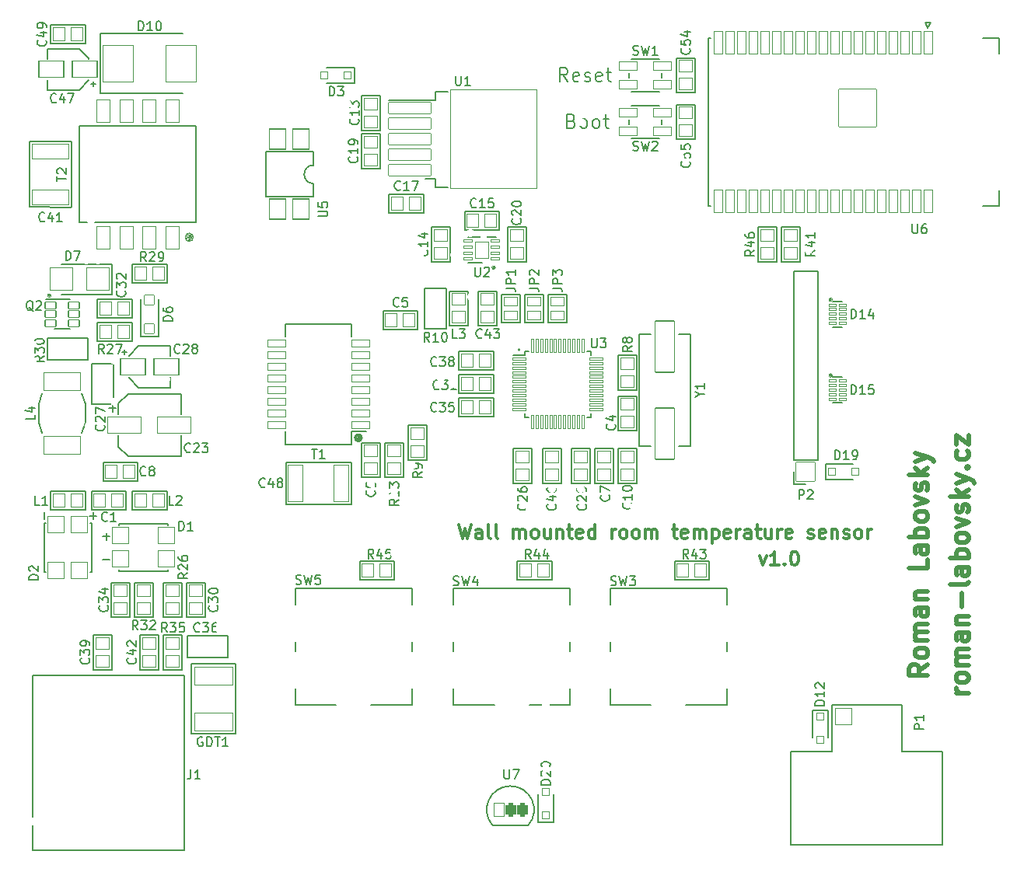
<source format=gto>
G04 #@! TF.GenerationSoftware,KiCad,Pcbnew,7.0.9*
G04 #@! TF.CreationDate,2023-12-25T16:07:17+01:00*
G04 #@! TF.ProjectId,wall-mounted-room-temperature-sensor-ethernet,77616c6c-2d6d-46f7-956e-7465642d726f,v1.0*
G04 #@! TF.SameCoordinates,Original*
G04 #@! TF.FileFunction,Legend,Top*
G04 #@! TF.FilePolarity,Positive*
%FSLAX46Y46*%
G04 Gerber Fmt 4.6, Leading zero omitted, Abs format (unit mm)*
G04 Created by KiCad (PCBNEW 7.0.9) date 2023-12-25 16:07:17*
%MOMM*%
%LPD*%
G01*
G04 APERTURE LIST*
G04 Aperture macros list*
%AMRoundRect*
0 Rectangle with rounded corners*
0 $1 Rounding radius*
0 $2 $3 $4 $5 $6 $7 $8 $9 X,Y pos of 4 corners*
0 Add a 4 corners polygon primitive as box body*
4,1,4,$2,$3,$4,$5,$6,$7,$8,$9,$2,$3,0*
0 Add four circle primitives for the rounded corners*
1,1,$1+$1,$2,$3*
1,1,$1+$1,$4,$5*
1,1,$1+$1,$6,$7*
1,1,$1+$1,$8,$9*
0 Add four rect primitives between the rounded corners*
20,1,$1+$1,$2,$3,$4,$5,0*
20,1,$1+$1,$4,$5,$6,$7,0*
20,1,$1+$1,$6,$7,$8,$9,0*
20,1,$1+$1,$8,$9,$2,$3,0*%
%AMFreePoly0*
4,1,13,0.685355,0.935355,0.700000,0.900000,0.700000,-0.900000,0.685355,-0.935355,0.650000,-0.950000,-0.650000,-0.950000,-0.685355,-0.935355,-0.700000,-0.900000,-0.700000,0.900000,-0.685355,0.935355,-0.650000,0.950000,0.650000,0.950000,0.685355,0.935355,0.685355,0.935355,$1*%
G04 Aperture macros list end*
%ADD10C,0.375000*%
%ADD11C,0.500000*%
%ADD12C,0.200000*%
%ADD13C,0.170000*%
%ADD14C,0.150000*%
%ADD15C,0.160000*%
%ADD16C,0.120000*%
%ADD17C,3.300000*%
%ADD18RoundRect,0.050000X-0.525000X-0.750000X0.525000X-0.750000X0.525000X0.750000X-0.525000X0.750000X0*%
%ADD19RoundRect,0.312500X-0.262500X-0.487500X0.262500X-0.487500X0.262500X0.487500X-0.262500X0.487500X0*%
%ADD20RoundRect,0.050000X-0.600000X-0.350000X0.600000X-0.350000X0.600000X0.350000X-0.600000X0.350000X0*%
%ADD21RoundRect,0.050000X2.000000X-1.000000X2.000000X1.000000X-2.000000X1.000000X-2.000000X-1.000000X0*%
%ADD22RoundRect,0.050000X-1.800000X-0.900000X1.800000X-0.900000X1.800000X0.900000X-1.800000X0.900000X0*%
%ADD23RoundRect,0.050000X1.650000X-2.000000X1.650000X2.000000X-1.650000X2.000000X-1.650000X-2.000000X0*%
%ADD24RoundRect,0.050000X-0.890000X1.100000X-0.890000X-1.100000X0.890000X-1.100000X0.890000X1.100000X0*%
%ADD25RoundRect,0.050000X1.350000X0.900000X-1.350000X0.900000X-1.350000X-0.900000X1.350000X-0.900000X0*%
%ADD26RoundRect,0.050000X-1.350000X-0.900000X1.350000X-0.900000X1.350000X0.900000X-1.350000X0.900000X0*%
%ADD27RoundRect,0.050000X0.700000X-1.250000X0.700000X1.250000X-0.700000X1.250000X-0.700000X-1.250000X0*%
%ADD28RoundRect,0.050000X-0.900000X-0.900000X0.900000X-0.900000X0.900000X0.900000X-0.900000X0.900000X0*%
%ADD29RoundRect,0.050000X-0.900000X0.900000X-0.900000X-0.900000X0.900000X-0.900000X0.900000X0.900000X0*%
%ADD30RoundRect,0.050000X-0.400000X0.150000X-0.400000X-0.150000X0.400000X-0.150000X0.400000X0.150000X0*%
%ADD31RoundRect,0.050000X2.000000X-0.800000X2.000000X0.800000X-2.000000X0.800000X-2.000000X-0.800000X0*%
%ADD32RoundRect,0.050000X-0.800000X-2.000000X0.800000X-2.000000X0.800000X2.000000X-0.800000X2.000000X0*%
%ADD33RoundRect,0.050000X-2.100000X1.000000X-2.100000X-1.000000X2.100000X-1.000000X2.100000X1.000000X0*%
%ADD34C,1.950000*%
%ADD35C,3.600000*%
%ADD36C,3.100000*%
%ADD37O,1.900000X1.900000*%
%ADD38RoundRect,0.050000X1.050000X1.050000X-1.050000X1.050000X-1.050000X-1.050000X1.050000X-1.050000X0*%
%ADD39O,2.200000X2.200000*%
%ADD40RoundRect,0.050000X1.000000X0.400000X-1.000000X0.400000X-1.000000X-0.400000X1.000000X-0.400000X0*%
%ADD41RoundRect,0.050000X-1.050000X2.800000X-1.050000X-2.800000X1.050000X-2.800000X1.050000X2.800000X0*%
%ADD42RoundRect,0.050000X-2.050000X2.050000X-2.050000X-2.050000X2.050000X-2.050000X2.050000X2.050000X0*%
%ADD43RoundRect,0.050000X-0.450000X1.250000X-0.450000X-1.250000X0.450000X-1.250000X0.450000X1.250000X0*%
%ADD44RoundRect,0.050000X-0.450000X-1.250000X0.450000X-1.250000X0.450000X1.250000X-0.450000X1.250000X0*%
%ADD45RoundRect,0.050000X0.450000X-1.250000X0.450000X1.250000X-0.450000X1.250000X-0.450000X-1.250000X0*%
%ADD46RoundRect,0.050000X-0.750000X-0.150000X0.750000X-0.150000X0.750000X0.150000X-0.750000X0.150000X0*%
%ADD47RoundRect,0.050000X-0.150000X-0.750000X0.150000X-0.750000X0.150000X0.750000X-0.150000X0.750000X0*%
%ADD48RoundRect,0.050000X0.750000X0.875000X-0.750000X0.875000X-0.750000X-0.875000X0.750000X-0.875000X0*%
%ADD49RoundRect,0.050000X0.500000X0.155000X-0.500000X0.155000X-0.500000X-0.155000X0.500000X-0.155000X0*%
%ADD50RoundRect,0.050000X-2.300000X-0.625000X2.300000X-0.625000X2.300000X0.625000X-2.300000X0.625000X0*%
%ADD51RoundRect,0.050000X-4.700000X-5.400000X4.700000X-5.400000X4.700000X5.400000X-4.700000X5.400000X0*%
%ADD52RoundRect,0.050000X-0.750000X0.650000X-0.750000X-0.650000X0.750000X-0.650000X0.750000X0.650000X0*%
%ADD53RoundRect,0.050000X-0.650000X-0.750000X0.650000X-0.750000X0.650000X0.750000X-0.650000X0.750000X0*%
%ADD54RoundRect,0.050000X0.750000X-0.650000X0.750000X0.650000X-0.750000X0.650000X-0.750000X-0.650000X0*%
%ADD55RoundRect,0.050000X0.650000X0.750000X-0.650000X0.750000X-0.650000X-0.750000X0.650000X-0.750000X0*%
%ADD56RoundRect,0.050000X0.400000X0.400000X-0.400000X0.400000X-0.400000X-0.400000X0.400000X-0.400000X0*%
%ADD57RoundRect,0.050000X0.550000X-0.550000X0.550000X0.550000X-0.550000X0.550000X-0.550000X-0.550000X0*%
%ADD58RoundRect,0.050000X1.250000X1.250000X-1.250000X1.250000X-1.250000X-1.250000X1.250000X-1.250000X0*%
%ADD59RoundRect,0.050000X-0.400000X0.400000X-0.400000X-0.400000X0.400000X-0.400000X0.400000X0.400000X0*%
%ADD60RoundRect,0.050000X-0.400000X-0.400000X0.400000X-0.400000X0.400000X0.400000X-0.400000X0.400000X0*%
%ADD61RoundRect,0.050000X0.750000X-0.500000X0.750000X0.500000X-0.750000X0.500000X-0.750000X-0.500000X0*%
%ADD62FreePoly0,90.000000*%
%ADD63FreePoly0,0.000000*%
%ADD64RoundRect,0.050000X1.000000X0.500000X-1.000000X0.500000X-1.000000X-0.500000X1.000000X-0.500000X0*%
%ADD65FreePoly0,270.000000*%
%ADD66RoundRect,0.050000X0.400000X-0.400000X0.400000X0.400000X-0.400000X0.400000X-0.400000X-0.400000X0*%
%ADD67C,2.300000*%
%ADD68C,1.600000*%
%ADD69C,3.400000*%
%ADD70C,0.900000*%
G04 APERTURE END LIST*
D10*
X85775429Y-124523428D02*
X86132572Y-126023428D01*
X86132572Y-126023428D02*
X86418286Y-124952000D01*
X86418286Y-124952000D02*
X86704001Y-126023428D01*
X86704001Y-126023428D02*
X87061144Y-124523428D01*
X88275430Y-126023428D02*
X88275430Y-125237714D01*
X88275430Y-125237714D02*
X88204001Y-125094857D01*
X88204001Y-125094857D02*
X88061144Y-125023428D01*
X88061144Y-125023428D02*
X87775430Y-125023428D01*
X87775430Y-125023428D02*
X87632572Y-125094857D01*
X88275430Y-125952000D02*
X88132572Y-126023428D01*
X88132572Y-126023428D02*
X87775430Y-126023428D01*
X87775430Y-126023428D02*
X87632572Y-125952000D01*
X87632572Y-125952000D02*
X87561144Y-125809142D01*
X87561144Y-125809142D02*
X87561144Y-125666285D01*
X87561144Y-125666285D02*
X87632572Y-125523428D01*
X87632572Y-125523428D02*
X87775430Y-125452000D01*
X87775430Y-125452000D02*
X88132572Y-125452000D01*
X88132572Y-125452000D02*
X88275430Y-125380571D01*
X89204001Y-126023428D02*
X89061144Y-125952000D01*
X89061144Y-125952000D02*
X88989715Y-125809142D01*
X88989715Y-125809142D02*
X88989715Y-124523428D01*
X89989715Y-126023428D02*
X89846858Y-125952000D01*
X89846858Y-125952000D02*
X89775429Y-125809142D01*
X89775429Y-125809142D02*
X89775429Y-124523428D01*
X91704000Y-126023428D02*
X91704000Y-125023428D01*
X91704000Y-125166285D02*
X91775429Y-125094857D01*
X91775429Y-125094857D02*
X91918286Y-125023428D01*
X91918286Y-125023428D02*
X92132572Y-125023428D01*
X92132572Y-125023428D02*
X92275429Y-125094857D01*
X92275429Y-125094857D02*
X92346858Y-125237714D01*
X92346858Y-125237714D02*
X92346858Y-126023428D01*
X92346858Y-125237714D02*
X92418286Y-125094857D01*
X92418286Y-125094857D02*
X92561143Y-125023428D01*
X92561143Y-125023428D02*
X92775429Y-125023428D01*
X92775429Y-125023428D02*
X92918286Y-125094857D01*
X92918286Y-125094857D02*
X92989715Y-125237714D01*
X92989715Y-125237714D02*
X92989715Y-126023428D01*
X93918286Y-126023428D02*
X93775429Y-125952000D01*
X93775429Y-125952000D02*
X93704000Y-125880571D01*
X93704000Y-125880571D02*
X93632572Y-125737714D01*
X93632572Y-125737714D02*
X93632572Y-125309142D01*
X93632572Y-125309142D02*
X93704000Y-125166285D01*
X93704000Y-125166285D02*
X93775429Y-125094857D01*
X93775429Y-125094857D02*
X93918286Y-125023428D01*
X93918286Y-125023428D02*
X94132572Y-125023428D01*
X94132572Y-125023428D02*
X94275429Y-125094857D01*
X94275429Y-125094857D02*
X94346858Y-125166285D01*
X94346858Y-125166285D02*
X94418286Y-125309142D01*
X94418286Y-125309142D02*
X94418286Y-125737714D01*
X94418286Y-125737714D02*
X94346858Y-125880571D01*
X94346858Y-125880571D02*
X94275429Y-125952000D01*
X94275429Y-125952000D02*
X94132572Y-126023428D01*
X94132572Y-126023428D02*
X93918286Y-126023428D01*
X95704001Y-125023428D02*
X95704001Y-126023428D01*
X95061143Y-125023428D02*
X95061143Y-125809142D01*
X95061143Y-125809142D02*
X95132572Y-125952000D01*
X95132572Y-125952000D02*
X95275429Y-126023428D01*
X95275429Y-126023428D02*
X95489715Y-126023428D01*
X95489715Y-126023428D02*
X95632572Y-125952000D01*
X95632572Y-125952000D02*
X95704001Y-125880571D01*
X96418286Y-125023428D02*
X96418286Y-126023428D01*
X96418286Y-125166285D02*
X96489715Y-125094857D01*
X96489715Y-125094857D02*
X96632572Y-125023428D01*
X96632572Y-125023428D02*
X96846858Y-125023428D01*
X96846858Y-125023428D02*
X96989715Y-125094857D01*
X96989715Y-125094857D02*
X97061144Y-125237714D01*
X97061144Y-125237714D02*
X97061144Y-126023428D01*
X97561144Y-125023428D02*
X98132572Y-125023428D01*
X97775429Y-124523428D02*
X97775429Y-125809142D01*
X97775429Y-125809142D02*
X97846858Y-125952000D01*
X97846858Y-125952000D02*
X97989715Y-126023428D01*
X97989715Y-126023428D02*
X98132572Y-126023428D01*
X99204001Y-125952000D02*
X99061144Y-126023428D01*
X99061144Y-126023428D02*
X98775430Y-126023428D01*
X98775430Y-126023428D02*
X98632572Y-125952000D01*
X98632572Y-125952000D02*
X98561144Y-125809142D01*
X98561144Y-125809142D02*
X98561144Y-125237714D01*
X98561144Y-125237714D02*
X98632572Y-125094857D01*
X98632572Y-125094857D02*
X98775430Y-125023428D01*
X98775430Y-125023428D02*
X99061144Y-125023428D01*
X99061144Y-125023428D02*
X99204001Y-125094857D01*
X99204001Y-125094857D02*
X99275430Y-125237714D01*
X99275430Y-125237714D02*
X99275430Y-125380571D01*
X99275430Y-125380571D02*
X98561144Y-125523428D01*
X100561144Y-126023428D02*
X100561144Y-124523428D01*
X100561144Y-125952000D02*
X100418286Y-126023428D01*
X100418286Y-126023428D02*
X100132572Y-126023428D01*
X100132572Y-126023428D02*
X99989715Y-125952000D01*
X99989715Y-125952000D02*
X99918286Y-125880571D01*
X99918286Y-125880571D02*
X99846858Y-125737714D01*
X99846858Y-125737714D02*
X99846858Y-125309142D01*
X99846858Y-125309142D02*
X99918286Y-125166285D01*
X99918286Y-125166285D02*
X99989715Y-125094857D01*
X99989715Y-125094857D02*
X100132572Y-125023428D01*
X100132572Y-125023428D02*
X100418286Y-125023428D01*
X100418286Y-125023428D02*
X100561144Y-125094857D01*
X102418286Y-126023428D02*
X102418286Y-125023428D01*
X102418286Y-125309142D02*
X102489715Y-125166285D01*
X102489715Y-125166285D02*
X102561144Y-125094857D01*
X102561144Y-125094857D02*
X102704001Y-125023428D01*
X102704001Y-125023428D02*
X102846858Y-125023428D01*
X103561143Y-126023428D02*
X103418286Y-125952000D01*
X103418286Y-125952000D02*
X103346857Y-125880571D01*
X103346857Y-125880571D02*
X103275429Y-125737714D01*
X103275429Y-125737714D02*
X103275429Y-125309142D01*
X103275429Y-125309142D02*
X103346857Y-125166285D01*
X103346857Y-125166285D02*
X103418286Y-125094857D01*
X103418286Y-125094857D02*
X103561143Y-125023428D01*
X103561143Y-125023428D02*
X103775429Y-125023428D01*
X103775429Y-125023428D02*
X103918286Y-125094857D01*
X103918286Y-125094857D02*
X103989715Y-125166285D01*
X103989715Y-125166285D02*
X104061143Y-125309142D01*
X104061143Y-125309142D02*
X104061143Y-125737714D01*
X104061143Y-125737714D02*
X103989715Y-125880571D01*
X103989715Y-125880571D02*
X103918286Y-125952000D01*
X103918286Y-125952000D02*
X103775429Y-126023428D01*
X103775429Y-126023428D02*
X103561143Y-126023428D01*
X104918286Y-126023428D02*
X104775429Y-125952000D01*
X104775429Y-125952000D02*
X104704000Y-125880571D01*
X104704000Y-125880571D02*
X104632572Y-125737714D01*
X104632572Y-125737714D02*
X104632572Y-125309142D01*
X104632572Y-125309142D02*
X104704000Y-125166285D01*
X104704000Y-125166285D02*
X104775429Y-125094857D01*
X104775429Y-125094857D02*
X104918286Y-125023428D01*
X104918286Y-125023428D02*
X105132572Y-125023428D01*
X105132572Y-125023428D02*
X105275429Y-125094857D01*
X105275429Y-125094857D02*
X105346858Y-125166285D01*
X105346858Y-125166285D02*
X105418286Y-125309142D01*
X105418286Y-125309142D02*
X105418286Y-125737714D01*
X105418286Y-125737714D02*
X105346858Y-125880571D01*
X105346858Y-125880571D02*
X105275429Y-125952000D01*
X105275429Y-125952000D02*
X105132572Y-126023428D01*
X105132572Y-126023428D02*
X104918286Y-126023428D01*
X106061143Y-126023428D02*
X106061143Y-125023428D01*
X106061143Y-125166285D02*
X106132572Y-125094857D01*
X106132572Y-125094857D02*
X106275429Y-125023428D01*
X106275429Y-125023428D02*
X106489715Y-125023428D01*
X106489715Y-125023428D02*
X106632572Y-125094857D01*
X106632572Y-125094857D02*
X106704001Y-125237714D01*
X106704001Y-125237714D02*
X106704001Y-126023428D01*
X106704001Y-125237714D02*
X106775429Y-125094857D01*
X106775429Y-125094857D02*
X106918286Y-125023428D01*
X106918286Y-125023428D02*
X107132572Y-125023428D01*
X107132572Y-125023428D02*
X107275429Y-125094857D01*
X107275429Y-125094857D02*
X107346858Y-125237714D01*
X107346858Y-125237714D02*
X107346858Y-126023428D01*
X108989715Y-125023428D02*
X109561143Y-125023428D01*
X109204000Y-124523428D02*
X109204000Y-125809142D01*
X109204000Y-125809142D02*
X109275429Y-125952000D01*
X109275429Y-125952000D02*
X109418286Y-126023428D01*
X109418286Y-126023428D02*
X109561143Y-126023428D01*
X110632572Y-125952000D02*
X110489715Y-126023428D01*
X110489715Y-126023428D02*
X110204001Y-126023428D01*
X110204001Y-126023428D02*
X110061143Y-125952000D01*
X110061143Y-125952000D02*
X109989715Y-125809142D01*
X109989715Y-125809142D02*
X109989715Y-125237714D01*
X109989715Y-125237714D02*
X110061143Y-125094857D01*
X110061143Y-125094857D02*
X110204001Y-125023428D01*
X110204001Y-125023428D02*
X110489715Y-125023428D01*
X110489715Y-125023428D02*
X110632572Y-125094857D01*
X110632572Y-125094857D02*
X110704001Y-125237714D01*
X110704001Y-125237714D02*
X110704001Y-125380571D01*
X110704001Y-125380571D02*
X109989715Y-125523428D01*
X111346857Y-126023428D02*
X111346857Y-125023428D01*
X111346857Y-125166285D02*
X111418286Y-125094857D01*
X111418286Y-125094857D02*
X111561143Y-125023428D01*
X111561143Y-125023428D02*
X111775429Y-125023428D01*
X111775429Y-125023428D02*
X111918286Y-125094857D01*
X111918286Y-125094857D02*
X111989715Y-125237714D01*
X111989715Y-125237714D02*
X111989715Y-126023428D01*
X111989715Y-125237714D02*
X112061143Y-125094857D01*
X112061143Y-125094857D02*
X112204000Y-125023428D01*
X112204000Y-125023428D02*
X112418286Y-125023428D01*
X112418286Y-125023428D02*
X112561143Y-125094857D01*
X112561143Y-125094857D02*
X112632572Y-125237714D01*
X112632572Y-125237714D02*
X112632572Y-126023428D01*
X113346857Y-125023428D02*
X113346857Y-126523428D01*
X113346857Y-125094857D02*
X113489715Y-125023428D01*
X113489715Y-125023428D02*
X113775429Y-125023428D01*
X113775429Y-125023428D02*
X113918286Y-125094857D01*
X113918286Y-125094857D02*
X113989715Y-125166285D01*
X113989715Y-125166285D02*
X114061143Y-125309142D01*
X114061143Y-125309142D02*
X114061143Y-125737714D01*
X114061143Y-125737714D02*
X113989715Y-125880571D01*
X113989715Y-125880571D02*
X113918286Y-125952000D01*
X113918286Y-125952000D02*
X113775429Y-126023428D01*
X113775429Y-126023428D02*
X113489715Y-126023428D01*
X113489715Y-126023428D02*
X113346857Y-125952000D01*
X115275429Y-125952000D02*
X115132572Y-126023428D01*
X115132572Y-126023428D02*
X114846858Y-126023428D01*
X114846858Y-126023428D02*
X114704000Y-125952000D01*
X114704000Y-125952000D02*
X114632572Y-125809142D01*
X114632572Y-125809142D02*
X114632572Y-125237714D01*
X114632572Y-125237714D02*
X114704000Y-125094857D01*
X114704000Y-125094857D02*
X114846858Y-125023428D01*
X114846858Y-125023428D02*
X115132572Y-125023428D01*
X115132572Y-125023428D02*
X115275429Y-125094857D01*
X115275429Y-125094857D02*
X115346858Y-125237714D01*
X115346858Y-125237714D02*
X115346858Y-125380571D01*
X115346858Y-125380571D02*
X114632572Y-125523428D01*
X115989714Y-126023428D02*
X115989714Y-125023428D01*
X115989714Y-125309142D02*
X116061143Y-125166285D01*
X116061143Y-125166285D02*
X116132572Y-125094857D01*
X116132572Y-125094857D02*
X116275429Y-125023428D01*
X116275429Y-125023428D02*
X116418286Y-125023428D01*
X117561143Y-126023428D02*
X117561143Y-125237714D01*
X117561143Y-125237714D02*
X117489714Y-125094857D01*
X117489714Y-125094857D02*
X117346857Y-125023428D01*
X117346857Y-125023428D02*
X117061143Y-125023428D01*
X117061143Y-125023428D02*
X116918285Y-125094857D01*
X117561143Y-125952000D02*
X117418285Y-126023428D01*
X117418285Y-126023428D02*
X117061143Y-126023428D01*
X117061143Y-126023428D02*
X116918285Y-125952000D01*
X116918285Y-125952000D02*
X116846857Y-125809142D01*
X116846857Y-125809142D02*
X116846857Y-125666285D01*
X116846857Y-125666285D02*
X116918285Y-125523428D01*
X116918285Y-125523428D02*
X117061143Y-125452000D01*
X117061143Y-125452000D02*
X117418285Y-125452000D01*
X117418285Y-125452000D02*
X117561143Y-125380571D01*
X118061143Y-125023428D02*
X118632571Y-125023428D01*
X118275428Y-124523428D02*
X118275428Y-125809142D01*
X118275428Y-125809142D02*
X118346857Y-125952000D01*
X118346857Y-125952000D02*
X118489714Y-126023428D01*
X118489714Y-126023428D02*
X118632571Y-126023428D01*
X119775429Y-125023428D02*
X119775429Y-126023428D01*
X119132571Y-125023428D02*
X119132571Y-125809142D01*
X119132571Y-125809142D02*
X119204000Y-125952000D01*
X119204000Y-125952000D02*
X119346857Y-126023428D01*
X119346857Y-126023428D02*
X119561143Y-126023428D01*
X119561143Y-126023428D02*
X119704000Y-125952000D01*
X119704000Y-125952000D02*
X119775429Y-125880571D01*
X120489714Y-126023428D02*
X120489714Y-125023428D01*
X120489714Y-125309142D02*
X120561143Y-125166285D01*
X120561143Y-125166285D02*
X120632572Y-125094857D01*
X120632572Y-125094857D02*
X120775429Y-125023428D01*
X120775429Y-125023428D02*
X120918286Y-125023428D01*
X121989714Y-125952000D02*
X121846857Y-126023428D01*
X121846857Y-126023428D02*
X121561143Y-126023428D01*
X121561143Y-126023428D02*
X121418285Y-125952000D01*
X121418285Y-125952000D02*
X121346857Y-125809142D01*
X121346857Y-125809142D02*
X121346857Y-125237714D01*
X121346857Y-125237714D02*
X121418285Y-125094857D01*
X121418285Y-125094857D02*
X121561143Y-125023428D01*
X121561143Y-125023428D02*
X121846857Y-125023428D01*
X121846857Y-125023428D02*
X121989714Y-125094857D01*
X121989714Y-125094857D02*
X122061143Y-125237714D01*
X122061143Y-125237714D02*
X122061143Y-125380571D01*
X122061143Y-125380571D02*
X121346857Y-125523428D01*
X123775428Y-125952000D02*
X123918285Y-126023428D01*
X123918285Y-126023428D02*
X124203999Y-126023428D01*
X124203999Y-126023428D02*
X124346856Y-125952000D01*
X124346856Y-125952000D02*
X124418285Y-125809142D01*
X124418285Y-125809142D02*
X124418285Y-125737714D01*
X124418285Y-125737714D02*
X124346856Y-125594857D01*
X124346856Y-125594857D02*
X124203999Y-125523428D01*
X124203999Y-125523428D02*
X123989714Y-125523428D01*
X123989714Y-125523428D02*
X123846856Y-125452000D01*
X123846856Y-125452000D02*
X123775428Y-125309142D01*
X123775428Y-125309142D02*
X123775428Y-125237714D01*
X123775428Y-125237714D02*
X123846856Y-125094857D01*
X123846856Y-125094857D02*
X123989714Y-125023428D01*
X123989714Y-125023428D02*
X124203999Y-125023428D01*
X124203999Y-125023428D02*
X124346856Y-125094857D01*
X125632571Y-125952000D02*
X125489714Y-126023428D01*
X125489714Y-126023428D02*
X125204000Y-126023428D01*
X125204000Y-126023428D02*
X125061142Y-125952000D01*
X125061142Y-125952000D02*
X124989714Y-125809142D01*
X124989714Y-125809142D02*
X124989714Y-125237714D01*
X124989714Y-125237714D02*
X125061142Y-125094857D01*
X125061142Y-125094857D02*
X125204000Y-125023428D01*
X125204000Y-125023428D02*
X125489714Y-125023428D01*
X125489714Y-125023428D02*
X125632571Y-125094857D01*
X125632571Y-125094857D02*
X125704000Y-125237714D01*
X125704000Y-125237714D02*
X125704000Y-125380571D01*
X125704000Y-125380571D02*
X124989714Y-125523428D01*
X126346856Y-125023428D02*
X126346856Y-126023428D01*
X126346856Y-125166285D02*
X126418285Y-125094857D01*
X126418285Y-125094857D02*
X126561142Y-125023428D01*
X126561142Y-125023428D02*
X126775428Y-125023428D01*
X126775428Y-125023428D02*
X126918285Y-125094857D01*
X126918285Y-125094857D02*
X126989714Y-125237714D01*
X126989714Y-125237714D02*
X126989714Y-126023428D01*
X127632571Y-125952000D02*
X127775428Y-126023428D01*
X127775428Y-126023428D02*
X128061142Y-126023428D01*
X128061142Y-126023428D02*
X128203999Y-125952000D01*
X128203999Y-125952000D02*
X128275428Y-125809142D01*
X128275428Y-125809142D02*
X128275428Y-125737714D01*
X128275428Y-125737714D02*
X128203999Y-125594857D01*
X128203999Y-125594857D02*
X128061142Y-125523428D01*
X128061142Y-125523428D02*
X127846857Y-125523428D01*
X127846857Y-125523428D02*
X127703999Y-125452000D01*
X127703999Y-125452000D02*
X127632571Y-125309142D01*
X127632571Y-125309142D02*
X127632571Y-125237714D01*
X127632571Y-125237714D02*
X127703999Y-125094857D01*
X127703999Y-125094857D02*
X127846857Y-125023428D01*
X127846857Y-125023428D02*
X128061142Y-125023428D01*
X128061142Y-125023428D02*
X128203999Y-125094857D01*
X129132571Y-126023428D02*
X128989714Y-125952000D01*
X128989714Y-125952000D02*
X128918285Y-125880571D01*
X128918285Y-125880571D02*
X128846857Y-125737714D01*
X128846857Y-125737714D02*
X128846857Y-125309142D01*
X128846857Y-125309142D02*
X128918285Y-125166285D01*
X128918285Y-125166285D02*
X128989714Y-125094857D01*
X128989714Y-125094857D02*
X129132571Y-125023428D01*
X129132571Y-125023428D02*
X129346857Y-125023428D01*
X129346857Y-125023428D02*
X129489714Y-125094857D01*
X129489714Y-125094857D02*
X129561143Y-125166285D01*
X129561143Y-125166285D02*
X129632571Y-125309142D01*
X129632571Y-125309142D02*
X129632571Y-125737714D01*
X129632571Y-125737714D02*
X129561143Y-125880571D01*
X129561143Y-125880571D02*
X129489714Y-125952000D01*
X129489714Y-125952000D02*
X129346857Y-126023428D01*
X129346857Y-126023428D02*
X129132571Y-126023428D01*
X130275428Y-126023428D02*
X130275428Y-125023428D01*
X130275428Y-125309142D02*
X130346857Y-125166285D01*
X130346857Y-125166285D02*
X130418286Y-125094857D01*
X130418286Y-125094857D02*
X130561143Y-125023428D01*
X130561143Y-125023428D02*
X130704000Y-125023428D01*
D11*
X136789238Y-139762144D02*
X135836857Y-140428811D01*
X136789238Y-140905001D02*
X134789238Y-140905001D01*
X134789238Y-140905001D02*
X134789238Y-140143096D01*
X134789238Y-140143096D02*
X134884476Y-139952620D01*
X134884476Y-139952620D02*
X134979714Y-139857382D01*
X134979714Y-139857382D02*
X135170190Y-139762144D01*
X135170190Y-139762144D02*
X135455904Y-139762144D01*
X135455904Y-139762144D02*
X135646380Y-139857382D01*
X135646380Y-139857382D02*
X135741619Y-139952620D01*
X135741619Y-139952620D02*
X135836857Y-140143096D01*
X135836857Y-140143096D02*
X135836857Y-140905001D01*
X136789238Y-138619287D02*
X136694000Y-138809763D01*
X136694000Y-138809763D02*
X136598761Y-138905001D01*
X136598761Y-138905001D02*
X136408285Y-139000239D01*
X136408285Y-139000239D02*
X135836857Y-139000239D01*
X135836857Y-139000239D02*
X135646380Y-138905001D01*
X135646380Y-138905001D02*
X135551142Y-138809763D01*
X135551142Y-138809763D02*
X135455904Y-138619287D01*
X135455904Y-138619287D02*
X135455904Y-138333572D01*
X135455904Y-138333572D02*
X135551142Y-138143096D01*
X135551142Y-138143096D02*
X135646380Y-138047858D01*
X135646380Y-138047858D02*
X135836857Y-137952620D01*
X135836857Y-137952620D02*
X136408285Y-137952620D01*
X136408285Y-137952620D02*
X136598761Y-138047858D01*
X136598761Y-138047858D02*
X136694000Y-138143096D01*
X136694000Y-138143096D02*
X136789238Y-138333572D01*
X136789238Y-138333572D02*
X136789238Y-138619287D01*
X136789238Y-137095477D02*
X135455904Y-137095477D01*
X135646380Y-137095477D02*
X135551142Y-137000239D01*
X135551142Y-137000239D02*
X135455904Y-136809763D01*
X135455904Y-136809763D02*
X135455904Y-136524048D01*
X135455904Y-136524048D02*
X135551142Y-136333572D01*
X135551142Y-136333572D02*
X135741619Y-136238334D01*
X135741619Y-136238334D02*
X136789238Y-136238334D01*
X135741619Y-136238334D02*
X135551142Y-136143096D01*
X135551142Y-136143096D02*
X135455904Y-135952620D01*
X135455904Y-135952620D02*
X135455904Y-135666906D01*
X135455904Y-135666906D02*
X135551142Y-135476429D01*
X135551142Y-135476429D02*
X135741619Y-135381191D01*
X135741619Y-135381191D02*
X136789238Y-135381191D01*
X136789238Y-133571667D02*
X135741619Y-133571667D01*
X135741619Y-133571667D02*
X135551142Y-133666905D01*
X135551142Y-133666905D02*
X135455904Y-133857381D01*
X135455904Y-133857381D02*
X135455904Y-134238334D01*
X135455904Y-134238334D02*
X135551142Y-134428810D01*
X136694000Y-133571667D02*
X136789238Y-133762143D01*
X136789238Y-133762143D02*
X136789238Y-134238334D01*
X136789238Y-134238334D02*
X136694000Y-134428810D01*
X136694000Y-134428810D02*
X136503523Y-134524048D01*
X136503523Y-134524048D02*
X136313047Y-134524048D01*
X136313047Y-134524048D02*
X136122571Y-134428810D01*
X136122571Y-134428810D02*
X136027333Y-134238334D01*
X136027333Y-134238334D02*
X136027333Y-133762143D01*
X136027333Y-133762143D02*
X135932095Y-133571667D01*
X135455904Y-132619286D02*
X136789238Y-132619286D01*
X135646380Y-132619286D02*
X135551142Y-132524048D01*
X135551142Y-132524048D02*
X135455904Y-132333572D01*
X135455904Y-132333572D02*
X135455904Y-132047857D01*
X135455904Y-132047857D02*
X135551142Y-131857381D01*
X135551142Y-131857381D02*
X135741619Y-131762143D01*
X135741619Y-131762143D02*
X136789238Y-131762143D01*
X136789238Y-128333571D02*
X136789238Y-129285952D01*
X136789238Y-129285952D02*
X134789238Y-129285952D01*
X136789238Y-126809761D02*
X135741619Y-126809761D01*
X135741619Y-126809761D02*
X135551142Y-126904999D01*
X135551142Y-126904999D02*
X135455904Y-127095475D01*
X135455904Y-127095475D02*
X135455904Y-127476428D01*
X135455904Y-127476428D02*
X135551142Y-127666904D01*
X136694000Y-126809761D02*
X136789238Y-127000237D01*
X136789238Y-127000237D02*
X136789238Y-127476428D01*
X136789238Y-127476428D02*
X136694000Y-127666904D01*
X136694000Y-127666904D02*
X136503523Y-127762142D01*
X136503523Y-127762142D02*
X136313047Y-127762142D01*
X136313047Y-127762142D02*
X136122571Y-127666904D01*
X136122571Y-127666904D02*
X136027333Y-127476428D01*
X136027333Y-127476428D02*
X136027333Y-127000237D01*
X136027333Y-127000237D02*
X135932095Y-126809761D01*
X136789238Y-125857380D02*
X134789238Y-125857380D01*
X135551142Y-125857380D02*
X135455904Y-125666904D01*
X135455904Y-125666904D02*
X135455904Y-125285951D01*
X135455904Y-125285951D02*
X135551142Y-125095475D01*
X135551142Y-125095475D02*
X135646380Y-125000237D01*
X135646380Y-125000237D02*
X135836857Y-124904999D01*
X135836857Y-124904999D02*
X136408285Y-124904999D01*
X136408285Y-124904999D02*
X136598761Y-125000237D01*
X136598761Y-125000237D02*
X136694000Y-125095475D01*
X136694000Y-125095475D02*
X136789238Y-125285951D01*
X136789238Y-125285951D02*
X136789238Y-125666904D01*
X136789238Y-125666904D02*
X136694000Y-125857380D01*
X136789238Y-123762142D02*
X136694000Y-123952618D01*
X136694000Y-123952618D02*
X136598761Y-124047856D01*
X136598761Y-124047856D02*
X136408285Y-124143094D01*
X136408285Y-124143094D02*
X135836857Y-124143094D01*
X135836857Y-124143094D02*
X135646380Y-124047856D01*
X135646380Y-124047856D02*
X135551142Y-123952618D01*
X135551142Y-123952618D02*
X135455904Y-123762142D01*
X135455904Y-123762142D02*
X135455904Y-123476427D01*
X135455904Y-123476427D02*
X135551142Y-123285951D01*
X135551142Y-123285951D02*
X135646380Y-123190713D01*
X135646380Y-123190713D02*
X135836857Y-123095475D01*
X135836857Y-123095475D02*
X136408285Y-123095475D01*
X136408285Y-123095475D02*
X136598761Y-123190713D01*
X136598761Y-123190713D02*
X136694000Y-123285951D01*
X136694000Y-123285951D02*
X136789238Y-123476427D01*
X136789238Y-123476427D02*
X136789238Y-123762142D01*
X135455904Y-122428808D02*
X136789238Y-121952618D01*
X136789238Y-121952618D02*
X135455904Y-121476427D01*
X136694000Y-120809760D02*
X136789238Y-120619284D01*
X136789238Y-120619284D02*
X136789238Y-120238332D01*
X136789238Y-120238332D02*
X136694000Y-120047855D01*
X136694000Y-120047855D02*
X136503523Y-119952617D01*
X136503523Y-119952617D02*
X136408285Y-119952617D01*
X136408285Y-119952617D02*
X136217809Y-120047855D01*
X136217809Y-120047855D02*
X136122571Y-120238332D01*
X136122571Y-120238332D02*
X136122571Y-120524046D01*
X136122571Y-120524046D02*
X136027333Y-120714522D01*
X136027333Y-120714522D02*
X135836857Y-120809760D01*
X135836857Y-120809760D02*
X135741619Y-120809760D01*
X135741619Y-120809760D02*
X135551142Y-120714522D01*
X135551142Y-120714522D02*
X135455904Y-120524046D01*
X135455904Y-120524046D02*
X135455904Y-120238332D01*
X135455904Y-120238332D02*
X135551142Y-120047855D01*
X136789238Y-119095474D02*
X134789238Y-119095474D01*
X136027333Y-118904998D02*
X136789238Y-118333569D01*
X135455904Y-118333569D02*
X136217809Y-119095474D01*
X135455904Y-117666902D02*
X136789238Y-117190712D01*
X135455904Y-116714521D02*
X136789238Y-117190712D01*
X136789238Y-117190712D02*
X137265428Y-117381188D01*
X137265428Y-117381188D02*
X137360666Y-117476426D01*
X137360666Y-117476426D02*
X137455904Y-117666902D01*
X141234238Y-142857382D02*
X139900904Y-142857382D01*
X140281857Y-142857382D02*
X140091380Y-142762144D01*
X140091380Y-142762144D02*
X139996142Y-142666906D01*
X139996142Y-142666906D02*
X139900904Y-142476430D01*
X139900904Y-142476430D02*
X139900904Y-142285953D01*
X141234238Y-141333573D02*
X141139000Y-141524049D01*
X141139000Y-141524049D02*
X141043761Y-141619287D01*
X141043761Y-141619287D02*
X140853285Y-141714525D01*
X140853285Y-141714525D02*
X140281857Y-141714525D01*
X140281857Y-141714525D02*
X140091380Y-141619287D01*
X140091380Y-141619287D02*
X139996142Y-141524049D01*
X139996142Y-141524049D02*
X139900904Y-141333573D01*
X139900904Y-141333573D02*
X139900904Y-141047858D01*
X139900904Y-141047858D02*
X139996142Y-140857382D01*
X139996142Y-140857382D02*
X140091380Y-140762144D01*
X140091380Y-140762144D02*
X140281857Y-140666906D01*
X140281857Y-140666906D02*
X140853285Y-140666906D01*
X140853285Y-140666906D02*
X141043761Y-140762144D01*
X141043761Y-140762144D02*
X141139000Y-140857382D01*
X141139000Y-140857382D02*
X141234238Y-141047858D01*
X141234238Y-141047858D02*
X141234238Y-141333573D01*
X141234238Y-139809763D02*
X139900904Y-139809763D01*
X140091380Y-139809763D02*
X139996142Y-139714525D01*
X139996142Y-139714525D02*
X139900904Y-139524049D01*
X139900904Y-139524049D02*
X139900904Y-139238334D01*
X139900904Y-139238334D02*
X139996142Y-139047858D01*
X139996142Y-139047858D02*
X140186619Y-138952620D01*
X140186619Y-138952620D02*
X141234238Y-138952620D01*
X140186619Y-138952620D02*
X139996142Y-138857382D01*
X139996142Y-138857382D02*
X139900904Y-138666906D01*
X139900904Y-138666906D02*
X139900904Y-138381192D01*
X139900904Y-138381192D02*
X139996142Y-138190715D01*
X139996142Y-138190715D02*
X140186619Y-138095477D01*
X140186619Y-138095477D02*
X141234238Y-138095477D01*
X141234238Y-136285953D02*
X140186619Y-136285953D01*
X140186619Y-136285953D02*
X139996142Y-136381191D01*
X139996142Y-136381191D02*
X139900904Y-136571667D01*
X139900904Y-136571667D02*
X139900904Y-136952620D01*
X139900904Y-136952620D02*
X139996142Y-137143096D01*
X141139000Y-136285953D02*
X141234238Y-136476429D01*
X141234238Y-136476429D02*
X141234238Y-136952620D01*
X141234238Y-136952620D02*
X141139000Y-137143096D01*
X141139000Y-137143096D02*
X140948523Y-137238334D01*
X140948523Y-137238334D02*
X140758047Y-137238334D01*
X140758047Y-137238334D02*
X140567571Y-137143096D01*
X140567571Y-137143096D02*
X140472333Y-136952620D01*
X140472333Y-136952620D02*
X140472333Y-136476429D01*
X140472333Y-136476429D02*
X140377095Y-136285953D01*
X139900904Y-135333572D02*
X141234238Y-135333572D01*
X140091380Y-135333572D02*
X139996142Y-135238334D01*
X139996142Y-135238334D02*
X139900904Y-135047858D01*
X139900904Y-135047858D02*
X139900904Y-134762143D01*
X139900904Y-134762143D02*
X139996142Y-134571667D01*
X139996142Y-134571667D02*
X140186619Y-134476429D01*
X140186619Y-134476429D02*
X141234238Y-134476429D01*
X140472333Y-133524048D02*
X140472333Y-132000239D01*
X141234238Y-130762144D02*
X141139000Y-130952620D01*
X141139000Y-130952620D02*
X140948523Y-131047858D01*
X140948523Y-131047858D02*
X139234238Y-131047858D01*
X141234238Y-129143096D02*
X140186619Y-129143096D01*
X140186619Y-129143096D02*
X139996142Y-129238334D01*
X139996142Y-129238334D02*
X139900904Y-129428810D01*
X139900904Y-129428810D02*
X139900904Y-129809763D01*
X139900904Y-129809763D02*
X139996142Y-130000239D01*
X141139000Y-129143096D02*
X141234238Y-129333572D01*
X141234238Y-129333572D02*
X141234238Y-129809763D01*
X141234238Y-129809763D02*
X141139000Y-130000239D01*
X141139000Y-130000239D02*
X140948523Y-130095477D01*
X140948523Y-130095477D02*
X140758047Y-130095477D01*
X140758047Y-130095477D02*
X140567571Y-130000239D01*
X140567571Y-130000239D02*
X140472333Y-129809763D01*
X140472333Y-129809763D02*
X140472333Y-129333572D01*
X140472333Y-129333572D02*
X140377095Y-129143096D01*
X141234238Y-128190715D02*
X139234238Y-128190715D01*
X139996142Y-128190715D02*
X139900904Y-128000239D01*
X139900904Y-128000239D02*
X139900904Y-127619286D01*
X139900904Y-127619286D02*
X139996142Y-127428810D01*
X139996142Y-127428810D02*
X140091380Y-127333572D01*
X140091380Y-127333572D02*
X140281857Y-127238334D01*
X140281857Y-127238334D02*
X140853285Y-127238334D01*
X140853285Y-127238334D02*
X141043761Y-127333572D01*
X141043761Y-127333572D02*
X141139000Y-127428810D01*
X141139000Y-127428810D02*
X141234238Y-127619286D01*
X141234238Y-127619286D02*
X141234238Y-128000239D01*
X141234238Y-128000239D02*
X141139000Y-128190715D01*
X141234238Y-126095477D02*
X141139000Y-126285953D01*
X141139000Y-126285953D02*
X141043761Y-126381191D01*
X141043761Y-126381191D02*
X140853285Y-126476429D01*
X140853285Y-126476429D02*
X140281857Y-126476429D01*
X140281857Y-126476429D02*
X140091380Y-126381191D01*
X140091380Y-126381191D02*
X139996142Y-126285953D01*
X139996142Y-126285953D02*
X139900904Y-126095477D01*
X139900904Y-126095477D02*
X139900904Y-125809762D01*
X139900904Y-125809762D02*
X139996142Y-125619286D01*
X139996142Y-125619286D02*
X140091380Y-125524048D01*
X140091380Y-125524048D02*
X140281857Y-125428810D01*
X140281857Y-125428810D02*
X140853285Y-125428810D01*
X140853285Y-125428810D02*
X141043761Y-125524048D01*
X141043761Y-125524048D02*
X141139000Y-125619286D01*
X141139000Y-125619286D02*
X141234238Y-125809762D01*
X141234238Y-125809762D02*
X141234238Y-126095477D01*
X139900904Y-124762143D02*
X141234238Y-124285953D01*
X141234238Y-124285953D02*
X139900904Y-123809762D01*
X141139000Y-123143095D02*
X141234238Y-122952619D01*
X141234238Y-122952619D02*
X141234238Y-122571667D01*
X141234238Y-122571667D02*
X141139000Y-122381190D01*
X141139000Y-122381190D02*
X140948523Y-122285952D01*
X140948523Y-122285952D02*
X140853285Y-122285952D01*
X140853285Y-122285952D02*
X140662809Y-122381190D01*
X140662809Y-122381190D02*
X140567571Y-122571667D01*
X140567571Y-122571667D02*
X140567571Y-122857381D01*
X140567571Y-122857381D02*
X140472333Y-123047857D01*
X140472333Y-123047857D02*
X140281857Y-123143095D01*
X140281857Y-123143095D02*
X140186619Y-123143095D01*
X140186619Y-123143095D02*
X139996142Y-123047857D01*
X139996142Y-123047857D02*
X139900904Y-122857381D01*
X139900904Y-122857381D02*
X139900904Y-122571667D01*
X139900904Y-122571667D02*
X139996142Y-122381190D01*
X141234238Y-121428809D02*
X139234238Y-121428809D01*
X140472333Y-121238333D02*
X141234238Y-120666904D01*
X139900904Y-120666904D02*
X140662809Y-121428809D01*
X139900904Y-120000237D02*
X141234238Y-119524047D01*
X139900904Y-119047856D02*
X141234238Y-119524047D01*
X141234238Y-119524047D02*
X141710428Y-119714523D01*
X141710428Y-119714523D02*
X141805666Y-119809761D01*
X141805666Y-119809761D02*
X141900904Y-120000237D01*
X141043761Y-118285951D02*
X141139000Y-118190713D01*
X141139000Y-118190713D02*
X141234238Y-118285951D01*
X141234238Y-118285951D02*
X141139000Y-118381189D01*
X141139000Y-118381189D02*
X141043761Y-118285951D01*
X141043761Y-118285951D02*
X141234238Y-118285951D01*
X141139000Y-116476427D02*
X141234238Y-116666903D01*
X141234238Y-116666903D02*
X141234238Y-117047856D01*
X141234238Y-117047856D02*
X141139000Y-117238332D01*
X141139000Y-117238332D02*
X141043761Y-117333570D01*
X141043761Y-117333570D02*
X140853285Y-117428808D01*
X140853285Y-117428808D02*
X140281857Y-117428808D01*
X140281857Y-117428808D02*
X140091380Y-117333570D01*
X140091380Y-117333570D02*
X139996142Y-117238332D01*
X139996142Y-117238332D02*
X139900904Y-117047856D01*
X139900904Y-117047856D02*
X139900904Y-116666903D01*
X139900904Y-116666903D02*
X139996142Y-116476427D01*
X139900904Y-115809760D02*
X139900904Y-114762141D01*
X139900904Y-114762141D02*
X141234238Y-115809760D01*
X141234238Y-115809760D02*
X141234238Y-114762141D01*
D12*
X97583857Y-76248528D02*
X97083857Y-75534242D01*
X96726714Y-76248528D02*
X96726714Y-74748528D01*
X96726714Y-74748528D02*
X97298143Y-74748528D01*
X97298143Y-74748528D02*
X97441000Y-74819957D01*
X97441000Y-74819957D02*
X97512429Y-74891385D01*
X97512429Y-74891385D02*
X97583857Y-75034242D01*
X97583857Y-75034242D02*
X97583857Y-75248528D01*
X97583857Y-75248528D02*
X97512429Y-75391385D01*
X97512429Y-75391385D02*
X97441000Y-75462814D01*
X97441000Y-75462814D02*
X97298143Y-75534242D01*
X97298143Y-75534242D02*
X96726714Y-75534242D01*
X98798143Y-76177100D02*
X98655286Y-76248528D01*
X98655286Y-76248528D02*
X98369572Y-76248528D01*
X98369572Y-76248528D02*
X98226714Y-76177100D01*
X98226714Y-76177100D02*
X98155286Y-76034242D01*
X98155286Y-76034242D02*
X98155286Y-75462814D01*
X98155286Y-75462814D02*
X98226714Y-75319957D01*
X98226714Y-75319957D02*
X98369572Y-75248528D01*
X98369572Y-75248528D02*
X98655286Y-75248528D01*
X98655286Y-75248528D02*
X98798143Y-75319957D01*
X98798143Y-75319957D02*
X98869572Y-75462814D01*
X98869572Y-75462814D02*
X98869572Y-75605671D01*
X98869572Y-75605671D02*
X98155286Y-75748528D01*
X99441000Y-76177100D02*
X99583857Y-76248528D01*
X99583857Y-76248528D02*
X99869571Y-76248528D01*
X99869571Y-76248528D02*
X100012428Y-76177100D01*
X100012428Y-76177100D02*
X100083857Y-76034242D01*
X100083857Y-76034242D02*
X100083857Y-75962814D01*
X100083857Y-75962814D02*
X100012428Y-75819957D01*
X100012428Y-75819957D02*
X99869571Y-75748528D01*
X99869571Y-75748528D02*
X99655286Y-75748528D01*
X99655286Y-75748528D02*
X99512428Y-75677100D01*
X99512428Y-75677100D02*
X99441000Y-75534242D01*
X99441000Y-75534242D02*
X99441000Y-75462814D01*
X99441000Y-75462814D02*
X99512428Y-75319957D01*
X99512428Y-75319957D02*
X99655286Y-75248528D01*
X99655286Y-75248528D02*
X99869571Y-75248528D01*
X99869571Y-75248528D02*
X100012428Y-75319957D01*
X101298143Y-76177100D02*
X101155286Y-76248528D01*
X101155286Y-76248528D02*
X100869572Y-76248528D01*
X100869572Y-76248528D02*
X100726714Y-76177100D01*
X100726714Y-76177100D02*
X100655286Y-76034242D01*
X100655286Y-76034242D02*
X100655286Y-75462814D01*
X100655286Y-75462814D02*
X100726714Y-75319957D01*
X100726714Y-75319957D02*
X100869572Y-75248528D01*
X100869572Y-75248528D02*
X101155286Y-75248528D01*
X101155286Y-75248528D02*
X101298143Y-75319957D01*
X101298143Y-75319957D02*
X101369572Y-75462814D01*
X101369572Y-75462814D02*
X101369572Y-75605671D01*
X101369572Y-75605671D02*
X100655286Y-75748528D01*
X101798143Y-75248528D02*
X102369571Y-75248528D01*
X102012428Y-74748528D02*
X102012428Y-76034242D01*
X102012428Y-76034242D02*
X102083857Y-76177100D01*
X102083857Y-76177100D02*
X102226714Y-76248528D01*
X102226714Y-76248528D02*
X102369571Y-76248528D01*
X98016428Y-80542814D02*
X98230714Y-80614242D01*
X98230714Y-80614242D02*
X98302143Y-80685671D01*
X98302143Y-80685671D02*
X98373571Y-80828528D01*
X98373571Y-80828528D02*
X98373571Y-81042814D01*
X98373571Y-81042814D02*
X98302143Y-81185671D01*
X98302143Y-81185671D02*
X98230714Y-81257100D01*
X98230714Y-81257100D02*
X98087857Y-81328528D01*
X98087857Y-81328528D02*
X97516428Y-81328528D01*
X97516428Y-81328528D02*
X97516428Y-79828528D01*
X97516428Y-79828528D02*
X98016428Y-79828528D01*
X98016428Y-79828528D02*
X98159286Y-79899957D01*
X98159286Y-79899957D02*
X98230714Y-79971385D01*
X98230714Y-79971385D02*
X98302143Y-80114242D01*
X98302143Y-80114242D02*
X98302143Y-80257100D01*
X98302143Y-80257100D02*
X98230714Y-80399957D01*
X98230714Y-80399957D02*
X98159286Y-80471385D01*
X98159286Y-80471385D02*
X98016428Y-80542814D01*
X98016428Y-80542814D02*
X97516428Y-80542814D01*
X99230714Y-81328528D02*
X99087857Y-81257100D01*
X99087857Y-81257100D02*
X99016428Y-81185671D01*
X99016428Y-81185671D02*
X98945000Y-81042814D01*
X98945000Y-81042814D02*
X98945000Y-80614242D01*
X98945000Y-80614242D02*
X99016428Y-80471385D01*
X99016428Y-80471385D02*
X99087857Y-80399957D01*
X99087857Y-80399957D02*
X99230714Y-80328528D01*
X99230714Y-80328528D02*
X99445000Y-80328528D01*
X99445000Y-80328528D02*
X99587857Y-80399957D01*
X99587857Y-80399957D02*
X99659286Y-80471385D01*
X99659286Y-80471385D02*
X99730714Y-80614242D01*
X99730714Y-80614242D02*
X99730714Y-81042814D01*
X99730714Y-81042814D02*
X99659286Y-81185671D01*
X99659286Y-81185671D02*
X99587857Y-81257100D01*
X99587857Y-81257100D02*
X99445000Y-81328528D01*
X99445000Y-81328528D02*
X99230714Y-81328528D01*
X100587857Y-81328528D02*
X100445000Y-81257100D01*
X100445000Y-81257100D02*
X100373571Y-81185671D01*
X100373571Y-81185671D02*
X100302143Y-81042814D01*
X100302143Y-81042814D02*
X100302143Y-80614242D01*
X100302143Y-80614242D02*
X100373571Y-80471385D01*
X100373571Y-80471385D02*
X100445000Y-80399957D01*
X100445000Y-80399957D02*
X100587857Y-80328528D01*
X100587857Y-80328528D02*
X100802143Y-80328528D01*
X100802143Y-80328528D02*
X100945000Y-80399957D01*
X100945000Y-80399957D02*
X101016429Y-80471385D01*
X101016429Y-80471385D02*
X101087857Y-80614242D01*
X101087857Y-80614242D02*
X101087857Y-81042814D01*
X101087857Y-81042814D02*
X101016429Y-81185671D01*
X101016429Y-81185671D02*
X100945000Y-81257100D01*
X100945000Y-81257100D02*
X100802143Y-81328528D01*
X100802143Y-81328528D02*
X100587857Y-81328528D01*
X101516429Y-80328528D02*
X102087857Y-80328528D01*
X101730714Y-79828528D02*
X101730714Y-81114242D01*
X101730714Y-81114242D02*
X101802143Y-81257100D01*
X101802143Y-81257100D02*
X101945000Y-81328528D01*
X101945000Y-81328528D02*
X102087857Y-81328528D01*
D10*
X118507143Y-127944428D02*
X118864286Y-128944428D01*
X118864286Y-128944428D02*
X119221429Y-127944428D01*
X120578572Y-128944428D02*
X119721429Y-128944428D01*
X120150000Y-128944428D02*
X120150000Y-127444428D01*
X120150000Y-127444428D02*
X120007143Y-127658714D01*
X120007143Y-127658714D02*
X119864286Y-127801571D01*
X119864286Y-127801571D02*
X119721429Y-127873000D01*
X121221428Y-128801571D02*
X121292857Y-128873000D01*
X121292857Y-128873000D02*
X121221428Y-128944428D01*
X121221428Y-128944428D02*
X121150000Y-128873000D01*
X121150000Y-128873000D02*
X121221428Y-128801571D01*
X121221428Y-128801571D02*
X121221428Y-128944428D01*
X122221429Y-127444428D02*
X122364286Y-127444428D01*
X122364286Y-127444428D02*
X122507143Y-127515857D01*
X122507143Y-127515857D02*
X122578572Y-127587285D01*
X122578572Y-127587285D02*
X122650000Y-127730142D01*
X122650000Y-127730142D02*
X122721429Y-128015857D01*
X122721429Y-128015857D02*
X122721429Y-128373000D01*
X122721429Y-128373000D02*
X122650000Y-128658714D01*
X122650000Y-128658714D02*
X122578572Y-128801571D01*
X122578572Y-128801571D02*
X122507143Y-128873000D01*
X122507143Y-128873000D02*
X122364286Y-128944428D01*
X122364286Y-128944428D02*
X122221429Y-128944428D01*
X122221429Y-128944428D02*
X122078572Y-128873000D01*
X122078572Y-128873000D02*
X122007143Y-128801571D01*
X122007143Y-128801571D02*
X121935714Y-128658714D01*
X121935714Y-128658714D02*
X121864286Y-128373000D01*
X121864286Y-128373000D02*
X121864286Y-128015857D01*
X121864286Y-128015857D02*
X121935714Y-127730142D01*
X121935714Y-127730142D02*
X122007143Y-127587285D01*
X122007143Y-127587285D02*
X122078572Y-127515857D01*
X122078572Y-127515857D02*
X122221429Y-127444428D01*
D13*
X90678095Y-151218779D02*
X90678095Y-152028302D01*
X90678095Y-152028302D02*
X90725714Y-152123540D01*
X90725714Y-152123540D02*
X90773333Y-152171160D01*
X90773333Y-152171160D02*
X90868571Y-152218779D01*
X90868571Y-152218779D02*
X91059047Y-152218779D01*
X91059047Y-152218779D02*
X91154285Y-152171160D01*
X91154285Y-152171160D02*
X91201904Y-152123540D01*
X91201904Y-152123540D02*
X91249523Y-152028302D01*
X91249523Y-152028302D02*
X91249523Y-151218779D01*
X91630476Y-151218779D02*
X92297142Y-151218779D01*
X92297142Y-151218779D02*
X91868571Y-152218779D01*
X39401761Y-101260017D02*
X39306523Y-101212398D01*
X39306523Y-101212398D02*
X39211285Y-101117160D01*
X39211285Y-101117160D02*
X39068428Y-100974302D01*
X39068428Y-100974302D02*
X38973190Y-100926683D01*
X38973190Y-100926683D02*
X38877952Y-100926683D01*
X38925571Y-101164779D02*
X38830333Y-101117160D01*
X38830333Y-101117160D02*
X38735095Y-101021921D01*
X38735095Y-101021921D02*
X38687476Y-100831445D01*
X38687476Y-100831445D02*
X38687476Y-100498112D01*
X38687476Y-100498112D02*
X38735095Y-100307636D01*
X38735095Y-100307636D02*
X38830333Y-100212398D01*
X38830333Y-100212398D02*
X38925571Y-100164779D01*
X38925571Y-100164779D02*
X39116047Y-100164779D01*
X39116047Y-100164779D02*
X39211285Y-100212398D01*
X39211285Y-100212398D02*
X39306523Y-100307636D01*
X39306523Y-100307636D02*
X39354142Y-100498112D01*
X39354142Y-100498112D02*
X39354142Y-100831445D01*
X39354142Y-100831445D02*
X39306523Y-101021921D01*
X39306523Y-101021921D02*
X39211285Y-101117160D01*
X39211285Y-101117160D02*
X39116047Y-101164779D01*
X39116047Y-101164779D02*
X38925571Y-101164779D01*
X39735095Y-100260017D02*
X39782714Y-100212398D01*
X39782714Y-100212398D02*
X39877952Y-100164779D01*
X39877952Y-100164779D02*
X40116047Y-100164779D01*
X40116047Y-100164779D02*
X40211285Y-100212398D01*
X40211285Y-100212398D02*
X40258904Y-100260017D01*
X40258904Y-100260017D02*
X40306523Y-100355255D01*
X40306523Y-100355255D02*
X40306523Y-100450493D01*
X40306523Y-100450493D02*
X40258904Y-100593350D01*
X40258904Y-100593350D02*
X39687476Y-101164779D01*
X39687476Y-101164779D02*
X40306523Y-101164779D01*
X39569779Y-112561666D02*
X39569779Y-113037856D01*
X39569779Y-113037856D02*
X38569779Y-113037856D01*
X38903112Y-111799761D02*
X39569779Y-111799761D01*
X38522160Y-112037856D02*
X39236445Y-112275951D01*
X39236445Y-112275951D02*
X39236445Y-111656904D01*
X56507142Y-116563540D02*
X56459523Y-116611160D01*
X56459523Y-116611160D02*
X56316666Y-116658779D01*
X56316666Y-116658779D02*
X56221428Y-116658779D01*
X56221428Y-116658779D02*
X56078571Y-116611160D01*
X56078571Y-116611160D02*
X55983333Y-116515921D01*
X55983333Y-116515921D02*
X55935714Y-116420683D01*
X55935714Y-116420683D02*
X55888095Y-116230207D01*
X55888095Y-116230207D02*
X55888095Y-116087350D01*
X55888095Y-116087350D02*
X55935714Y-115896874D01*
X55935714Y-115896874D02*
X55983333Y-115801636D01*
X55983333Y-115801636D02*
X56078571Y-115706398D01*
X56078571Y-115706398D02*
X56221428Y-115658779D01*
X56221428Y-115658779D02*
X56316666Y-115658779D01*
X56316666Y-115658779D02*
X56459523Y-115706398D01*
X56459523Y-115706398D02*
X56507142Y-115754017D01*
X56888095Y-115754017D02*
X56935714Y-115706398D01*
X56935714Y-115706398D02*
X57030952Y-115658779D01*
X57030952Y-115658779D02*
X57269047Y-115658779D01*
X57269047Y-115658779D02*
X57364285Y-115706398D01*
X57364285Y-115706398D02*
X57411904Y-115754017D01*
X57411904Y-115754017D02*
X57459523Y-115849255D01*
X57459523Y-115849255D02*
X57459523Y-115944493D01*
X57459523Y-115944493D02*
X57411904Y-116087350D01*
X57411904Y-116087350D02*
X56840476Y-116658779D01*
X56840476Y-116658779D02*
X57459523Y-116658779D01*
X57792857Y-115658779D02*
X58411904Y-115658779D01*
X58411904Y-115658779D02*
X58078571Y-116039731D01*
X58078571Y-116039731D02*
X58221428Y-116039731D01*
X58221428Y-116039731D02*
X58316666Y-116087350D01*
X58316666Y-116087350D02*
X58364285Y-116134969D01*
X58364285Y-116134969D02*
X58411904Y-116230207D01*
X58411904Y-116230207D02*
X58411904Y-116468302D01*
X58411904Y-116468302D02*
X58364285Y-116563540D01*
X58364285Y-116563540D02*
X58316666Y-116611160D01*
X58316666Y-116611160D02*
X58221428Y-116658779D01*
X58221428Y-116658779D02*
X57935714Y-116658779D01*
X57935714Y-116658779D02*
X57840476Y-116611160D01*
X57840476Y-116611160D02*
X57792857Y-116563540D01*
X50855714Y-70684779D02*
X50855714Y-69684779D01*
X50855714Y-69684779D02*
X51093809Y-69684779D01*
X51093809Y-69684779D02*
X51236666Y-69732398D01*
X51236666Y-69732398D02*
X51331904Y-69827636D01*
X51331904Y-69827636D02*
X51379523Y-69922874D01*
X51379523Y-69922874D02*
X51427142Y-70113350D01*
X51427142Y-70113350D02*
X51427142Y-70256207D01*
X51427142Y-70256207D02*
X51379523Y-70446683D01*
X51379523Y-70446683D02*
X51331904Y-70541921D01*
X51331904Y-70541921D02*
X51236666Y-70637160D01*
X51236666Y-70637160D02*
X51093809Y-70684779D01*
X51093809Y-70684779D02*
X50855714Y-70684779D01*
X52379523Y-70684779D02*
X51808095Y-70684779D01*
X52093809Y-70684779D02*
X52093809Y-69684779D01*
X52093809Y-69684779D02*
X51998571Y-69827636D01*
X51998571Y-69827636D02*
X51903333Y-69922874D01*
X51903333Y-69922874D02*
X51808095Y-69970493D01*
X52998571Y-69684779D02*
X53093809Y-69684779D01*
X53093809Y-69684779D02*
X53189047Y-69732398D01*
X53189047Y-69732398D02*
X53236666Y-69780017D01*
X53236666Y-69780017D02*
X53284285Y-69875255D01*
X53284285Y-69875255D02*
X53331904Y-70065731D01*
X53331904Y-70065731D02*
X53331904Y-70303826D01*
X53331904Y-70303826D02*
X53284285Y-70494302D01*
X53284285Y-70494302D02*
X53236666Y-70589540D01*
X53236666Y-70589540D02*
X53189047Y-70637160D01*
X53189047Y-70637160D02*
X53093809Y-70684779D01*
X53093809Y-70684779D02*
X52998571Y-70684779D01*
X52998571Y-70684779D02*
X52903333Y-70637160D01*
X52903333Y-70637160D02*
X52855714Y-70589540D01*
X52855714Y-70589540D02*
X52808095Y-70494302D01*
X52808095Y-70494302D02*
X52760476Y-70303826D01*
X52760476Y-70303826D02*
X52760476Y-70065731D01*
X52760476Y-70065731D02*
X52808095Y-69875255D01*
X52808095Y-69875255D02*
X52855714Y-69780017D01*
X52855714Y-69780017D02*
X52903333Y-69732398D01*
X52903333Y-69732398D02*
X52998571Y-69684779D01*
X70446779Y-90931904D02*
X71256302Y-90931904D01*
X71256302Y-90931904D02*
X71351540Y-90884285D01*
X71351540Y-90884285D02*
X71399160Y-90836666D01*
X71399160Y-90836666D02*
X71446779Y-90741428D01*
X71446779Y-90741428D02*
X71446779Y-90550952D01*
X71446779Y-90550952D02*
X71399160Y-90455714D01*
X71399160Y-90455714D02*
X71351540Y-90408095D01*
X71351540Y-90408095D02*
X71256302Y-90360476D01*
X71256302Y-90360476D02*
X70446779Y-90360476D01*
X70446779Y-89408095D02*
X70446779Y-89884285D01*
X70446779Y-89884285D02*
X70922969Y-89931904D01*
X70922969Y-89931904D02*
X70875350Y-89884285D01*
X70875350Y-89884285D02*
X70827731Y-89789047D01*
X70827731Y-89789047D02*
X70827731Y-89550952D01*
X70827731Y-89550952D02*
X70875350Y-89455714D01*
X70875350Y-89455714D02*
X70922969Y-89408095D01*
X70922969Y-89408095D02*
X71018207Y-89360476D01*
X71018207Y-89360476D02*
X71256302Y-89360476D01*
X71256302Y-89360476D02*
X71351540Y-89408095D01*
X71351540Y-89408095D02*
X71399160Y-89455714D01*
X71399160Y-89455714D02*
X71446779Y-89550952D01*
X71446779Y-89550952D02*
X71446779Y-89789047D01*
X71446779Y-89789047D02*
X71399160Y-89884285D01*
X71399160Y-89884285D02*
X71351540Y-89931904D01*
X41902142Y-78463540D02*
X41854523Y-78511160D01*
X41854523Y-78511160D02*
X41711666Y-78558779D01*
X41711666Y-78558779D02*
X41616428Y-78558779D01*
X41616428Y-78558779D02*
X41473571Y-78511160D01*
X41473571Y-78511160D02*
X41378333Y-78415921D01*
X41378333Y-78415921D02*
X41330714Y-78320683D01*
X41330714Y-78320683D02*
X41283095Y-78130207D01*
X41283095Y-78130207D02*
X41283095Y-77987350D01*
X41283095Y-77987350D02*
X41330714Y-77796874D01*
X41330714Y-77796874D02*
X41378333Y-77701636D01*
X41378333Y-77701636D02*
X41473571Y-77606398D01*
X41473571Y-77606398D02*
X41616428Y-77558779D01*
X41616428Y-77558779D02*
X41711666Y-77558779D01*
X41711666Y-77558779D02*
X41854523Y-77606398D01*
X41854523Y-77606398D02*
X41902142Y-77654017D01*
X42759285Y-77892112D02*
X42759285Y-78558779D01*
X42521190Y-77511160D02*
X42283095Y-78225445D01*
X42283095Y-78225445D02*
X42902142Y-78225445D01*
X43187857Y-77558779D02*
X43854523Y-77558779D01*
X43854523Y-77558779D02*
X43425952Y-78558779D01*
X55364142Y-105768540D02*
X55316523Y-105816160D01*
X55316523Y-105816160D02*
X55173666Y-105863779D01*
X55173666Y-105863779D02*
X55078428Y-105863779D01*
X55078428Y-105863779D02*
X54935571Y-105816160D01*
X54935571Y-105816160D02*
X54840333Y-105720921D01*
X54840333Y-105720921D02*
X54792714Y-105625683D01*
X54792714Y-105625683D02*
X54745095Y-105435207D01*
X54745095Y-105435207D02*
X54745095Y-105292350D01*
X54745095Y-105292350D02*
X54792714Y-105101874D01*
X54792714Y-105101874D02*
X54840333Y-105006636D01*
X54840333Y-105006636D02*
X54935571Y-104911398D01*
X54935571Y-104911398D02*
X55078428Y-104863779D01*
X55078428Y-104863779D02*
X55173666Y-104863779D01*
X55173666Y-104863779D02*
X55316523Y-104911398D01*
X55316523Y-104911398D02*
X55364142Y-104959017D01*
X55745095Y-104959017D02*
X55792714Y-104911398D01*
X55792714Y-104911398D02*
X55887952Y-104863779D01*
X55887952Y-104863779D02*
X56126047Y-104863779D01*
X56126047Y-104863779D02*
X56221285Y-104911398D01*
X56221285Y-104911398D02*
X56268904Y-104959017D01*
X56268904Y-104959017D02*
X56316523Y-105054255D01*
X56316523Y-105054255D02*
X56316523Y-105149493D01*
X56316523Y-105149493D02*
X56268904Y-105292350D01*
X56268904Y-105292350D02*
X55697476Y-105863779D01*
X55697476Y-105863779D02*
X56316523Y-105863779D01*
X56887952Y-105292350D02*
X56792714Y-105244731D01*
X56792714Y-105244731D02*
X56745095Y-105197112D01*
X56745095Y-105197112D02*
X56697476Y-105101874D01*
X56697476Y-105101874D02*
X56697476Y-105054255D01*
X56697476Y-105054255D02*
X56745095Y-104959017D01*
X56745095Y-104959017D02*
X56792714Y-104911398D01*
X56792714Y-104911398D02*
X56887952Y-104863779D01*
X56887952Y-104863779D02*
X57078428Y-104863779D01*
X57078428Y-104863779D02*
X57173666Y-104911398D01*
X57173666Y-104911398D02*
X57221285Y-104959017D01*
X57221285Y-104959017D02*
X57268904Y-105054255D01*
X57268904Y-105054255D02*
X57268904Y-105101874D01*
X57268904Y-105101874D02*
X57221285Y-105197112D01*
X57221285Y-105197112D02*
X57173666Y-105244731D01*
X57173666Y-105244731D02*
X57078428Y-105292350D01*
X57078428Y-105292350D02*
X56887952Y-105292350D01*
X56887952Y-105292350D02*
X56792714Y-105339969D01*
X56792714Y-105339969D02*
X56745095Y-105387588D01*
X56745095Y-105387588D02*
X56697476Y-105482826D01*
X56697476Y-105482826D02*
X56697476Y-105673302D01*
X56697476Y-105673302D02*
X56745095Y-105768540D01*
X56745095Y-105768540D02*
X56792714Y-105816160D01*
X56792714Y-105816160D02*
X56887952Y-105863779D01*
X56887952Y-105863779D02*
X57078428Y-105863779D01*
X57078428Y-105863779D02*
X57173666Y-105816160D01*
X57173666Y-105816160D02*
X57221285Y-105768540D01*
X57221285Y-105768540D02*
X57268904Y-105673302D01*
X57268904Y-105673302D02*
X57268904Y-105482826D01*
X57268904Y-105482826D02*
X57221285Y-105387588D01*
X57221285Y-105387588D02*
X57173666Y-105339969D01*
X57173666Y-105339969D02*
X57078428Y-105292350D01*
D14*
X41999819Y-87121904D02*
X41999819Y-86550476D01*
X42999819Y-86836190D02*
X41999819Y-86836190D01*
X42095057Y-86264761D02*
X42047438Y-86217142D01*
X42047438Y-86217142D02*
X41999819Y-86121904D01*
X41999819Y-86121904D02*
X41999819Y-85883809D01*
X41999819Y-85883809D02*
X42047438Y-85788571D01*
X42047438Y-85788571D02*
X42095057Y-85740952D01*
X42095057Y-85740952D02*
X42190295Y-85693333D01*
X42190295Y-85693333D02*
X42285533Y-85693333D01*
X42285533Y-85693333D02*
X42428390Y-85740952D01*
X42428390Y-85740952D02*
X42999819Y-86312380D01*
X42999819Y-86312380D02*
X42999819Y-85693333D01*
D13*
X55268905Y-125167779D02*
X55268905Y-124167779D01*
X55268905Y-124167779D02*
X55507000Y-124167779D01*
X55507000Y-124167779D02*
X55649857Y-124215398D01*
X55649857Y-124215398D02*
X55745095Y-124310636D01*
X55745095Y-124310636D02*
X55792714Y-124405874D01*
X55792714Y-124405874D02*
X55840333Y-124596350D01*
X55840333Y-124596350D02*
X55840333Y-124739207D01*
X55840333Y-124739207D02*
X55792714Y-124929683D01*
X55792714Y-124929683D02*
X55745095Y-125024921D01*
X55745095Y-125024921D02*
X55649857Y-125120160D01*
X55649857Y-125120160D02*
X55507000Y-125167779D01*
X55507000Y-125167779D02*
X55268905Y-125167779D01*
X56792714Y-125167779D02*
X56221286Y-125167779D01*
X56507000Y-125167779D02*
X56507000Y-124167779D01*
X56507000Y-124167779D02*
X56411762Y-124310636D01*
X56411762Y-124310636D02*
X56316524Y-124405874D01*
X56316524Y-124405874D02*
X56221286Y-124453493D01*
X46990048Y-128342826D02*
X47751953Y-128342826D01*
X46990048Y-125802826D02*
X47751953Y-125802826D01*
X47371000Y-126183779D02*
X47371000Y-125421874D01*
X39950779Y-130532094D02*
X38950779Y-130532094D01*
X38950779Y-130532094D02*
X38950779Y-130293999D01*
X38950779Y-130293999D02*
X38998398Y-130151142D01*
X38998398Y-130151142D02*
X39093636Y-130055904D01*
X39093636Y-130055904D02*
X39188874Y-130008285D01*
X39188874Y-130008285D02*
X39379350Y-129960666D01*
X39379350Y-129960666D02*
X39522207Y-129960666D01*
X39522207Y-129960666D02*
X39712683Y-130008285D01*
X39712683Y-130008285D02*
X39807921Y-130055904D01*
X39807921Y-130055904D02*
X39903160Y-130151142D01*
X39903160Y-130151142D02*
X39950779Y-130293999D01*
X39950779Y-130293999D02*
X39950779Y-130532094D01*
X39046017Y-129579713D02*
X38998398Y-129532094D01*
X38998398Y-129532094D02*
X38950779Y-129436856D01*
X38950779Y-129436856D02*
X38950779Y-129198761D01*
X38950779Y-129198761D02*
X38998398Y-129103523D01*
X38998398Y-129103523D02*
X39046017Y-129055904D01*
X39046017Y-129055904D02*
X39141255Y-129008285D01*
X39141255Y-129008285D02*
X39236493Y-129008285D01*
X39236493Y-129008285D02*
X39379350Y-129055904D01*
X39379350Y-129055904D02*
X39950779Y-129627332D01*
X39950779Y-129627332D02*
X39950779Y-129008285D01*
X40585826Y-123951951D02*
X40585826Y-123190047D01*
X45919826Y-123951951D02*
X45919826Y-123190047D01*
X46300779Y-123570999D02*
X45538874Y-123570999D01*
X128452714Y-102053779D02*
X128452714Y-101053779D01*
X128452714Y-101053779D02*
X128690809Y-101053779D01*
X128690809Y-101053779D02*
X128833666Y-101101398D01*
X128833666Y-101101398D02*
X128928904Y-101196636D01*
X128928904Y-101196636D02*
X128976523Y-101291874D01*
X128976523Y-101291874D02*
X129024142Y-101482350D01*
X129024142Y-101482350D02*
X129024142Y-101625207D01*
X129024142Y-101625207D02*
X128976523Y-101815683D01*
X128976523Y-101815683D02*
X128928904Y-101910921D01*
X128928904Y-101910921D02*
X128833666Y-102006160D01*
X128833666Y-102006160D02*
X128690809Y-102053779D01*
X128690809Y-102053779D02*
X128452714Y-102053779D01*
X129976523Y-102053779D02*
X129405095Y-102053779D01*
X129690809Y-102053779D02*
X129690809Y-101053779D01*
X129690809Y-101053779D02*
X129595571Y-101196636D01*
X129595571Y-101196636D02*
X129500333Y-101291874D01*
X129500333Y-101291874D02*
X129405095Y-101339493D01*
X130833666Y-101387112D02*
X130833666Y-102053779D01*
X130595571Y-101006160D02*
X130357476Y-101720445D01*
X130357476Y-101720445D02*
X130976523Y-101720445D01*
X128452714Y-110308779D02*
X128452714Y-109308779D01*
X128452714Y-109308779D02*
X128690809Y-109308779D01*
X128690809Y-109308779D02*
X128833666Y-109356398D01*
X128833666Y-109356398D02*
X128928904Y-109451636D01*
X128928904Y-109451636D02*
X128976523Y-109546874D01*
X128976523Y-109546874D02*
X129024142Y-109737350D01*
X129024142Y-109737350D02*
X129024142Y-109880207D01*
X129024142Y-109880207D02*
X128976523Y-110070683D01*
X128976523Y-110070683D02*
X128928904Y-110165921D01*
X128928904Y-110165921D02*
X128833666Y-110261160D01*
X128833666Y-110261160D02*
X128690809Y-110308779D01*
X128690809Y-110308779D02*
X128452714Y-110308779D01*
X129976523Y-110308779D02*
X129405095Y-110308779D01*
X129690809Y-110308779D02*
X129690809Y-109308779D01*
X129690809Y-109308779D02*
X129595571Y-109451636D01*
X129595571Y-109451636D02*
X129500333Y-109546874D01*
X129500333Y-109546874D02*
X129405095Y-109594493D01*
X130881285Y-109308779D02*
X130405095Y-109308779D01*
X130405095Y-109308779D02*
X130357476Y-109784969D01*
X130357476Y-109784969D02*
X130405095Y-109737350D01*
X130405095Y-109737350D02*
X130500333Y-109689731D01*
X130500333Y-109689731D02*
X130738428Y-109689731D01*
X130738428Y-109689731D02*
X130833666Y-109737350D01*
X130833666Y-109737350D02*
X130881285Y-109784969D01*
X130881285Y-109784969D02*
X130928904Y-109880207D01*
X130928904Y-109880207D02*
X130928904Y-110118302D01*
X130928904Y-110118302D02*
X130881285Y-110213540D01*
X130881285Y-110213540D02*
X130833666Y-110261160D01*
X130833666Y-110261160D02*
X130738428Y-110308779D01*
X130738428Y-110308779D02*
X130500333Y-110308779D01*
X130500333Y-110308779D02*
X130405095Y-110261160D01*
X130405095Y-110261160D02*
X130357476Y-110213540D01*
X40632142Y-91417540D02*
X40584523Y-91465160D01*
X40584523Y-91465160D02*
X40441666Y-91512779D01*
X40441666Y-91512779D02*
X40346428Y-91512779D01*
X40346428Y-91512779D02*
X40203571Y-91465160D01*
X40203571Y-91465160D02*
X40108333Y-91369921D01*
X40108333Y-91369921D02*
X40060714Y-91274683D01*
X40060714Y-91274683D02*
X40013095Y-91084207D01*
X40013095Y-91084207D02*
X40013095Y-90941350D01*
X40013095Y-90941350D02*
X40060714Y-90750874D01*
X40060714Y-90750874D02*
X40108333Y-90655636D01*
X40108333Y-90655636D02*
X40203571Y-90560398D01*
X40203571Y-90560398D02*
X40346428Y-90512779D01*
X40346428Y-90512779D02*
X40441666Y-90512779D01*
X40441666Y-90512779D02*
X40584523Y-90560398D01*
X40584523Y-90560398D02*
X40632142Y-90608017D01*
X41489285Y-90846112D02*
X41489285Y-91512779D01*
X41251190Y-90465160D02*
X41013095Y-91179445D01*
X41013095Y-91179445D02*
X41632142Y-91179445D01*
X42536904Y-91512779D02*
X41965476Y-91512779D01*
X42251190Y-91512779D02*
X42251190Y-90512779D01*
X42251190Y-90512779D02*
X42155952Y-90655636D01*
X42155952Y-90655636D02*
X42060714Y-90750874D01*
X42060714Y-90750874D02*
X41965476Y-90798493D01*
X64635142Y-120373540D02*
X64587523Y-120421160D01*
X64587523Y-120421160D02*
X64444666Y-120468779D01*
X64444666Y-120468779D02*
X64349428Y-120468779D01*
X64349428Y-120468779D02*
X64206571Y-120421160D01*
X64206571Y-120421160D02*
X64111333Y-120325921D01*
X64111333Y-120325921D02*
X64063714Y-120230683D01*
X64063714Y-120230683D02*
X64016095Y-120040207D01*
X64016095Y-120040207D02*
X64016095Y-119897350D01*
X64016095Y-119897350D02*
X64063714Y-119706874D01*
X64063714Y-119706874D02*
X64111333Y-119611636D01*
X64111333Y-119611636D02*
X64206571Y-119516398D01*
X64206571Y-119516398D02*
X64349428Y-119468779D01*
X64349428Y-119468779D02*
X64444666Y-119468779D01*
X64444666Y-119468779D02*
X64587523Y-119516398D01*
X64587523Y-119516398D02*
X64635142Y-119564017D01*
X65492285Y-119802112D02*
X65492285Y-120468779D01*
X65254190Y-119421160D02*
X65016095Y-120135445D01*
X65016095Y-120135445D02*
X65635142Y-120135445D01*
X66158952Y-119897350D02*
X66063714Y-119849731D01*
X66063714Y-119849731D02*
X66016095Y-119802112D01*
X66016095Y-119802112D02*
X65968476Y-119706874D01*
X65968476Y-119706874D02*
X65968476Y-119659255D01*
X65968476Y-119659255D02*
X66016095Y-119564017D01*
X66016095Y-119564017D02*
X66063714Y-119516398D01*
X66063714Y-119516398D02*
X66158952Y-119468779D01*
X66158952Y-119468779D02*
X66349428Y-119468779D01*
X66349428Y-119468779D02*
X66444666Y-119516398D01*
X66444666Y-119516398D02*
X66492285Y-119564017D01*
X66492285Y-119564017D02*
X66539904Y-119659255D01*
X66539904Y-119659255D02*
X66539904Y-119706874D01*
X66539904Y-119706874D02*
X66492285Y-119802112D01*
X66492285Y-119802112D02*
X66444666Y-119849731D01*
X66444666Y-119849731D02*
X66349428Y-119897350D01*
X66349428Y-119897350D02*
X66158952Y-119897350D01*
X66158952Y-119897350D02*
X66063714Y-119944969D01*
X66063714Y-119944969D02*
X66016095Y-119992588D01*
X66016095Y-119992588D02*
X65968476Y-120087826D01*
X65968476Y-120087826D02*
X65968476Y-120278302D01*
X65968476Y-120278302D02*
X66016095Y-120373540D01*
X66016095Y-120373540D02*
X66063714Y-120421160D01*
X66063714Y-120421160D02*
X66158952Y-120468779D01*
X66158952Y-120468779D02*
X66349428Y-120468779D01*
X66349428Y-120468779D02*
X66444666Y-120421160D01*
X66444666Y-120421160D02*
X66492285Y-120373540D01*
X66492285Y-120373540D02*
X66539904Y-120278302D01*
X66539904Y-120278302D02*
X66539904Y-120087826D01*
X66539904Y-120087826D02*
X66492285Y-119992588D01*
X66492285Y-119992588D02*
X66444666Y-119944969D01*
X66444666Y-119944969D02*
X66349428Y-119897350D01*
X57832761Y-147710398D02*
X57737523Y-147662779D01*
X57737523Y-147662779D02*
X57594666Y-147662779D01*
X57594666Y-147662779D02*
X57451809Y-147710398D01*
X57451809Y-147710398D02*
X57356571Y-147805636D01*
X57356571Y-147805636D02*
X57308952Y-147900874D01*
X57308952Y-147900874D02*
X57261333Y-148091350D01*
X57261333Y-148091350D02*
X57261333Y-148234207D01*
X57261333Y-148234207D02*
X57308952Y-148424683D01*
X57308952Y-148424683D02*
X57356571Y-148519921D01*
X57356571Y-148519921D02*
X57451809Y-148615160D01*
X57451809Y-148615160D02*
X57594666Y-148662779D01*
X57594666Y-148662779D02*
X57689904Y-148662779D01*
X57689904Y-148662779D02*
X57832761Y-148615160D01*
X57832761Y-148615160D02*
X57880380Y-148567540D01*
X57880380Y-148567540D02*
X57880380Y-148234207D01*
X57880380Y-148234207D02*
X57689904Y-148234207D01*
X58308952Y-148662779D02*
X58308952Y-147662779D01*
X58308952Y-147662779D02*
X58547047Y-147662779D01*
X58547047Y-147662779D02*
X58689904Y-147710398D01*
X58689904Y-147710398D02*
X58785142Y-147805636D01*
X58785142Y-147805636D02*
X58832761Y-147900874D01*
X58832761Y-147900874D02*
X58880380Y-148091350D01*
X58880380Y-148091350D02*
X58880380Y-148234207D01*
X58880380Y-148234207D02*
X58832761Y-148424683D01*
X58832761Y-148424683D02*
X58785142Y-148519921D01*
X58785142Y-148519921D02*
X58689904Y-148615160D01*
X58689904Y-148615160D02*
X58547047Y-148662779D01*
X58547047Y-148662779D02*
X58308952Y-148662779D01*
X59166095Y-147662779D02*
X59737523Y-147662779D01*
X59451809Y-148662779D02*
X59451809Y-147662779D01*
X60594666Y-148662779D02*
X60023238Y-148662779D01*
X60308952Y-148662779D02*
X60308952Y-147662779D01*
X60308952Y-147662779D02*
X60213714Y-147805636D01*
X60213714Y-147805636D02*
X60118476Y-147900874D01*
X60118476Y-147900874D02*
X60023238Y-147948493D01*
X102298667Y-131089160D02*
X102441524Y-131136779D01*
X102441524Y-131136779D02*
X102679619Y-131136779D01*
X102679619Y-131136779D02*
X102774857Y-131089160D01*
X102774857Y-131089160D02*
X102822476Y-131041540D01*
X102822476Y-131041540D02*
X102870095Y-130946302D01*
X102870095Y-130946302D02*
X102870095Y-130851064D01*
X102870095Y-130851064D02*
X102822476Y-130755826D01*
X102822476Y-130755826D02*
X102774857Y-130708207D01*
X102774857Y-130708207D02*
X102679619Y-130660588D01*
X102679619Y-130660588D02*
X102489143Y-130612969D01*
X102489143Y-130612969D02*
X102393905Y-130565350D01*
X102393905Y-130565350D02*
X102346286Y-130517731D01*
X102346286Y-130517731D02*
X102298667Y-130422493D01*
X102298667Y-130422493D02*
X102298667Y-130327255D01*
X102298667Y-130327255D02*
X102346286Y-130232017D01*
X102346286Y-130232017D02*
X102393905Y-130184398D01*
X102393905Y-130184398D02*
X102489143Y-130136779D01*
X102489143Y-130136779D02*
X102727238Y-130136779D01*
X102727238Y-130136779D02*
X102870095Y-130184398D01*
X103203429Y-130136779D02*
X103441524Y-131136779D01*
X103441524Y-131136779D02*
X103632000Y-130422493D01*
X103632000Y-130422493D02*
X103822476Y-131136779D01*
X103822476Y-131136779D02*
X104060572Y-130136779D01*
X104346286Y-130136779D02*
X104965333Y-130136779D01*
X104965333Y-130136779D02*
X104632000Y-130517731D01*
X104632000Y-130517731D02*
X104774857Y-130517731D01*
X104774857Y-130517731D02*
X104870095Y-130565350D01*
X104870095Y-130565350D02*
X104917714Y-130612969D01*
X104917714Y-130612969D02*
X104965333Y-130708207D01*
X104965333Y-130708207D02*
X104965333Y-130946302D01*
X104965333Y-130946302D02*
X104917714Y-131041540D01*
X104917714Y-131041540D02*
X104870095Y-131089160D01*
X104870095Y-131089160D02*
X104774857Y-131136779D01*
X104774857Y-131136779D02*
X104489143Y-131136779D01*
X104489143Y-131136779D02*
X104393905Y-131089160D01*
X104393905Y-131089160D02*
X104346286Y-131041540D01*
X85153667Y-131089160D02*
X85296524Y-131136779D01*
X85296524Y-131136779D02*
X85534619Y-131136779D01*
X85534619Y-131136779D02*
X85629857Y-131089160D01*
X85629857Y-131089160D02*
X85677476Y-131041540D01*
X85677476Y-131041540D02*
X85725095Y-130946302D01*
X85725095Y-130946302D02*
X85725095Y-130851064D01*
X85725095Y-130851064D02*
X85677476Y-130755826D01*
X85677476Y-130755826D02*
X85629857Y-130708207D01*
X85629857Y-130708207D02*
X85534619Y-130660588D01*
X85534619Y-130660588D02*
X85344143Y-130612969D01*
X85344143Y-130612969D02*
X85248905Y-130565350D01*
X85248905Y-130565350D02*
X85201286Y-130517731D01*
X85201286Y-130517731D02*
X85153667Y-130422493D01*
X85153667Y-130422493D02*
X85153667Y-130327255D01*
X85153667Y-130327255D02*
X85201286Y-130232017D01*
X85201286Y-130232017D02*
X85248905Y-130184398D01*
X85248905Y-130184398D02*
X85344143Y-130136779D01*
X85344143Y-130136779D02*
X85582238Y-130136779D01*
X85582238Y-130136779D02*
X85725095Y-130184398D01*
X86058429Y-130136779D02*
X86296524Y-131136779D01*
X86296524Y-131136779D02*
X86487000Y-130422493D01*
X86487000Y-130422493D02*
X86677476Y-131136779D01*
X86677476Y-131136779D02*
X86915572Y-130136779D01*
X87725095Y-130470112D02*
X87725095Y-131136779D01*
X87487000Y-130089160D02*
X87248905Y-130803445D01*
X87248905Y-130803445D02*
X87867952Y-130803445D01*
X68008667Y-130962160D02*
X68151524Y-131009779D01*
X68151524Y-131009779D02*
X68389619Y-131009779D01*
X68389619Y-131009779D02*
X68484857Y-130962160D01*
X68484857Y-130962160D02*
X68532476Y-130914540D01*
X68532476Y-130914540D02*
X68580095Y-130819302D01*
X68580095Y-130819302D02*
X68580095Y-130724064D01*
X68580095Y-130724064D02*
X68532476Y-130628826D01*
X68532476Y-130628826D02*
X68484857Y-130581207D01*
X68484857Y-130581207D02*
X68389619Y-130533588D01*
X68389619Y-130533588D02*
X68199143Y-130485969D01*
X68199143Y-130485969D02*
X68103905Y-130438350D01*
X68103905Y-130438350D02*
X68056286Y-130390731D01*
X68056286Y-130390731D02*
X68008667Y-130295493D01*
X68008667Y-130295493D02*
X68008667Y-130200255D01*
X68008667Y-130200255D02*
X68056286Y-130105017D01*
X68056286Y-130105017D02*
X68103905Y-130057398D01*
X68103905Y-130057398D02*
X68199143Y-130009779D01*
X68199143Y-130009779D02*
X68437238Y-130009779D01*
X68437238Y-130009779D02*
X68580095Y-130057398D01*
X68913429Y-130009779D02*
X69151524Y-131009779D01*
X69151524Y-131009779D02*
X69342000Y-130295493D01*
X69342000Y-130295493D02*
X69532476Y-131009779D01*
X69532476Y-131009779D02*
X69770572Y-130009779D01*
X70627714Y-130009779D02*
X70151524Y-130009779D01*
X70151524Y-130009779D02*
X70103905Y-130485969D01*
X70103905Y-130485969D02*
X70151524Y-130438350D01*
X70151524Y-130438350D02*
X70246762Y-130390731D01*
X70246762Y-130390731D02*
X70484857Y-130390731D01*
X70484857Y-130390731D02*
X70580095Y-130438350D01*
X70580095Y-130438350D02*
X70627714Y-130485969D01*
X70627714Y-130485969D02*
X70675333Y-130581207D01*
X70675333Y-130581207D02*
X70675333Y-130819302D01*
X70675333Y-130819302D02*
X70627714Y-130914540D01*
X70627714Y-130914540D02*
X70580095Y-130962160D01*
X70580095Y-130962160D02*
X70484857Y-131009779D01*
X70484857Y-131009779D02*
X70246762Y-131009779D01*
X70246762Y-131009779D02*
X70151524Y-130962160D01*
X70151524Y-130962160D02*
X70103905Y-130914540D01*
D14*
X136344819Y-146788094D02*
X135344819Y-146788094D01*
X135344819Y-146788094D02*
X135344819Y-146407142D01*
X135344819Y-146407142D02*
X135392438Y-146311904D01*
X135392438Y-146311904D02*
X135440057Y-146264285D01*
X135440057Y-146264285D02*
X135535295Y-146216666D01*
X135535295Y-146216666D02*
X135678152Y-146216666D01*
X135678152Y-146216666D02*
X135773390Y-146264285D01*
X135773390Y-146264285D02*
X135821009Y-146311904D01*
X135821009Y-146311904D02*
X135868628Y-146407142D01*
X135868628Y-146407142D02*
X135868628Y-146788094D01*
X136344819Y-145264285D02*
X136344819Y-145835713D01*
X136344819Y-145549999D02*
X135344819Y-145549999D01*
X135344819Y-145549999D02*
X135487676Y-145645237D01*
X135487676Y-145645237D02*
X135582914Y-145740475D01*
X135582914Y-145740475D02*
X135630533Y-145835713D01*
X122776905Y-121739819D02*
X122776905Y-120739819D01*
X122776905Y-120739819D02*
X123157857Y-120739819D01*
X123157857Y-120739819D02*
X123253095Y-120787438D01*
X123253095Y-120787438D02*
X123300714Y-120835057D01*
X123300714Y-120835057D02*
X123348333Y-120930295D01*
X123348333Y-120930295D02*
X123348333Y-121073152D01*
X123348333Y-121073152D02*
X123300714Y-121168390D01*
X123300714Y-121168390D02*
X123253095Y-121216009D01*
X123253095Y-121216009D02*
X123157857Y-121263628D01*
X123157857Y-121263628D02*
X122776905Y-121263628D01*
X123729286Y-120835057D02*
X123776905Y-120787438D01*
X123776905Y-120787438D02*
X123872143Y-120739819D01*
X123872143Y-120739819D02*
X124110238Y-120739819D01*
X124110238Y-120739819D02*
X124205476Y-120787438D01*
X124205476Y-120787438D02*
X124253095Y-120835057D01*
X124253095Y-120835057D02*
X124300714Y-120930295D01*
X124300714Y-120930295D02*
X124300714Y-121025533D01*
X124300714Y-121025533D02*
X124253095Y-121168390D01*
X124253095Y-121168390D02*
X123681667Y-121739819D01*
X123681667Y-121739819D02*
X124300714Y-121739819D01*
D13*
X69723095Y-116293779D02*
X70294523Y-116293779D01*
X70008809Y-117293779D02*
X70008809Y-116293779D01*
X71151666Y-117293779D02*
X70580238Y-117293779D01*
X70865952Y-117293779D02*
X70865952Y-116293779D01*
X70865952Y-116293779D02*
X70770714Y-116436636D01*
X70770714Y-116436636D02*
X70675476Y-116531874D01*
X70675476Y-116531874D02*
X70580238Y-116579493D01*
D14*
X111992628Y-110331190D02*
X112468819Y-110331190D01*
X111468819Y-110664523D02*
X111992628Y-110331190D01*
X111992628Y-110331190D02*
X111468819Y-109997857D01*
X112468819Y-109140714D02*
X112468819Y-109712142D01*
X112468819Y-109426428D02*
X111468819Y-109426428D01*
X111468819Y-109426428D02*
X111611676Y-109521666D01*
X111611676Y-109521666D02*
X111706914Y-109616904D01*
X111706914Y-109616904D02*
X111754533Y-109712142D01*
X135128095Y-91783819D02*
X135128095Y-92593342D01*
X135128095Y-92593342D02*
X135175714Y-92688580D01*
X135175714Y-92688580D02*
X135223333Y-92736200D01*
X135223333Y-92736200D02*
X135318571Y-92783819D01*
X135318571Y-92783819D02*
X135509047Y-92783819D01*
X135509047Y-92783819D02*
X135604285Y-92736200D01*
X135604285Y-92736200D02*
X135651904Y-92688580D01*
X135651904Y-92688580D02*
X135699523Y-92593342D01*
X135699523Y-92593342D02*
X135699523Y-91783819D01*
X136604285Y-91783819D02*
X136413809Y-91783819D01*
X136413809Y-91783819D02*
X136318571Y-91831438D01*
X136318571Y-91831438D02*
X136270952Y-91879057D01*
X136270952Y-91879057D02*
X136175714Y-92021914D01*
X136175714Y-92021914D02*
X136128095Y-92212390D01*
X136128095Y-92212390D02*
X136128095Y-92593342D01*
X136128095Y-92593342D02*
X136175714Y-92688580D01*
X136175714Y-92688580D02*
X136223333Y-92736200D01*
X136223333Y-92736200D02*
X136318571Y-92783819D01*
X136318571Y-92783819D02*
X136509047Y-92783819D01*
X136509047Y-92783819D02*
X136604285Y-92736200D01*
X136604285Y-92736200D02*
X136651904Y-92688580D01*
X136651904Y-92688580D02*
X136699523Y-92593342D01*
X136699523Y-92593342D02*
X136699523Y-92355247D01*
X136699523Y-92355247D02*
X136651904Y-92260009D01*
X136651904Y-92260009D02*
X136604285Y-92212390D01*
X136604285Y-92212390D02*
X136509047Y-92164771D01*
X136509047Y-92164771D02*
X136318571Y-92164771D01*
X136318571Y-92164771D02*
X136223333Y-92212390D01*
X136223333Y-92212390D02*
X136175714Y-92260009D01*
X136175714Y-92260009D02*
X136128095Y-92355247D01*
D13*
X100203095Y-104228779D02*
X100203095Y-105038302D01*
X100203095Y-105038302D02*
X100250714Y-105133540D01*
X100250714Y-105133540D02*
X100298333Y-105181160D01*
X100298333Y-105181160D02*
X100393571Y-105228779D01*
X100393571Y-105228779D02*
X100584047Y-105228779D01*
X100584047Y-105228779D02*
X100679285Y-105181160D01*
X100679285Y-105181160D02*
X100726904Y-105133540D01*
X100726904Y-105133540D02*
X100774523Y-105038302D01*
X100774523Y-105038302D02*
X100774523Y-104228779D01*
X101155476Y-104228779D02*
X101774523Y-104228779D01*
X101774523Y-104228779D02*
X101441190Y-104609731D01*
X101441190Y-104609731D02*
X101584047Y-104609731D01*
X101584047Y-104609731D02*
X101679285Y-104657350D01*
X101679285Y-104657350D02*
X101726904Y-104704969D01*
X101726904Y-104704969D02*
X101774523Y-104800207D01*
X101774523Y-104800207D02*
X101774523Y-105038302D01*
X101774523Y-105038302D02*
X101726904Y-105133540D01*
X101726904Y-105133540D02*
X101679285Y-105181160D01*
X101679285Y-105181160D02*
X101584047Y-105228779D01*
X101584047Y-105228779D02*
X101298333Y-105228779D01*
X101298333Y-105228779D02*
X101203095Y-105181160D01*
X101203095Y-105181160D02*
X101155476Y-105133540D01*
D14*
X87503095Y-96482819D02*
X87503095Y-97292342D01*
X87503095Y-97292342D02*
X87550714Y-97387580D01*
X87550714Y-97387580D02*
X87598333Y-97435200D01*
X87598333Y-97435200D02*
X87693571Y-97482819D01*
X87693571Y-97482819D02*
X87884047Y-97482819D01*
X87884047Y-97482819D02*
X87979285Y-97435200D01*
X87979285Y-97435200D02*
X88026904Y-97387580D01*
X88026904Y-97387580D02*
X88074523Y-97292342D01*
X88074523Y-97292342D02*
X88074523Y-96482819D01*
X88503095Y-96578057D02*
X88550714Y-96530438D01*
X88550714Y-96530438D02*
X88645952Y-96482819D01*
X88645952Y-96482819D02*
X88884047Y-96482819D01*
X88884047Y-96482819D02*
X88979285Y-96530438D01*
X88979285Y-96530438D02*
X89026904Y-96578057D01*
X89026904Y-96578057D02*
X89074523Y-96673295D01*
X89074523Y-96673295D02*
X89074523Y-96768533D01*
X89074523Y-96768533D02*
X89026904Y-96911390D01*
X89026904Y-96911390D02*
X88455476Y-97482819D01*
X88455476Y-97482819D02*
X89074523Y-97482819D01*
D13*
X85398095Y-75653779D02*
X85398095Y-76463302D01*
X85398095Y-76463302D02*
X85445714Y-76558540D01*
X85445714Y-76558540D02*
X85493333Y-76606160D01*
X85493333Y-76606160D02*
X85588571Y-76653779D01*
X85588571Y-76653779D02*
X85779047Y-76653779D01*
X85779047Y-76653779D02*
X85874285Y-76606160D01*
X85874285Y-76606160D02*
X85921904Y-76558540D01*
X85921904Y-76558540D02*
X85969523Y-76463302D01*
X85969523Y-76463302D02*
X85969523Y-75653779D01*
X86969523Y-76653779D02*
X86398095Y-76653779D01*
X86683809Y-76653779D02*
X86683809Y-75653779D01*
X86683809Y-75653779D02*
X86588571Y-75796636D01*
X86588571Y-75796636D02*
X86493333Y-75891874D01*
X86493333Y-75891874D02*
X86398095Y-75939493D01*
X102720540Y-113577666D02*
X102768160Y-113625285D01*
X102768160Y-113625285D02*
X102815779Y-113768142D01*
X102815779Y-113768142D02*
X102815779Y-113863380D01*
X102815779Y-113863380D02*
X102768160Y-114006237D01*
X102768160Y-114006237D02*
X102672921Y-114101475D01*
X102672921Y-114101475D02*
X102577683Y-114149094D01*
X102577683Y-114149094D02*
X102387207Y-114196713D01*
X102387207Y-114196713D02*
X102244350Y-114196713D01*
X102244350Y-114196713D02*
X102053874Y-114149094D01*
X102053874Y-114149094D02*
X101958636Y-114101475D01*
X101958636Y-114101475D02*
X101863398Y-114006237D01*
X101863398Y-114006237D02*
X101815779Y-113863380D01*
X101815779Y-113863380D02*
X101815779Y-113768142D01*
X101815779Y-113768142D02*
X101863398Y-113625285D01*
X101863398Y-113625285D02*
X101911017Y-113577666D01*
X102149112Y-112720523D02*
X102815779Y-112720523D01*
X101768160Y-112958618D02*
X102482445Y-113196713D01*
X102482445Y-113196713D02*
X102482445Y-112577666D01*
X79208333Y-100688540D02*
X79160714Y-100736160D01*
X79160714Y-100736160D02*
X79017857Y-100783779D01*
X79017857Y-100783779D02*
X78922619Y-100783779D01*
X78922619Y-100783779D02*
X78779762Y-100736160D01*
X78779762Y-100736160D02*
X78684524Y-100640921D01*
X78684524Y-100640921D02*
X78636905Y-100545683D01*
X78636905Y-100545683D02*
X78589286Y-100355207D01*
X78589286Y-100355207D02*
X78589286Y-100212350D01*
X78589286Y-100212350D02*
X78636905Y-100021874D01*
X78636905Y-100021874D02*
X78684524Y-99926636D01*
X78684524Y-99926636D02*
X78779762Y-99831398D01*
X78779762Y-99831398D02*
X78922619Y-99783779D01*
X78922619Y-99783779D02*
X79017857Y-99783779D01*
X79017857Y-99783779D02*
X79160714Y-99831398D01*
X79160714Y-99831398D02*
X79208333Y-99879017D01*
X80113095Y-99783779D02*
X79636905Y-99783779D01*
X79636905Y-99783779D02*
X79589286Y-100259969D01*
X79589286Y-100259969D02*
X79636905Y-100212350D01*
X79636905Y-100212350D02*
X79732143Y-100164731D01*
X79732143Y-100164731D02*
X79970238Y-100164731D01*
X79970238Y-100164731D02*
X80065476Y-100212350D01*
X80065476Y-100212350D02*
X80113095Y-100259969D01*
X80113095Y-100259969D02*
X80160714Y-100355207D01*
X80160714Y-100355207D02*
X80160714Y-100593302D01*
X80160714Y-100593302D02*
X80113095Y-100688540D01*
X80113095Y-100688540D02*
X80065476Y-100736160D01*
X80065476Y-100736160D02*
X79970238Y-100783779D01*
X79970238Y-100783779D02*
X79732143Y-100783779D01*
X79732143Y-100783779D02*
X79636905Y-100736160D01*
X79636905Y-100736160D02*
X79589286Y-100688540D01*
X102085540Y-121324666D02*
X102133160Y-121372285D01*
X102133160Y-121372285D02*
X102180779Y-121515142D01*
X102180779Y-121515142D02*
X102180779Y-121610380D01*
X102180779Y-121610380D02*
X102133160Y-121753237D01*
X102133160Y-121753237D02*
X102037921Y-121848475D01*
X102037921Y-121848475D02*
X101942683Y-121896094D01*
X101942683Y-121896094D02*
X101752207Y-121943713D01*
X101752207Y-121943713D02*
X101609350Y-121943713D01*
X101609350Y-121943713D02*
X101418874Y-121896094D01*
X101418874Y-121896094D02*
X101323636Y-121848475D01*
X101323636Y-121848475D02*
X101228398Y-121753237D01*
X101228398Y-121753237D02*
X101180779Y-121610380D01*
X101180779Y-121610380D02*
X101180779Y-121515142D01*
X101180779Y-121515142D02*
X101228398Y-121372285D01*
X101228398Y-121372285D02*
X101276017Y-121324666D01*
X101180779Y-120991332D02*
X101180779Y-120324666D01*
X101180779Y-120324666D02*
X102180779Y-120753237D01*
X76558540Y-120816666D02*
X76606160Y-120864285D01*
X76606160Y-120864285D02*
X76653779Y-121007142D01*
X76653779Y-121007142D02*
X76653779Y-121102380D01*
X76653779Y-121102380D02*
X76606160Y-121245237D01*
X76606160Y-121245237D02*
X76510921Y-121340475D01*
X76510921Y-121340475D02*
X76415683Y-121388094D01*
X76415683Y-121388094D02*
X76225207Y-121435713D01*
X76225207Y-121435713D02*
X76082350Y-121435713D01*
X76082350Y-121435713D02*
X75891874Y-121388094D01*
X75891874Y-121388094D02*
X75796636Y-121340475D01*
X75796636Y-121340475D02*
X75701398Y-121245237D01*
X75701398Y-121245237D02*
X75653779Y-121102380D01*
X75653779Y-121102380D02*
X75653779Y-121007142D01*
X75653779Y-121007142D02*
X75701398Y-120864285D01*
X75701398Y-120864285D02*
X75749017Y-120816666D01*
X76653779Y-120340475D02*
X76653779Y-120149999D01*
X76653779Y-120149999D02*
X76606160Y-120054761D01*
X76606160Y-120054761D02*
X76558540Y-120007142D01*
X76558540Y-120007142D02*
X76415683Y-119911904D01*
X76415683Y-119911904D02*
X76225207Y-119864285D01*
X76225207Y-119864285D02*
X75844255Y-119864285D01*
X75844255Y-119864285D02*
X75749017Y-119911904D01*
X75749017Y-119911904D02*
X75701398Y-119959523D01*
X75701398Y-119959523D02*
X75653779Y-120054761D01*
X75653779Y-120054761D02*
X75653779Y-120245237D01*
X75653779Y-120245237D02*
X75701398Y-120340475D01*
X75701398Y-120340475D02*
X75749017Y-120388094D01*
X75749017Y-120388094D02*
X75844255Y-120435713D01*
X75844255Y-120435713D02*
X76082350Y-120435713D01*
X76082350Y-120435713D02*
X76177588Y-120388094D01*
X76177588Y-120388094D02*
X76225207Y-120340475D01*
X76225207Y-120340475D02*
X76272826Y-120245237D01*
X76272826Y-120245237D02*
X76272826Y-120054761D01*
X76272826Y-120054761D02*
X76225207Y-119959523D01*
X76225207Y-119959523D02*
X76177588Y-119911904D01*
X76177588Y-119911904D02*
X76082350Y-119864285D01*
X104498540Y-122181857D02*
X104546160Y-122229476D01*
X104546160Y-122229476D02*
X104593779Y-122372333D01*
X104593779Y-122372333D02*
X104593779Y-122467571D01*
X104593779Y-122467571D02*
X104546160Y-122610428D01*
X104546160Y-122610428D02*
X104450921Y-122705666D01*
X104450921Y-122705666D02*
X104355683Y-122753285D01*
X104355683Y-122753285D02*
X104165207Y-122800904D01*
X104165207Y-122800904D02*
X104022350Y-122800904D01*
X104022350Y-122800904D02*
X103831874Y-122753285D01*
X103831874Y-122753285D02*
X103736636Y-122705666D01*
X103736636Y-122705666D02*
X103641398Y-122610428D01*
X103641398Y-122610428D02*
X103593779Y-122467571D01*
X103593779Y-122467571D02*
X103593779Y-122372333D01*
X103593779Y-122372333D02*
X103641398Y-122229476D01*
X103641398Y-122229476D02*
X103689017Y-122181857D01*
X104593779Y-121229476D02*
X104593779Y-121800904D01*
X104593779Y-121515190D02*
X103593779Y-121515190D01*
X103593779Y-121515190D02*
X103736636Y-121610428D01*
X103736636Y-121610428D02*
X103831874Y-121705666D01*
X103831874Y-121705666D02*
X103879493Y-121800904D01*
X103593779Y-120610428D02*
X103593779Y-120515190D01*
X103593779Y-120515190D02*
X103641398Y-120419952D01*
X103641398Y-120419952D02*
X103689017Y-120372333D01*
X103689017Y-120372333D02*
X103784255Y-120324714D01*
X103784255Y-120324714D02*
X103974731Y-120277095D01*
X103974731Y-120277095D02*
X104212826Y-120277095D01*
X104212826Y-120277095D02*
X104403302Y-120324714D01*
X104403302Y-120324714D02*
X104498540Y-120372333D01*
X104498540Y-120372333D02*
X104546160Y-120419952D01*
X104546160Y-120419952D02*
X104593779Y-120515190D01*
X104593779Y-120515190D02*
X104593779Y-120610428D01*
X104593779Y-120610428D02*
X104546160Y-120705666D01*
X104546160Y-120705666D02*
X104498540Y-120753285D01*
X104498540Y-120753285D02*
X104403302Y-120800904D01*
X104403302Y-120800904D02*
X104212826Y-120848523D01*
X104212826Y-120848523D02*
X103974731Y-120848523D01*
X103974731Y-120848523D02*
X103784255Y-120800904D01*
X103784255Y-120800904D02*
X103689017Y-120753285D01*
X103689017Y-120753285D02*
X103641398Y-120705666D01*
X103641398Y-120705666D02*
X103593779Y-120610428D01*
X74780540Y-80317857D02*
X74828160Y-80365476D01*
X74828160Y-80365476D02*
X74875779Y-80508333D01*
X74875779Y-80508333D02*
X74875779Y-80603571D01*
X74875779Y-80603571D02*
X74828160Y-80746428D01*
X74828160Y-80746428D02*
X74732921Y-80841666D01*
X74732921Y-80841666D02*
X74637683Y-80889285D01*
X74637683Y-80889285D02*
X74447207Y-80936904D01*
X74447207Y-80936904D02*
X74304350Y-80936904D01*
X74304350Y-80936904D02*
X74113874Y-80889285D01*
X74113874Y-80889285D02*
X74018636Y-80841666D01*
X74018636Y-80841666D02*
X73923398Y-80746428D01*
X73923398Y-80746428D02*
X73875779Y-80603571D01*
X73875779Y-80603571D02*
X73875779Y-80508333D01*
X73875779Y-80508333D02*
X73923398Y-80365476D01*
X73923398Y-80365476D02*
X73971017Y-80317857D01*
X74875779Y-79365476D02*
X74875779Y-79936904D01*
X74875779Y-79651190D02*
X73875779Y-79651190D01*
X73875779Y-79651190D02*
X74018636Y-79746428D01*
X74018636Y-79746428D02*
X74113874Y-79841666D01*
X74113874Y-79841666D02*
X74161493Y-79936904D01*
X73875779Y-79032142D02*
X73875779Y-78413095D01*
X73875779Y-78413095D02*
X74256731Y-78746428D01*
X74256731Y-78746428D02*
X74256731Y-78603571D01*
X74256731Y-78603571D02*
X74304350Y-78508333D01*
X74304350Y-78508333D02*
X74351969Y-78460714D01*
X74351969Y-78460714D02*
X74447207Y-78413095D01*
X74447207Y-78413095D02*
X74685302Y-78413095D01*
X74685302Y-78413095D02*
X74780540Y-78460714D01*
X74780540Y-78460714D02*
X74828160Y-78508333D01*
X74828160Y-78508333D02*
X74875779Y-78603571D01*
X74875779Y-78603571D02*
X74875779Y-78889285D01*
X74875779Y-78889285D02*
X74828160Y-78984523D01*
X74828160Y-78984523D02*
X74780540Y-79032142D01*
X82273540Y-94622857D02*
X82321160Y-94670476D01*
X82321160Y-94670476D02*
X82368779Y-94813333D01*
X82368779Y-94813333D02*
X82368779Y-94908571D01*
X82368779Y-94908571D02*
X82321160Y-95051428D01*
X82321160Y-95051428D02*
X82225921Y-95146666D01*
X82225921Y-95146666D02*
X82130683Y-95194285D01*
X82130683Y-95194285D02*
X81940207Y-95241904D01*
X81940207Y-95241904D02*
X81797350Y-95241904D01*
X81797350Y-95241904D02*
X81606874Y-95194285D01*
X81606874Y-95194285D02*
X81511636Y-95146666D01*
X81511636Y-95146666D02*
X81416398Y-95051428D01*
X81416398Y-95051428D02*
X81368779Y-94908571D01*
X81368779Y-94908571D02*
X81368779Y-94813333D01*
X81368779Y-94813333D02*
X81416398Y-94670476D01*
X81416398Y-94670476D02*
X81464017Y-94622857D01*
X82368779Y-93670476D02*
X82368779Y-94241904D01*
X82368779Y-93956190D02*
X81368779Y-93956190D01*
X81368779Y-93956190D02*
X81511636Y-94051428D01*
X81511636Y-94051428D02*
X81606874Y-94146666D01*
X81606874Y-94146666D02*
X81654493Y-94241904D01*
X81702112Y-92813333D02*
X82368779Y-92813333D01*
X81321160Y-93051428D02*
X82035445Y-93289523D01*
X82035445Y-93289523D02*
X82035445Y-92670476D01*
X87622142Y-89893540D02*
X87574523Y-89941160D01*
X87574523Y-89941160D02*
X87431666Y-89988779D01*
X87431666Y-89988779D02*
X87336428Y-89988779D01*
X87336428Y-89988779D02*
X87193571Y-89941160D01*
X87193571Y-89941160D02*
X87098333Y-89845921D01*
X87098333Y-89845921D02*
X87050714Y-89750683D01*
X87050714Y-89750683D02*
X87003095Y-89560207D01*
X87003095Y-89560207D02*
X87003095Y-89417350D01*
X87003095Y-89417350D02*
X87050714Y-89226874D01*
X87050714Y-89226874D02*
X87098333Y-89131636D01*
X87098333Y-89131636D02*
X87193571Y-89036398D01*
X87193571Y-89036398D02*
X87336428Y-88988779D01*
X87336428Y-88988779D02*
X87431666Y-88988779D01*
X87431666Y-88988779D02*
X87574523Y-89036398D01*
X87574523Y-89036398D02*
X87622142Y-89084017D01*
X88574523Y-89988779D02*
X88003095Y-89988779D01*
X88288809Y-89988779D02*
X88288809Y-88988779D01*
X88288809Y-88988779D02*
X88193571Y-89131636D01*
X88193571Y-89131636D02*
X88098333Y-89226874D01*
X88098333Y-89226874D02*
X88003095Y-89274493D01*
X89479285Y-88988779D02*
X89003095Y-88988779D01*
X89003095Y-88988779D02*
X88955476Y-89464969D01*
X88955476Y-89464969D02*
X89003095Y-89417350D01*
X89003095Y-89417350D02*
X89098333Y-89369731D01*
X89098333Y-89369731D02*
X89336428Y-89369731D01*
X89336428Y-89369731D02*
X89431666Y-89417350D01*
X89431666Y-89417350D02*
X89479285Y-89464969D01*
X89479285Y-89464969D02*
X89526904Y-89560207D01*
X89526904Y-89560207D02*
X89526904Y-89798302D01*
X89526904Y-89798302D02*
X89479285Y-89893540D01*
X89479285Y-89893540D02*
X89431666Y-89941160D01*
X89431666Y-89941160D02*
X89336428Y-89988779D01*
X89336428Y-89988779D02*
X89098333Y-89988779D01*
X89098333Y-89988779D02*
X89003095Y-89941160D01*
X89003095Y-89941160D02*
X88955476Y-89893540D01*
X79367142Y-87988540D02*
X79319523Y-88036160D01*
X79319523Y-88036160D02*
X79176666Y-88083779D01*
X79176666Y-88083779D02*
X79081428Y-88083779D01*
X79081428Y-88083779D02*
X78938571Y-88036160D01*
X78938571Y-88036160D02*
X78843333Y-87940921D01*
X78843333Y-87940921D02*
X78795714Y-87845683D01*
X78795714Y-87845683D02*
X78748095Y-87655207D01*
X78748095Y-87655207D02*
X78748095Y-87512350D01*
X78748095Y-87512350D02*
X78795714Y-87321874D01*
X78795714Y-87321874D02*
X78843333Y-87226636D01*
X78843333Y-87226636D02*
X78938571Y-87131398D01*
X78938571Y-87131398D02*
X79081428Y-87083779D01*
X79081428Y-87083779D02*
X79176666Y-87083779D01*
X79176666Y-87083779D02*
X79319523Y-87131398D01*
X79319523Y-87131398D02*
X79367142Y-87179017D01*
X80319523Y-88083779D02*
X79748095Y-88083779D01*
X80033809Y-88083779D02*
X80033809Y-87083779D01*
X80033809Y-87083779D02*
X79938571Y-87226636D01*
X79938571Y-87226636D02*
X79843333Y-87321874D01*
X79843333Y-87321874D02*
X79748095Y-87369493D01*
X80652857Y-87083779D02*
X81319523Y-87083779D01*
X81319523Y-87083779D02*
X80890952Y-88083779D01*
X74653540Y-84462857D02*
X74701160Y-84510476D01*
X74701160Y-84510476D02*
X74748779Y-84653333D01*
X74748779Y-84653333D02*
X74748779Y-84748571D01*
X74748779Y-84748571D02*
X74701160Y-84891428D01*
X74701160Y-84891428D02*
X74605921Y-84986666D01*
X74605921Y-84986666D02*
X74510683Y-85034285D01*
X74510683Y-85034285D02*
X74320207Y-85081904D01*
X74320207Y-85081904D02*
X74177350Y-85081904D01*
X74177350Y-85081904D02*
X73986874Y-85034285D01*
X73986874Y-85034285D02*
X73891636Y-84986666D01*
X73891636Y-84986666D02*
X73796398Y-84891428D01*
X73796398Y-84891428D02*
X73748779Y-84748571D01*
X73748779Y-84748571D02*
X73748779Y-84653333D01*
X73748779Y-84653333D02*
X73796398Y-84510476D01*
X73796398Y-84510476D02*
X73844017Y-84462857D01*
X74748779Y-83510476D02*
X74748779Y-84081904D01*
X74748779Y-83796190D02*
X73748779Y-83796190D01*
X73748779Y-83796190D02*
X73891636Y-83891428D01*
X73891636Y-83891428D02*
X73986874Y-83986666D01*
X73986874Y-83986666D02*
X74034493Y-84081904D01*
X74748779Y-83034285D02*
X74748779Y-82843809D01*
X74748779Y-82843809D02*
X74701160Y-82748571D01*
X74701160Y-82748571D02*
X74653540Y-82700952D01*
X74653540Y-82700952D02*
X74510683Y-82605714D01*
X74510683Y-82605714D02*
X74320207Y-82558095D01*
X74320207Y-82558095D02*
X73939255Y-82558095D01*
X73939255Y-82558095D02*
X73844017Y-82605714D01*
X73844017Y-82605714D02*
X73796398Y-82653333D01*
X73796398Y-82653333D02*
X73748779Y-82748571D01*
X73748779Y-82748571D02*
X73748779Y-82939047D01*
X73748779Y-82939047D02*
X73796398Y-83034285D01*
X73796398Y-83034285D02*
X73844017Y-83081904D01*
X73844017Y-83081904D02*
X73939255Y-83129523D01*
X73939255Y-83129523D02*
X74177350Y-83129523D01*
X74177350Y-83129523D02*
X74272588Y-83081904D01*
X74272588Y-83081904D02*
X74320207Y-83034285D01*
X74320207Y-83034285D02*
X74367826Y-82939047D01*
X74367826Y-82939047D02*
X74367826Y-82748571D01*
X74367826Y-82748571D02*
X74320207Y-82653333D01*
X74320207Y-82653333D02*
X74272588Y-82605714D01*
X74272588Y-82605714D02*
X74177350Y-82558095D01*
X92433540Y-91193857D02*
X92481160Y-91241476D01*
X92481160Y-91241476D02*
X92528779Y-91384333D01*
X92528779Y-91384333D02*
X92528779Y-91479571D01*
X92528779Y-91479571D02*
X92481160Y-91622428D01*
X92481160Y-91622428D02*
X92385921Y-91717666D01*
X92385921Y-91717666D02*
X92290683Y-91765285D01*
X92290683Y-91765285D02*
X92100207Y-91812904D01*
X92100207Y-91812904D02*
X91957350Y-91812904D01*
X91957350Y-91812904D02*
X91766874Y-91765285D01*
X91766874Y-91765285D02*
X91671636Y-91717666D01*
X91671636Y-91717666D02*
X91576398Y-91622428D01*
X91576398Y-91622428D02*
X91528779Y-91479571D01*
X91528779Y-91479571D02*
X91528779Y-91384333D01*
X91528779Y-91384333D02*
X91576398Y-91241476D01*
X91576398Y-91241476D02*
X91624017Y-91193857D01*
X91624017Y-90812904D02*
X91576398Y-90765285D01*
X91576398Y-90765285D02*
X91528779Y-90670047D01*
X91528779Y-90670047D02*
X91528779Y-90431952D01*
X91528779Y-90431952D02*
X91576398Y-90336714D01*
X91576398Y-90336714D02*
X91624017Y-90289095D01*
X91624017Y-90289095D02*
X91719255Y-90241476D01*
X91719255Y-90241476D02*
X91814493Y-90241476D01*
X91814493Y-90241476D02*
X91957350Y-90289095D01*
X91957350Y-90289095D02*
X92528779Y-90860523D01*
X92528779Y-90860523D02*
X92528779Y-90241476D01*
X91528779Y-89622428D02*
X91528779Y-89527190D01*
X91528779Y-89527190D02*
X91576398Y-89431952D01*
X91576398Y-89431952D02*
X91624017Y-89384333D01*
X91624017Y-89384333D02*
X91719255Y-89336714D01*
X91719255Y-89336714D02*
X91909731Y-89289095D01*
X91909731Y-89289095D02*
X92147826Y-89289095D01*
X92147826Y-89289095D02*
X92338302Y-89336714D01*
X92338302Y-89336714D02*
X92433540Y-89384333D01*
X92433540Y-89384333D02*
X92481160Y-89431952D01*
X92481160Y-89431952D02*
X92528779Y-89527190D01*
X92528779Y-89527190D02*
X92528779Y-89622428D01*
X92528779Y-89622428D02*
X92481160Y-89717666D01*
X92481160Y-89717666D02*
X92433540Y-89765285D01*
X92433540Y-89765285D02*
X92338302Y-89812904D01*
X92338302Y-89812904D02*
X92147826Y-89860523D01*
X92147826Y-89860523D02*
X91909731Y-89860523D01*
X91909731Y-89860523D02*
X91719255Y-89812904D01*
X91719255Y-89812904D02*
X91624017Y-89765285D01*
X91624017Y-89765285D02*
X91576398Y-89717666D01*
X91576398Y-89717666D02*
X91528779Y-89622428D01*
X93068540Y-122308857D02*
X93116160Y-122356476D01*
X93116160Y-122356476D02*
X93163779Y-122499333D01*
X93163779Y-122499333D02*
X93163779Y-122594571D01*
X93163779Y-122594571D02*
X93116160Y-122737428D01*
X93116160Y-122737428D02*
X93020921Y-122832666D01*
X93020921Y-122832666D02*
X92925683Y-122880285D01*
X92925683Y-122880285D02*
X92735207Y-122927904D01*
X92735207Y-122927904D02*
X92592350Y-122927904D01*
X92592350Y-122927904D02*
X92401874Y-122880285D01*
X92401874Y-122880285D02*
X92306636Y-122832666D01*
X92306636Y-122832666D02*
X92211398Y-122737428D01*
X92211398Y-122737428D02*
X92163779Y-122594571D01*
X92163779Y-122594571D02*
X92163779Y-122499333D01*
X92163779Y-122499333D02*
X92211398Y-122356476D01*
X92211398Y-122356476D02*
X92259017Y-122308857D01*
X92259017Y-121927904D02*
X92211398Y-121880285D01*
X92211398Y-121880285D02*
X92163779Y-121785047D01*
X92163779Y-121785047D02*
X92163779Y-121546952D01*
X92163779Y-121546952D02*
X92211398Y-121451714D01*
X92211398Y-121451714D02*
X92259017Y-121404095D01*
X92259017Y-121404095D02*
X92354255Y-121356476D01*
X92354255Y-121356476D02*
X92449493Y-121356476D01*
X92449493Y-121356476D02*
X92592350Y-121404095D01*
X92592350Y-121404095D02*
X93163779Y-121975523D01*
X93163779Y-121975523D02*
X93163779Y-121356476D01*
X92163779Y-120499333D02*
X92163779Y-120689809D01*
X92163779Y-120689809D02*
X92211398Y-120785047D01*
X92211398Y-120785047D02*
X92259017Y-120832666D01*
X92259017Y-120832666D02*
X92401874Y-120927904D01*
X92401874Y-120927904D02*
X92592350Y-120975523D01*
X92592350Y-120975523D02*
X92973302Y-120975523D01*
X92973302Y-120975523D02*
X93068540Y-120927904D01*
X93068540Y-120927904D02*
X93116160Y-120880285D01*
X93116160Y-120880285D02*
X93163779Y-120785047D01*
X93163779Y-120785047D02*
X93163779Y-120594571D01*
X93163779Y-120594571D02*
X93116160Y-120499333D01*
X93116160Y-120499333D02*
X93068540Y-120451714D01*
X93068540Y-120451714D02*
X92973302Y-120404095D01*
X92973302Y-120404095D02*
X92735207Y-120404095D01*
X92735207Y-120404095D02*
X92639969Y-120451714D01*
X92639969Y-120451714D02*
X92592350Y-120499333D01*
X92592350Y-120499333D02*
X92544731Y-120594571D01*
X92544731Y-120594571D02*
X92544731Y-120785047D01*
X92544731Y-120785047D02*
X92592350Y-120880285D01*
X92592350Y-120880285D02*
X92639969Y-120927904D01*
X92639969Y-120927904D02*
X92735207Y-120975523D01*
X99545540Y-122308857D02*
X99593160Y-122356476D01*
X99593160Y-122356476D02*
X99640779Y-122499333D01*
X99640779Y-122499333D02*
X99640779Y-122594571D01*
X99640779Y-122594571D02*
X99593160Y-122737428D01*
X99593160Y-122737428D02*
X99497921Y-122832666D01*
X99497921Y-122832666D02*
X99402683Y-122880285D01*
X99402683Y-122880285D02*
X99212207Y-122927904D01*
X99212207Y-122927904D02*
X99069350Y-122927904D01*
X99069350Y-122927904D02*
X98878874Y-122880285D01*
X98878874Y-122880285D02*
X98783636Y-122832666D01*
X98783636Y-122832666D02*
X98688398Y-122737428D01*
X98688398Y-122737428D02*
X98640779Y-122594571D01*
X98640779Y-122594571D02*
X98640779Y-122499333D01*
X98640779Y-122499333D02*
X98688398Y-122356476D01*
X98688398Y-122356476D02*
X98736017Y-122308857D01*
X98736017Y-121927904D02*
X98688398Y-121880285D01*
X98688398Y-121880285D02*
X98640779Y-121785047D01*
X98640779Y-121785047D02*
X98640779Y-121546952D01*
X98640779Y-121546952D02*
X98688398Y-121451714D01*
X98688398Y-121451714D02*
X98736017Y-121404095D01*
X98736017Y-121404095D02*
X98831255Y-121356476D01*
X98831255Y-121356476D02*
X98926493Y-121356476D01*
X98926493Y-121356476D02*
X99069350Y-121404095D01*
X99069350Y-121404095D02*
X99640779Y-121975523D01*
X99640779Y-121975523D02*
X99640779Y-121356476D01*
X99640779Y-120880285D02*
X99640779Y-120689809D01*
X99640779Y-120689809D02*
X99593160Y-120594571D01*
X99593160Y-120594571D02*
X99545540Y-120546952D01*
X99545540Y-120546952D02*
X99402683Y-120451714D01*
X99402683Y-120451714D02*
X99212207Y-120404095D01*
X99212207Y-120404095D02*
X98831255Y-120404095D01*
X98831255Y-120404095D02*
X98736017Y-120451714D01*
X98736017Y-120451714D02*
X98688398Y-120499333D01*
X98688398Y-120499333D02*
X98640779Y-120594571D01*
X98640779Y-120594571D02*
X98640779Y-120785047D01*
X98640779Y-120785047D02*
X98688398Y-120880285D01*
X98688398Y-120880285D02*
X98736017Y-120927904D01*
X98736017Y-120927904D02*
X98831255Y-120975523D01*
X98831255Y-120975523D02*
X99069350Y-120975523D01*
X99069350Y-120975523D02*
X99164588Y-120927904D01*
X99164588Y-120927904D02*
X99212207Y-120880285D01*
X99212207Y-120880285D02*
X99259826Y-120785047D01*
X99259826Y-120785047D02*
X99259826Y-120594571D01*
X99259826Y-120594571D02*
X99212207Y-120499333D01*
X99212207Y-120499333D02*
X99164588Y-120451714D01*
X99164588Y-120451714D02*
X99069350Y-120404095D01*
X83558142Y-109705540D02*
X83510523Y-109753160D01*
X83510523Y-109753160D02*
X83367666Y-109800779D01*
X83367666Y-109800779D02*
X83272428Y-109800779D01*
X83272428Y-109800779D02*
X83129571Y-109753160D01*
X83129571Y-109753160D02*
X83034333Y-109657921D01*
X83034333Y-109657921D02*
X82986714Y-109562683D01*
X82986714Y-109562683D02*
X82939095Y-109372207D01*
X82939095Y-109372207D02*
X82939095Y-109229350D01*
X82939095Y-109229350D02*
X82986714Y-109038874D01*
X82986714Y-109038874D02*
X83034333Y-108943636D01*
X83034333Y-108943636D02*
X83129571Y-108848398D01*
X83129571Y-108848398D02*
X83272428Y-108800779D01*
X83272428Y-108800779D02*
X83367666Y-108800779D01*
X83367666Y-108800779D02*
X83510523Y-108848398D01*
X83510523Y-108848398D02*
X83558142Y-108896017D01*
X83891476Y-108800779D02*
X84510523Y-108800779D01*
X84510523Y-108800779D02*
X84177190Y-109181731D01*
X84177190Y-109181731D02*
X84320047Y-109181731D01*
X84320047Y-109181731D02*
X84415285Y-109229350D01*
X84415285Y-109229350D02*
X84462904Y-109276969D01*
X84462904Y-109276969D02*
X84510523Y-109372207D01*
X84510523Y-109372207D02*
X84510523Y-109610302D01*
X84510523Y-109610302D02*
X84462904Y-109705540D01*
X84462904Y-109705540D02*
X84415285Y-109753160D01*
X84415285Y-109753160D02*
X84320047Y-109800779D01*
X84320047Y-109800779D02*
X84034333Y-109800779D01*
X84034333Y-109800779D02*
X83939095Y-109753160D01*
X83939095Y-109753160D02*
X83891476Y-109705540D01*
X85462904Y-109800779D02*
X84891476Y-109800779D01*
X85177190Y-109800779D02*
X85177190Y-108800779D01*
X85177190Y-108800779D02*
X85081952Y-108943636D01*
X85081952Y-108943636D02*
X84986714Y-109038874D01*
X84986714Y-109038874D02*
X84891476Y-109086493D01*
X49380540Y-99067857D02*
X49428160Y-99115476D01*
X49428160Y-99115476D02*
X49475779Y-99258333D01*
X49475779Y-99258333D02*
X49475779Y-99353571D01*
X49475779Y-99353571D02*
X49428160Y-99496428D01*
X49428160Y-99496428D02*
X49332921Y-99591666D01*
X49332921Y-99591666D02*
X49237683Y-99639285D01*
X49237683Y-99639285D02*
X49047207Y-99686904D01*
X49047207Y-99686904D02*
X48904350Y-99686904D01*
X48904350Y-99686904D02*
X48713874Y-99639285D01*
X48713874Y-99639285D02*
X48618636Y-99591666D01*
X48618636Y-99591666D02*
X48523398Y-99496428D01*
X48523398Y-99496428D02*
X48475779Y-99353571D01*
X48475779Y-99353571D02*
X48475779Y-99258333D01*
X48475779Y-99258333D02*
X48523398Y-99115476D01*
X48523398Y-99115476D02*
X48571017Y-99067857D01*
X48475779Y-98734523D02*
X48475779Y-98115476D01*
X48475779Y-98115476D02*
X48856731Y-98448809D01*
X48856731Y-98448809D02*
X48856731Y-98305952D01*
X48856731Y-98305952D02*
X48904350Y-98210714D01*
X48904350Y-98210714D02*
X48951969Y-98163095D01*
X48951969Y-98163095D02*
X49047207Y-98115476D01*
X49047207Y-98115476D02*
X49285302Y-98115476D01*
X49285302Y-98115476D02*
X49380540Y-98163095D01*
X49380540Y-98163095D02*
X49428160Y-98210714D01*
X49428160Y-98210714D02*
X49475779Y-98305952D01*
X49475779Y-98305952D02*
X49475779Y-98591666D01*
X49475779Y-98591666D02*
X49428160Y-98686904D01*
X49428160Y-98686904D02*
X49380540Y-98734523D01*
X48571017Y-97734523D02*
X48523398Y-97686904D01*
X48523398Y-97686904D02*
X48475779Y-97591666D01*
X48475779Y-97591666D02*
X48475779Y-97353571D01*
X48475779Y-97353571D02*
X48523398Y-97258333D01*
X48523398Y-97258333D02*
X48571017Y-97210714D01*
X48571017Y-97210714D02*
X48666255Y-97163095D01*
X48666255Y-97163095D02*
X48761493Y-97163095D01*
X48761493Y-97163095D02*
X48904350Y-97210714D01*
X48904350Y-97210714D02*
X49475779Y-97782142D01*
X49475779Y-97782142D02*
X49475779Y-97163095D01*
X83304142Y-112118540D02*
X83256523Y-112166160D01*
X83256523Y-112166160D02*
X83113666Y-112213779D01*
X83113666Y-112213779D02*
X83018428Y-112213779D01*
X83018428Y-112213779D02*
X82875571Y-112166160D01*
X82875571Y-112166160D02*
X82780333Y-112070921D01*
X82780333Y-112070921D02*
X82732714Y-111975683D01*
X82732714Y-111975683D02*
X82685095Y-111785207D01*
X82685095Y-111785207D02*
X82685095Y-111642350D01*
X82685095Y-111642350D02*
X82732714Y-111451874D01*
X82732714Y-111451874D02*
X82780333Y-111356636D01*
X82780333Y-111356636D02*
X82875571Y-111261398D01*
X82875571Y-111261398D02*
X83018428Y-111213779D01*
X83018428Y-111213779D02*
X83113666Y-111213779D01*
X83113666Y-111213779D02*
X83256523Y-111261398D01*
X83256523Y-111261398D02*
X83304142Y-111309017D01*
X83637476Y-111213779D02*
X84256523Y-111213779D01*
X84256523Y-111213779D02*
X83923190Y-111594731D01*
X83923190Y-111594731D02*
X84066047Y-111594731D01*
X84066047Y-111594731D02*
X84161285Y-111642350D01*
X84161285Y-111642350D02*
X84208904Y-111689969D01*
X84208904Y-111689969D02*
X84256523Y-111785207D01*
X84256523Y-111785207D02*
X84256523Y-112023302D01*
X84256523Y-112023302D02*
X84208904Y-112118540D01*
X84208904Y-112118540D02*
X84161285Y-112166160D01*
X84161285Y-112166160D02*
X84066047Y-112213779D01*
X84066047Y-112213779D02*
X83780333Y-112213779D01*
X83780333Y-112213779D02*
X83685095Y-112166160D01*
X83685095Y-112166160D02*
X83637476Y-112118540D01*
X85161285Y-111213779D02*
X84685095Y-111213779D01*
X84685095Y-111213779D02*
X84637476Y-111689969D01*
X84637476Y-111689969D02*
X84685095Y-111642350D01*
X84685095Y-111642350D02*
X84780333Y-111594731D01*
X84780333Y-111594731D02*
X85018428Y-111594731D01*
X85018428Y-111594731D02*
X85113666Y-111642350D01*
X85113666Y-111642350D02*
X85161285Y-111689969D01*
X85161285Y-111689969D02*
X85208904Y-111785207D01*
X85208904Y-111785207D02*
X85208904Y-112023302D01*
X85208904Y-112023302D02*
X85161285Y-112118540D01*
X85161285Y-112118540D02*
X85113666Y-112166160D01*
X85113666Y-112166160D02*
X85018428Y-112213779D01*
X85018428Y-112213779D02*
X84780333Y-112213779D01*
X84780333Y-112213779D02*
X84685095Y-112166160D01*
X84685095Y-112166160D02*
X84637476Y-112118540D01*
X83304142Y-107165540D02*
X83256523Y-107213160D01*
X83256523Y-107213160D02*
X83113666Y-107260779D01*
X83113666Y-107260779D02*
X83018428Y-107260779D01*
X83018428Y-107260779D02*
X82875571Y-107213160D01*
X82875571Y-107213160D02*
X82780333Y-107117921D01*
X82780333Y-107117921D02*
X82732714Y-107022683D01*
X82732714Y-107022683D02*
X82685095Y-106832207D01*
X82685095Y-106832207D02*
X82685095Y-106689350D01*
X82685095Y-106689350D02*
X82732714Y-106498874D01*
X82732714Y-106498874D02*
X82780333Y-106403636D01*
X82780333Y-106403636D02*
X82875571Y-106308398D01*
X82875571Y-106308398D02*
X83018428Y-106260779D01*
X83018428Y-106260779D02*
X83113666Y-106260779D01*
X83113666Y-106260779D02*
X83256523Y-106308398D01*
X83256523Y-106308398D02*
X83304142Y-106356017D01*
X83637476Y-106260779D02*
X84256523Y-106260779D01*
X84256523Y-106260779D02*
X83923190Y-106641731D01*
X83923190Y-106641731D02*
X84066047Y-106641731D01*
X84066047Y-106641731D02*
X84161285Y-106689350D01*
X84161285Y-106689350D02*
X84208904Y-106736969D01*
X84208904Y-106736969D02*
X84256523Y-106832207D01*
X84256523Y-106832207D02*
X84256523Y-107070302D01*
X84256523Y-107070302D02*
X84208904Y-107165540D01*
X84208904Y-107165540D02*
X84161285Y-107213160D01*
X84161285Y-107213160D02*
X84066047Y-107260779D01*
X84066047Y-107260779D02*
X83780333Y-107260779D01*
X83780333Y-107260779D02*
X83685095Y-107213160D01*
X83685095Y-107213160D02*
X83637476Y-107165540D01*
X84827952Y-106689350D02*
X84732714Y-106641731D01*
X84732714Y-106641731D02*
X84685095Y-106594112D01*
X84685095Y-106594112D02*
X84637476Y-106498874D01*
X84637476Y-106498874D02*
X84637476Y-106451255D01*
X84637476Y-106451255D02*
X84685095Y-106356017D01*
X84685095Y-106356017D02*
X84732714Y-106308398D01*
X84732714Y-106308398D02*
X84827952Y-106260779D01*
X84827952Y-106260779D02*
X85018428Y-106260779D01*
X85018428Y-106260779D02*
X85113666Y-106308398D01*
X85113666Y-106308398D02*
X85161285Y-106356017D01*
X85161285Y-106356017D02*
X85208904Y-106451255D01*
X85208904Y-106451255D02*
X85208904Y-106498874D01*
X85208904Y-106498874D02*
X85161285Y-106594112D01*
X85161285Y-106594112D02*
X85113666Y-106641731D01*
X85113666Y-106641731D02*
X85018428Y-106689350D01*
X85018428Y-106689350D02*
X84827952Y-106689350D01*
X84827952Y-106689350D02*
X84732714Y-106736969D01*
X84732714Y-106736969D02*
X84685095Y-106784588D01*
X84685095Y-106784588D02*
X84637476Y-106879826D01*
X84637476Y-106879826D02*
X84637476Y-107070302D01*
X84637476Y-107070302D02*
X84685095Y-107165540D01*
X84685095Y-107165540D02*
X84732714Y-107213160D01*
X84732714Y-107213160D02*
X84827952Y-107260779D01*
X84827952Y-107260779D02*
X85018428Y-107260779D01*
X85018428Y-107260779D02*
X85113666Y-107213160D01*
X85113666Y-107213160D02*
X85161285Y-107165540D01*
X85161285Y-107165540D02*
X85208904Y-107070302D01*
X85208904Y-107070302D02*
X85208904Y-106879826D01*
X85208904Y-106879826D02*
X85161285Y-106784588D01*
X85161285Y-106784588D02*
X85113666Y-106736969D01*
X85113666Y-106736969D02*
X85018428Y-106689350D01*
X96243540Y-122308857D02*
X96291160Y-122356476D01*
X96291160Y-122356476D02*
X96338779Y-122499333D01*
X96338779Y-122499333D02*
X96338779Y-122594571D01*
X96338779Y-122594571D02*
X96291160Y-122737428D01*
X96291160Y-122737428D02*
X96195921Y-122832666D01*
X96195921Y-122832666D02*
X96100683Y-122880285D01*
X96100683Y-122880285D02*
X95910207Y-122927904D01*
X95910207Y-122927904D02*
X95767350Y-122927904D01*
X95767350Y-122927904D02*
X95576874Y-122880285D01*
X95576874Y-122880285D02*
X95481636Y-122832666D01*
X95481636Y-122832666D02*
X95386398Y-122737428D01*
X95386398Y-122737428D02*
X95338779Y-122594571D01*
X95338779Y-122594571D02*
X95338779Y-122499333D01*
X95338779Y-122499333D02*
X95386398Y-122356476D01*
X95386398Y-122356476D02*
X95434017Y-122308857D01*
X95672112Y-121451714D02*
X96338779Y-121451714D01*
X95291160Y-121689809D02*
X96005445Y-121927904D01*
X96005445Y-121927904D02*
X96005445Y-121308857D01*
X95338779Y-120737428D02*
X95338779Y-120642190D01*
X95338779Y-120642190D02*
X95386398Y-120546952D01*
X95386398Y-120546952D02*
X95434017Y-120499333D01*
X95434017Y-120499333D02*
X95529255Y-120451714D01*
X95529255Y-120451714D02*
X95719731Y-120404095D01*
X95719731Y-120404095D02*
X95957826Y-120404095D01*
X95957826Y-120404095D02*
X96148302Y-120451714D01*
X96148302Y-120451714D02*
X96243540Y-120499333D01*
X96243540Y-120499333D02*
X96291160Y-120546952D01*
X96291160Y-120546952D02*
X96338779Y-120642190D01*
X96338779Y-120642190D02*
X96338779Y-120737428D01*
X96338779Y-120737428D02*
X96291160Y-120832666D01*
X96291160Y-120832666D02*
X96243540Y-120880285D01*
X96243540Y-120880285D02*
X96148302Y-120927904D01*
X96148302Y-120927904D02*
X95957826Y-120975523D01*
X95957826Y-120975523D02*
X95719731Y-120975523D01*
X95719731Y-120975523D02*
X95529255Y-120927904D01*
X95529255Y-120927904D02*
X95434017Y-120880285D01*
X95434017Y-120880285D02*
X95386398Y-120832666D01*
X95386398Y-120832666D02*
X95338779Y-120737428D01*
X88257142Y-104117540D02*
X88209523Y-104165160D01*
X88209523Y-104165160D02*
X88066666Y-104212779D01*
X88066666Y-104212779D02*
X87971428Y-104212779D01*
X87971428Y-104212779D02*
X87828571Y-104165160D01*
X87828571Y-104165160D02*
X87733333Y-104069921D01*
X87733333Y-104069921D02*
X87685714Y-103974683D01*
X87685714Y-103974683D02*
X87638095Y-103784207D01*
X87638095Y-103784207D02*
X87638095Y-103641350D01*
X87638095Y-103641350D02*
X87685714Y-103450874D01*
X87685714Y-103450874D02*
X87733333Y-103355636D01*
X87733333Y-103355636D02*
X87828571Y-103260398D01*
X87828571Y-103260398D02*
X87971428Y-103212779D01*
X87971428Y-103212779D02*
X88066666Y-103212779D01*
X88066666Y-103212779D02*
X88209523Y-103260398D01*
X88209523Y-103260398D02*
X88257142Y-103308017D01*
X89114285Y-103546112D02*
X89114285Y-104212779D01*
X88876190Y-103165160D02*
X88638095Y-103879445D01*
X88638095Y-103879445D02*
X89257142Y-103879445D01*
X89542857Y-103212779D02*
X90161904Y-103212779D01*
X90161904Y-103212779D02*
X89828571Y-103593731D01*
X89828571Y-103593731D02*
X89971428Y-103593731D01*
X89971428Y-103593731D02*
X90066666Y-103641350D01*
X90066666Y-103641350D02*
X90114285Y-103688969D01*
X90114285Y-103688969D02*
X90161904Y-103784207D01*
X90161904Y-103784207D02*
X90161904Y-104022302D01*
X90161904Y-104022302D02*
X90114285Y-104117540D01*
X90114285Y-104117540D02*
X90066666Y-104165160D01*
X90066666Y-104165160D02*
X89971428Y-104212779D01*
X89971428Y-104212779D02*
X89685714Y-104212779D01*
X89685714Y-104212779D02*
X89590476Y-104165160D01*
X89590476Y-104165160D02*
X89542857Y-104117540D01*
X110848540Y-72651857D02*
X110896160Y-72699476D01*
X110896160Y-72699476D02*
X110943779Y-72842333D01*
X110943779Y-72842333D02*
X110943779Y-72937571D01*
X110943779Y-72937571D02*
X110896160Y-73080428D01*
X110896160Y-73080428D02*
X110800921Y-73175666D01*
X110800921Y-73175666D02*
X110705683Y-73223285D01*
X110705683Y-73223285D02*
X110515207Y-73270904D01*
X110515207Y-73270904D02*
X110372350Y-73270904D01*
X110372350Y-73270904D02*
X110181874Y-73223285D01*
X110181874Y-73223285D02*
X110086636Y-73175666D01*
X110086636Y-73175666D02*
X109991398Y-73080428D01*
X109991398Y-73080428D02*
X109943779Y-72937571D01*
X109943779Y-72937571D02*
X109943779Y-72842333D01*
X109943779Y-72842333D02*
X109991398Y-72699476D01*
X109991398Y-72699476D02*
X110039017Y-72651857D01*
X109943779Y-71747095D02*
X109943779Y-72223285D01*
X109943779Y-72223285D02*
X110419969Y-72270904D01*
X110419969Y-72270904D02*
X110372350Y-72223285D01*
X110372350Y-72223285D02*
X110324731Y-72128047D01*
X110324731Y-72128047D02*
X110324731Y-71889952D01*
X110324731Y-71889952D02*
X110372350Y-71794714D01*
X110372350Y-71794714D02*
X110419969Y-71747095D01*
X110419969Y-71747095D02*
X110515207Y-71699476D01*
X110515207Y-71699476D02*
X110753302Y-71699476D01*
X110753302Y-71699476D02*
X110848540Y-71747095D01*
X110848540Y-71747095D02*
X110896160Y-71794714D01*
X110896160Y-71794714D02*
X110943779Y-71889952D01*
X110943779Y-71889952D02*
X110943779Y-72128047D01*
X110943779Y-72128047D02*
X110896160Y-72223285D01*
X110896160Y-72223285D02*
X110848540Y-72270904D01*
X110277112Y-70842333D02*
X110943779Y-70842333D01*
X109896160Y-71080428D02*
X110610445Y-71318523D01*
X110610445Y-71318523D02*
X110610445Y-70699476D01*
X110848540Y-84970857D02*
X110896160Y-85018476D01*
X110896160Y-85018476D02*
X110943779Y-85161333D01*
X110943779Y-85161333D02*
X110943779Y-85256571D01*
X110943779Y-85256571D02*
X110896160Y-85399428D01*
X110896160Y-85399428D02*
X110800921Y-85494666D01*
X110800921Y-85494666D02*
X110705683Y-85542285D01*
X110705683Y-85542285D02*
X110515207Y-85589904D01*
X110515207Y-85589904D02*
X110372350Y-85589904D01*
X110372350Y-85589904D02*
X110181874Y-85542285D01*
X110181874Y-85542285D02*
X110086636Y-85494666D01*
X110086636Y-85494666D02*
X109991398Y-85399428D01*
X109991398Y-85399428D02*
X109943779Y-85256571D01*
X109943779Y-85256571D02*
X109943779Y-85161333D01*
X109943779Y-85161333D02*
X109991398Y-85018476D01*
X109991398Y-85018476D02*
X110039017Y-84970857D01*
X109943779Y-84066095D02*
X109943779Y-84542285D01*
X109943779Y-84542285D02*
X110419969Y-84589904D01*
X110419969Y-84589904D02*
X110372350Y-84542285D01*
X110372350Y-84542285D02*
X110324731Y-84447047D01*
X110324731Y-84447047D02*
X110324731Y-84208952D01*
X110324731Y-84208952D02*
X110372350Y-84113714D01*
X110372350Y-84113714D02*
X110419969Y-84066095D01*
X110419969Y-84066095D02*
X110515207Y-84018476D01*
X110515207Y-84018476D02*
X110753302Y-84018476D01*
X110753302Y-84018476D02*
X110848540Y-84066095D01*
X110848540Y-84066095D02*
X110896160Y-84113714D01*
X110896160Y-84113714D02*
X110943779Y-84208952D01*
X110943779Y-84208952D02*
X110943779Y-84447047D01*
X110943779Y-84447047D02*
X110896160Y-84542285D01*
X110896160Y-84542285D02*
X110848540Y-84589904D01*
X109943779Y-83113714D02*
X109943779Y-83589904D01*
X109943779Y-83589904D02*
X110419969Y-83637523D01*
X110419969Y-83637523D02*
X110372350Y-83589904D01*
X110372350Y-83589904D02*
X110324731Y-83494666D01*
X110324731Y-83494666D02*
X110324731Y-83256571D01*
X110324731Y-83256571D02*
X110372350Y-83161333D01*
X110372350Y-83161333D02*
X110419969Y-83113714D01*
X110419969Y-83113714D02*
X110515207Y-83066095D01*
X110515207Y-83066095D02*
X110753302Y-83066095D01*
X110753302Y-83066095D02*
X110848540Y-83113714D01*
X110848540Y-83113714D02*
X110896160Y-83161333D01*
X110896160Y-83161333D02*
X110943779Y-83256571D01*
X110943779Y-83256571D02*
X110943779Y-83494666D01*
X110943779Y-83494666D02*
X110896160Y-83589904D01*
X110896160Y-83589904D02*
X110848540Y-83637523D01*
X47475540Y-133357857D02*
X47523160Y-133405476D01*
X47523160Y-133405476D02*
X47570779Y-133548333D01*
X47570779Y-133548333D02*
X47570779Y-133643571D01*
X47570779Y-133643571D02*
X47523160Y-133786428D01*
X47523160Y-133786428D02*
X47427921Y-133881666D01*
X47427921Y-133881666D02*
X47332683Y-133929285D01*
X47332683Y-133929285D02*
X47142207Y-133976904D01*
X47142207Y-133976904D02*
X46999350Y-133976904D01*
X46999350Y-133976904D02*
X46808874Y-133929285D01*
X46808874Y-133929285D02*
X46713636Y-133881666D01*
X46713636Y-133881666D02*
X46618398Y-133786428D01*
X46618398Y-133786428D02*
X46570779Y-133643571D01*
X46570779Y-133643571D02*
X46570779Y-133548333D01*
X46570779Y-133548333D02*
X46618398Y-133405476D01*
X46618398Y-133405476D02*
X46666017Y-133357857D01*
X46570779Y-133024523D02*
X46570779Y-132405476D01*
X46570779Y-132405476D02*
X46951731Y-132738809D01*
X46951731Y-132738809D02*
X46951731Y-132595952D01*
X46951731Y-132595952D02*
X46999350Y-132500714D01*
X46999350Y-132500714D02*
X47046969Y-132453095D01*
X47046969Y-132453095D02*
X47142207Y-132405476D01*
X47142207Y-132405476D02*
X47380302Y-132405476D01*
X47380302Y-132405476D02*
X47475540Y-132453095D01*
X47475540Y-132453095D02*
X47523160Y-132500714D01*
X47523160Y-132500714D02*
X47570779Y-132595952D01*
X47570779Y-132595952D02*
X47570779Y-132881666D01*
X47570779Y-132881666D02*
X47523160Y-132976904D01*
X47523160Y-132976904D02*
X47475540Y-133024523D01*
X46904112Y-131548333D02*
X47570779Y-131548333D01*
X46523160Y-131786428D02*
X47237445Y-132024523D01*
X47237445Y-132024523D02*
X47237445Y-131405476D01*
X59413540Y-133357857D02*
X59461160Y-133405476D01*
X59461160Y-133405476D02*
X59508779Y-133548333D01*
X59508779Y-133548333D02*
X59508779Y-133643571D01*
X59508779Y-133643571D02*
X59461160Y-133786428D01*
X59461160Y-133786428D02*
X59365921Y-133881666D01*
X59365921Y-133881666D02*
X59270683Y-133929285D01*
X59270683Y-133929285D02*
X59080207Y-133976904D01*
X59080207Y-133976904D02*
X58937350Y-133976904D01*
X58937350Y-133976904D02*
X58746874Y-133929285D01*
X58746874Y-133929285D02*
X58651636Y-133881666D01*
X58651636Y-133881666D02*
X58556398Y-133786428D01*
X58556398Y-133786428D02*
X58508779Y-133643571D01*
X58508779Y-133643571D02*
X58508779Y-133548333D01*
X58508779Y-133548333D02*
X58556398Y-133405476D01*
X58556398Y-133405476D02*
X58604017Y-133357857D01*
X58508779Y-133024523D02*
X58508779Y-132405476D01*
X58508779Y-132405476D02*
X58889731Y-132738809D01*
X58889731Y-132738809D02*
X58889731Y-132595952D01*
X58889731Y-132595952D02*
X58937350Y-132500714D01*
X58937350Y-132500714D02*
X58984969Y-132453095D01*
X58984969Y-132453095D02*
X59080207Y-132405476D01*
X59080207Y-132405476D02*
X59318302Y-132405476D01*
X59318302Y-132405476D02*
X59413540Y-132453095D01*
X59413540Y-132453095D02*
X59461160Y-132500714D01*
X59461160Y-132500714D02*
X59508779Y-132595952D01*
X59508779Y-132595952D02*
X59508779Y-132881666D01*
X59508779Y-132881666D02*
X59461160Y-132976904D01*
X59461160Y-132976904D02*
X59413540Y-133024523D01*
X58508779Y-131786428D02*
X58508779Y-131691190D01*
X58508779Y-131691190D02*
X58556398Y-131595952D01*
X58556398Y-131595952D02*
X58604017Y-131548333D01*
X58604017Y-131548333D02*
X58699255Y-131500714D01*
X58699255Y-131500714D02*
X58889731Y-131453095D01*
X58889731Y-131453095D02*
X59127826Y-131453095D01*
X59127826Y-131453095D02*
X59318302Y-131500714D01*
X59318302Y-131500714D02*
X59413540Y-131548333D01*
X59413540Y-131548333D02*
X59461160Y-131595952D01*
X59461160Y-131595952D02*
X59508779Y-131691190D01*
X59508779Y-131691190D02*
X59508779Y-131786428D01*
X59508779Y-131786428D02*
X59461160Y-131881666D01*
X59461160Y-131881666D02*
X59413540Y-131929285D01*
X59413540Y-131929285D02*
X59318302Y-131976904D01*
X59318302Y-131976904D02*
X59127826Y-132024523D01*
X59127826Y-132024523D02*
X58889731Y-132024523D01*
X58889731Y-132024523D02*
X58699255Y-131976904D01*
X58699255Y-131976904D02*
X58604017Y-131929285D01*
X58604017Y-131929285D02*
X58556398Y-131881666D01*
X58556398Y-131881666D02*
X58508779Y-131786428D01*
X51649333Y-119103540D02*
X51601714Y-119151160D01*
X51601714Y-119151160D02*
X51458857Y-119198779D01*
X51458857Y-119198779D02*
X51363619Y-119198779D01*
X51363619Y-119198779D02*
X51220762Y-119151160D01*
X51220762Y-119151160D02*
X51125524Y-119055921D01*
X51125524Y-119055921D02*
X51077905Y-118960683D01*
X51077905Y-118960683D02*
X51030286Y-118770207D01*
X51030286Y-118770207D02*
X51030286Y-118627350D01*
X51030286Y-118627350D02*
X51077905Y-118436874D01*
X51077905Y-118436874D02*
X51125524Y-118341636D01*
X51125524Y-118341636D02*
X51220762Y-118246398D01*
X51220762Y-118246398D02*
X51363619Y-118198779D01*
X51363619Y-118198779D02*
X51458857Y-118198779D01*
X51458857Y-118198779D02*
X51601714Y-118246398D01*
X51601714Y-118246398D02*
X51649333Y-118294017D01*
X52220762Y-118627350D02*
X52125524Y-118579731D01*
X52125524Y-118579731D02*
X52077905Y-118532112D01*
X52077905Y-118532112D02*
X52030286Y-118436874D01*
X52030286Y-118436874D02*
X52030286Y-118389255D01*
X52030286Y-118389255D02*
X52077905Y-118294017D01*
X52077905Y-118294017D02*
X52125524Y-118246398D01*
X52125524Y-118246398D02*
X52220762Y-118198779D01*
X52220762Y-118198779D02*
X52411238Y-118198779D01*
X52411238Y-118198779D02*
X52506476Y-118246398D01*
X52506476Y-118246398D02*
X52554095Y-118294017D01*
X52554095Y-118294017D02*
X52601714Y-118389255D01*
X52601714Y-118389255D02*
X52601714Y-118436874D01*
X52601714Y-118436874D02*
X52554095Y-118532112D01*
X52554095Y-118532112D02*
X52506476Y-118579731D01*
X52506476Y-118579731D02*
X52411238Y-118627350D01*
X52411238Y-118627350D02*
X52220762Y-118627350D01*
X52220762Y-118627350D02*
X52125524Y-118674969D01*
X52125524Y-118674969D02*
X52077905Y-118722588D01*
X52077905Y-118722588D02*
X52030286Y-118817826D01*
X52030286Y-118817826D02*
X52030286Y-119008302D01*
X52030286Y-119008302D02*
X52077905Y-119103540D01*
X52077905Y-119103540D02*
X52125524Y-119151160D01*
X52125524Y-119151160D02*
X52220762Y-119198779D01*
X52220762Y-119198779D02*
X52411238Y-119198779D01*
X52411238Y-119198779D02*
X52506476Y-119151160D01*
X52506476Y-119151160D02*
X52554095Y-119103540D01*
X52554095Y-119103540D02*
X52601714Y-119008302D01*
X52601714Y-119008302D02*
X52601714Y-118817826D01*
X52601714Y-118817826D02*
X52554095Y-118722588D01*
X52554095Y-118722588D02*
X52506476Y-118674969D01*
X52506476Y-118674969D02*
X52411238Y-118627350D01*
X47458333Y-124056540D02*
X47410714Y-124104160D01*
X47410714Y-124104160D02*
X47267857Y-124151779D01*
X47267857Y-124151779D02*
X47172619Y-124151779D01*
X47172619Y-124151779D02*
X47029762Y-124104160D01*
X47029762Y-124104160D02*
X46934524Y-124008921D01*
X46934524Y-124008921D02*
X46886905Y-123913683D01*
X46886905Y-123913683D02*
X46839286Y-123723207D01*
X46839286Y-123723207D02*
X46839286Y-123580350D01*
X46839286Y-123580350D02*
X46886905Y-123389874D01*
X46886905Y-123389874D02*
X46934524Y-123294636D01*
X46934524Y-123294636D02*
X47029762Y-123199398D01*
X47029762Y-123199398D02*
X47172619Y-123151779D01*
X47172619Y-123151779D02*
X47267857Y-123151779D01*
X47267857Y-123151779D02*
X47410714Y-123199398D01*
X47410714Y-123199398D02*
X47458333Y-123247017D01*
X48410714Y-124151779D02*
X47839286Y-124151779D01*
X48125000Y-124151779D02*
X48125000Y-123151779D01*
X48125000Y-123151779D02*
X48029762Y-123294636D01*
X48029762Y-123294636D02*
X47934524Y-123389874D01*
X47934524Y-123389874D02*
X47839286Y-123437493D01*
X50523540Y-139072857D02*
X50571160Y-139120476D01*
X50571160Y-139120476D02*
X50618779Y-139263333D01*
X50618779Y-139263333D02*
X50618779Y-139358571D01*
X50618779Y-139358571D02*
X50571160Y-139501428D01*
X50571160Y-139501428D02*
X50475921Y-139596666D01*
X50475921Y-139596666D02*
X50380683Y-139644285D01*
X50380683Y-139644285D02*
X50190207Y-139691904D01*
X50190207Y-139691904D02*
X50047350Y-139691904D01*
X50047350Y-139691904D02*
X49856874Y-139644285D01*
X49856874Y-139644285D02*
X49761636Y-139596666D01*
X49761636Y-139596666D02*
X49666398Y-139501428D01*
X49666398Y-139501428D02*
X49618779Y-139358571D01*
X49618779Y-139358571D02*
X49618779Y-139263333D01*
X49618779Y-139263333D02*
X49666398Y-139120476D01*
X49666398Y-139120476D02*
X49714017Y-139072857D01*
X49952112Y-138215714D02*
X50618779Y-138215714D01*
X49571160Y-138453809D02*
X50285445Y-138691904D01*
X50285445Y-138691904D02*
X50285445Y-138072857D01*
X49714017Y-137739523D02*
X49666398Y-137691904D01*
X49666398Y-137691904D02*
X49618779Y-137596666D01*
X49618779Y-137596666D02*
X49618779Y-137358571D01*
X49618779Y-137358571D02*
X49666398Y-137263333D01*
X49666398Y-137263333D02*
X49714017Y-137215714D01*
X49714017Y-137215714D02*
X49809255Y-137168095D01*
X49809255Y-137168095D02*
X49904493Y-137168095D01*
X49904493Y-137168095D02*
X50047350Y-137215714D01*
X50047350Y-137215714D02*
X50618779Y-137787142D01*
X50618779Y-137787142D02*
X50618779Y-137168095D01*
X40744540Y-71762857D02*
X40792160Y-71810476D01*
X40792160Y-71810476D02*
X40839779Y-71953333D01*
X40839779Y-71953333D02*
X40839779Y-72048571D01*
X40839779Y-72048571D02*
X40792160Y-72191428D01*
X40792160Y-72191428D02*
X40696921Y-72286666D01*
X40696921Y-72286666D02*
X40601683Y-72334285D01*
X40601683Y-72334285D02*
X40411207Y-72381904D01*
X40411207Y-72381904D02*
X40268350Y-72381904D01*
X40268350Y-72381904D02*
X40077874Y-72334285D01*
X40077874Y-72334285D02*
X39982636Y-72286666D01*
X39982636Y-72286666D02*
X39887398Y-72191428D01*
X39887398Y-72191428D02*
X39839779Y-72048571D01*
X39839779Y-72048571D02*
X39839779Y-71953333D01*
X39839779Y-71953333D02*
X39887398Y-71810476D01*
X39887398Y-71810476D02*
X39935017Y-71762857D01*
X40173112Y-70905714D02*
X40839779Y-70905714D01*
X39792160Y-71143809D02*
X40506445Y-71381904D01*
X40506445Y-71381904D02*
X40506445Y-70762857D01*
X40839779Y-70334285D02*
X40839779Y-70143809D01*
X40839779Y-70143809D02*
X40792160Y-70048571D01*
X40792160Y-70048571D02*
X40744540Y-70000952D01*
X40744540Y-70000952D02*
X40601683Y-69905714D01*
X40601683Y-69905714D02*
X40411207Y-69858095D01*
X40411207Y-69858095D02*
X40030255Y-69858095D01*
X40030255Y-69858095D02*
X39935017Y-69905714D01*
X39935017Y-69905714D02*
X39887398Y-69953333D01*
X39887398Y-69953333D02*
X39839779Y-70048571D01*
X39839779Y-70048571D02*
X39839779Y-70239047D01*
X39839779Y-70239047D02*
X39887398Y-70334285D01*
X39887398Y-70334285D02*
X39935017Y-70381904D01*
X39935017Y-70381904D02*
X40030255Y-70429523D01*
X40030255Y-70429523D02*
X40268350Y-70429523D01*
X40268350Y-70429523D02*
X40363588Y-70381904D01*
X40363588Y-70381904D02*
X40411207Y-70334285D01*
X40411207Y-70334285D02*
X40458826Y-70239047D01*
X40458826Y-70239047D02*
X40458826Y-70048571D01*
X40458826Y-70048571D02*
X40411207Y-69953333D01*
X40411207Y-69953333D02*
X40363588Y-69905714D01*
X40363588Y-69905714D02*
X40268350Y-69858095D01*
X45443540Y-139072857D02*
X45491160Y-139120476D01*
X45491160Y-139120476D02*
X45538779Y-139263333D01*
X45538779Y-139263333D02*
X45538779Y-139358571D01*
X45538779Y-139358571D02*
X45491160Y-139501428D01*
X45491160Y-139501428D02*
X45395921Y-139596666D01*
X45395921Y-139596666D02*
X45300683Y-139644285D01*
X45300683Y-139644285D02*
X45110207Y-139691904D01*
X45110207Y-139691904D02*
X44967350Y-139691904D01*
X44967350Y-139691904D02*
X44776874Y-139644285D01*
X44776874Y-139644285D02*
X44681636Y-139596666D01*
X44681636Y-139596666D02*
X44586398Y-139501428D01*
X44586398Y-139501428D02*
X44538779Y-139358571D01*
X44538779Y-139358571D02*
X44538779Y-139263333D01*
X44538779Y-139263333D02*
X44586398Y-139120476D01*
X44586398Y-139120476D02*
X44634017Y-139072857D01*
X44538779Y-138739523D02*
X44538779Y-138120476D01*
X44538779Y-138120476D02*
X44919731Y-138453809D01*
X44919731Y-138453809D02*
X44919731Y-138310952D01*
X44919731Y-138310952D02*
X44967350Y-138215714D01*
X44967350Y-138215714D02*
X45014969Y-138168095D01*
X45014969Y-138168095D02*
X45110207Y-138120476D01*
X45110207Y-138120476D02*
X45348302Y-138120476D01*
X45348302Y-138120476D02*
X45443540Y-138168095D01*
X45443540Y-138168095D02*
X45491160Y-138215714D01*
X45491160Y-138215714D02*
X45538779Y-138310952D01*
X45538779Y-138310952D02*
X45538779Y-138596666D01*
X45538779Y-138596666D02*
X45491160Y-138691904D01*
X45491160Y-138691904D02*
X45443540Y-138739523D01*
X45538779Y-137644285D02*
X45538779Y-137453809D01*
X45538779Y-137453809D02*
X45491160Y-137358571D01*
X45491160Y-137358571D02*
X45443540Y-137310952D01*
X45443540Y-137310952D02*
X45300683Y-137215714D01*
X45300683Y-137215714D02*
X45110207Y-137168095D01*
X45110207Y-137168095D02*
X44729255Y-137168095D01*
X44729255Y-137168095D02*
X44634017Y-137215714D01*
X44634017Y-137215714D02*
X44586398Y-137263333D01*
X44586398Y-137263333D02*
X44538779Y-137358571D01*
X44538779Y-137358571D02*
X44538779Y-137549047D01*
X44538779Y-137549047D02*
X44586398Y-137644285D01*
X44586398Y-137644285D02*
X44634017Y-137691904D01*
X44634017Y-137691904D02*
X44729255Y-137739523D01*
X44729255Y-137739523D02*
X44967350Y-137739523D01*
X44967350Y-137739523D02*
X45062588Y-137691904D01*
X45062588Y-137691904D02*
X45110207Y-137644285D01*
X45110207Y-137644285D02*
X45157826Y-137549047D01*
X45157826Y-137549047D02*
X45157826Y-137358571D01*
X45157826Y-137358571D02*
X45110207Y-137263333D01*
X45110207Y-137263333D02*
X45062588Y-137215714D01*
X45062588Y-137215714D02*
X44967350Y-137168095D01*
X85558333Y-104212779D02*
X85082143Y-104212779D01*
X85082143Y-104212779D02*
X85082143Y-103212779D01*
X85796429Y-103212779D02*
X86415476Y-103212779D01*
X86415476Y-103212779D02*
X86082143Y-103593731D01*
X86082143Y-103593731D02*
X86225000Y-103593731D01*
X86225000Y-103593731D02*
X86320238Y-103641350D01*
X86320238Y-103641350D02*
X86367857Y-103688969D01*
X86367857Y-103688969D02*
X86415476Y-103784207D01*
X86415476Y-103784207D02*
X86415476Y-104022302D01*
X86415476Y-104022302D02*
X86367857Y-104117540D01*
X86367857Y-104117540D02*
X86320238Y-104165160D01*
X86320238Y-104165160D02*
X86225000Y-104212779D01*
X86225000Y-104212779D02*
X85939286Y-104212779D01*
X85939286Y-104212779D02*
X85844048Y-104165160D01*
X85844048Y-104165160D02*
X85796429Y-104117540D01*
X104593779Y-105068666D02*
X104117588Y-105401999D01*
X104593779Y-105640094D02*
X103593779Y-105640094D01*
X103593779Y-105640094D02*
X103593779Y-105259142D01*
X103593779Y-105259142D02*
X103641398Y-105163904D01*
X103641398Y-105163904D02*
X103689017Y-105116285D01*
X103689017Y-105116285D02*
X103784255Y-105068666D01*
X103784255Y-105068666D02*
X103927112Y-105068666D01*
X103927112Y-105068666D02*
X104022350Y-105116285D01*
X104022350Y-105116285D02*
X104069969Y-105163904D01*
X104069969Y-105163904D02*
X104117588Y-105259142D01*
X104117588Y-105259142D02*
X104117588Y-105640094D01*
X104022350Y-104497237D02*
X103974731Y-104592475D01*
X103974731Y-104592475D02*
X103927112Y-104640094D01*
X103927112Y-104640094D02*
X103831874Y-104687713D01*
X103831874Y-104687713D02*
X103784255Y-104687713D01*
X103784255Y-104687713D02*
X103689017Y-104640094D01*
X103689017Y-104640094D02*
X103641398Y-104592475D01*
X103641398Y-104592475D02*
X103593779Y-104497237D01*
X103593779Y-104497237D02*
X103593779Y-104306761D01*
X103593779Y-104306761D02*
X103641398Y-104211523D01*
X103641398Y-104211523D02*
X103689017Y-104163904D01*
X103689017Y-104163904D02*
X103784255Y-104116285D01*
X103784255Y-104116285D02*
X103831874Y-104116285D01*
X103831874Y-104116285D02*
X103927112Y-104163904D01*
X103927112Y-104163904D02*
X103974731Y-104211523D01*
X103974731Y-104211523D02*
X104022350Y-104306761D01*
X104022350Y-104306761D02*
X104022350Y-104497237D01*
X104022350Y-104497237D02*
X104069969Y-104592475D01*
X104069969Y-104592475D02*
X104117588Y-104640094D01*
X104117588Y-104640094D02*
X104212826Y-104687713D01*
X104212826Y-104687713D02*
X104403302Y-104687713D01*
X104403302Y-104687713D02*
X104498540Y-104640094D01*
X104498540Y-104640094D02*
X104546160Y-104592475D01*
X104546160Y-104592475D02*
X104593779Y-104497237D01*
X104593779Y-104497237D02*
X104593779Y-104306761D01*
X104593779Y-104306761D02*
X104546160Y-104211523D01*
X104546160Y-104211523D02*
X104498540Y-104163904D01*
X104498540Y-104163904D02*
X104403302Y-104116285D01*
X104403302Y-104116285D02*
X104212826Y-104116285D01*
X104212826Y-104116285D02*
X104117588Y-104163904D01*
X104117588Y-104163904D02*
X104069969Y-104211523D01*
X104069969Y-104211523D02*
X104022350Y-104306761D01*
X81733779Y-118784666D02*
X81257588Y-119117999D01*
X81733779Y-119356094D02*
X80733779Y-119356094D01*
X80733779Y-119356094D02*
X80733779Y-118975142D01*
X80733779Y-118975142D02*
X80781398Y-118879904D01*
X80781398Y-118879904D02*
X80829017Y-118832285D01*
X80829017Y-118832285D02*
X80924255Y-118784666D01*
X80924255Y-118784666D02*
X81067112Y-118784666D01*
X81067112Y-118784666D02*
X81162350Y-118832285D01*
X81162350Y-118832285D02*
X81209969Y-118879904D01*
X81209969Y-118879904D02*
X81257588Y-118975142D01*
X81257588Y-118975142D02*
X81257588Y-119356094D01*
X81733779Y-118308475D02*
X81733779Y-118117999D01*
X81733779Y-118117999D02*
X81686160Y-118022761D01*
X81686160Y-118022761D02*
X81638540Y-117975142D01*
X81638540Y-117975142D02*
X81495683Y-117879904D01*
X81495683Y-117879904D02*
X81305207Y-117832285D01*
X81305207Y-117832285D02*
X80924255Y-117832285D01*
X80924255Y-117832285D02*
X80829017Y-117879904D01*
X80829017Y-117879904D02*
X80781398Y-117927523D01*
X80781398Y-117927523D02*
X80733779Y-118022761D01*
X80733779Y-118022761D02*
X80733779Y-118213237D01*
X80733779Y-118213237D02*
X80781398Y-118308475D01*
X80781398Y-118308475D02*
X80829017Y-118356094D01*
X80829017Y-118356094D02*
X80924255Y-118403713D01*
X80924255Y-118403713D02*
X81162350Y-118403713D01*
X81162350Y-118403713D02*
X81257588Y-118356094D01*
X81257588Y-118356094D02*
X81305207Y-118308475D01*
X81305207Y-118308475D02*
X81352826Y-118213237D01*
X81352826Y-118213237D02*
X81352826Y-118022761D01*
X81352826Y-118022761D02*
X81305207Y-117927523D01*
X81305207Y-117927523D02*
X81257588Y-117879904D01*
X81257588Y-117879904D02*
X81162350Y-117832285D01*
X79193779Y-121800857D02*
X78717588Y-122134190D01*
X79193779Y-122372285D02*
X78193779Y-122372285D01*
X78193779Y-122372285D02*
X78193779Y-121991333D01*
X78193779Y-121991333D02*
X78241398Y-121896095D01*
X78241398Y-121896095D02*
X78289017Y-121848476D01*
X78289017Y-121848476D02*
X78384255Y-121800857D01*
X78384255Y-121800857D02*
X78527112Y-121800857D01*
X78527112Y-121800857D02*
X78622350Y-121848476D01*
X78622350Y-121848476D02*
X78669969Y-121896095D01*
X78669969Y-121896095D02*
X78717588Y-121991333D01*
X78717588Y-121991333D02*
X78717588Y-122372285D01*
X79193779Y-120848476D02*
X79193779Y-121419904D01*
X79193779Y-121134190D02*
X78193779Y-121134190D01*
X78193779Y-121134190D02*
X78336636Y-121229428D01*
X78336636Y-121229428D02*
X78431874Y-121324666D01*
X78431874Y-121324666D02*
X78479493Y-121419904D01*
X78193779Y-120515142D02*
X78193779Y-119896095D01*
X78193779Y-119896095D02*
X78574731Y-120229428D01*
X78574731Y-120229428D02*
X78574731Y-120086571D01*
X78574731Y-120086571D02*
X78622350Y-119991333D01*
X78622350Y-119991333D02*
X78669969Y-119943714D01*
X78669969Y-119943714D02*
X78765207Y-119896095D01*
X78765207Y-119896095D02*
X79003302Y-119896095D01*
X79003302Y-119896095D02*
X79098540Y-119943714D01*
X79098540Y-119943714D02*
X79146160Y-119991333D01*
X79146160Y-119991333D02*
X79193779Y-120086571D01*
X79193779Y-120086571D02*
X79193779Y-120372285D01*
X79193779Y-120372285D02*
X79146160Y-120467523D01*
X79146160Y-120467523D02*
X79098540Y-120515142D01*
X47109142Y-105863779D02*
X46775809Y-105387588D01*
X46537714Y-105863779D02*
X46537714Y-104863779D01*
X46537714Y-104863779D02*
X46918666Y-104863779D01*
X46918666Y-104863779D02*
X47013904Y-104911398D01*
X47013904Y-104911398D02*
X47061523Y-104959017D01*
X47061523Y-104959017D02*
X47109142Y-105054255D01*
X47109142Y-105054255D02*
X47109142Y-105197112D01*
X47109142Y-105197112D02*
X47061523Y-105292350D01*
X47061523Y-105292350D02*
X47013904Y-105339969D01*
X47013904Y-105339969D02*
X46918666Y-105387588D01*
X46918666Y-105387588D02*
X46537714Y-105387588D01*
X47490095Y-104959017D02*
X47537714Y-104911398D01*
X47537714Y-104911398D02*
X47632952Y-104863779D01*
X47632952Y-104863779D02*
X47871047Y-104863779D01*
X47871047Y-104863779D02*
X47966285Y-104911398D01*
X47966285Y-104911398D02*
X48013904Y-104959017D01*
X48013904Y-104959017D02*
X48061523Y-105054255D01*
X48061523Y-105054255D02*
X48061523Y-105149493D01*
X48061523Y-105149493D02*
X48013904Y-105292350D01*
X48013904Y-105292350D02*
X47442476Y-105863779D01*
X47442476Y-105863779D02*
X48061523Y-105863779D01*
X48394857Y-104863779D02*
X49061523Y-104863779D01*
X49061523Y-104863779D02*
X48632952Y-105863779D01*
X51681142Y-95830779D02*
X51347809Y-95354588D01*
X51109714Y-95830779D02*
X51109714Y-94830779D01*
X51109714Y-94830779D02*
X51490666Y-94830779D01*
X51490666Y-94830779D02*
X51585904Y-94878398D01*
X51585904Y-94878398D02*
X51633523Y-94926017D01*
X51633523Y-94926017D02*
X51681142Y-95021255D01*
X51681142Y-95021255D02*
X51681142Y-95164112D01*
X51681142Y-95164112D02*
X51633523Y-95259350D01*
X51633523Y-95259350D02*
X51585904Y-95306969D01*
X51585904Y-95306969D02*
X51490666Y-95354588D01*
X51490666Y-95354588D02*
X51109714Y-95354588D01*
X52062095Y-94926017D02*
X52109714Y-94878398D01*
X52109714Y-94878398D02*
X52204952Y-94830779D01*
X52204952Y-94830779D02*
X52443047Y-94830779D01*
X52443047Y-94830779D02*
X52538285Y-94878398D01*
X52538285Y-94878398D02*
X52585904Y-94926017D01*
X52585904Y-94926017D02*
X52633523Y-95021255D01*
X52633523Y-95021255D02*
X52633523Y-95116493D01*
X52633523Y-95116493D02*
X52585904Y-95259350D01*
X52585904Y-95259350D02*
X52014476Y-95830779D01*
X52014476Y-95830779D02*
X52633523Y-95830779D01*
X53109714Y-95830779D02*
X53300190Y-95830779D01*
X53300190Y-95830779D02*
X53395428Y-95783160D01*
X53395428Y-95783160D02*
X53443047Y-95735540D01*
X53443047Y-95735540D02*
X53538285Y-95592683D01*
X53538285Y-95592683D02*
X53585904Y-95402207D01*
X53585904Y-95402207D02*
X53585904Y-95021255D01*
X53585904Y-95021255D02*
X53538285Y-94926017D01*
X53538285Y-94926017D02*
X53490666Y-94878398D01*
X53490666Y-94878398D02*
X53395428Y-94830779D01*
X53395428Y-94830779D02*
X53204952Y-94830779D01*
X53204952Y-94830779D02*
X53109714Y-94878398D01*
X53109714Y-94878398D02*
X53062095Y-94926017D01*
X53062095Y-94926017D02*
X53014476Y-95021255D01*
X53014476Y-95021255D02*
X53014476Y-95259350D01*
X53014476Y-95259350D02*
X53062095Y-95354588D01*
X53062095Y-95354588D02*
X53109714Y-95402207D01*
X53109714Y-95402207D02*
X53204952Y-95449826D01*
X53204952Y-95449826D02*
X53395428Y-95449826D01*
X53395428Y-95449826D02*
X53490666Y-95402207D01*
X53490666Y-95402207D02*
X53538285Y-95354588D01*
X53538285Y-95354588D02*
X53585904Y-95259350D01*
X124532779Y-94622857D02*
X124056588Y-94956190D01*
X124532779Y-95194285D02*
X123532779Y-95194285D01*
X123532779Y-95194285D02*
X123532779Y-94813333D01*
X123532779Y-94813333D02*
X123580398Y-94718095D01*
X123580398Y-94718095D02*
X123628017Y-94670476D01*
X123628017Y-94670476D02*
X123723255Y-94622857D01*
X123723255Y-94622857D02*
X123866112Y-94622857D01*
X123866112Y-94622857D02*
X123961350Y-94670476D01*
X123961350Y-94670476D02*
X124008969Y-94718095D01*
X124008969Y-94718095D02*
X124056588Y-94813333D01*
X124056588Y-94813333D02*
X124056588Y-95194285D01*
X123866112Y-93765714D02*
X124532779Y-93765714D01*
X123485160Y-94003809D02*
X124199445Y-94241904D01*
X124199445Y-94241904D02*
X124199445Y-93622857D01*
X124532779Y-92718095D02*
X124532779Y-93289523D01*
X124532779Y-93003809D02*
X123532779Y-93003809D01*
X123532779Y-93003809D02*
X123675636Y-93099047D01*
X123675636Y-93099047D02*
X123770874Y-93194285D01*
X123770874Y-93194285D02*
X123818493Y-93289523D01*
X110736142Y-128215779D02*
X110402809Y-127739588D01*
X110164714Y-128215779D02*
X110164714Y-127215779D01*
X110164714Y-127215779D02*
X110545666Y-127215779D01*
X110545666Y-127215779D02*
X110640904Y-127263398D01*
X110640904Y-127263398D02*
X110688523Y-127311017D01*
X110688523Y-127311017D02*
X110736142Y-127406255D01*
X110736142Y-127406255D02*
X110736142Y-127549112D01*
X110736142Y-127549112D02*
X110688523Y-127644350D01*
X110688523Y-127644350D02*
X110640904Y-127691969D01*
X110640904Y-127691969D02*
X110545666Y-127739588D01*
X110545666Y-127739588D02*
X110164714Y-127739588D01*
X111593285Y-127549112D02*
X111593285Y-128215779D01*
X111355190Y-127168160D02*
X111117095Y-127882445D01*
X111117095Y-127882445D02*
X111736142Y-127882445D01*
X112021857Y-127215779D02*
X112640904Y-127215779D01*
X112640904Y-127215779D02*
X112307571Y-127596731D01*
X112307571Y-127596731D02*
X112450428Y-127596731D01*
X112450428Y-127596731D02*
X112545666Y-127644350D01*
X112545666Y-127644350D02*
X112593285Y-127691969D01*
X112593285Y-127691969D02*
X112640904Y-127787207D01*
X112640904Y-127787207D02*
X112640904Y-128025302D01*
X112640904Y-128025302D02*
X112593285Y-128120540D01*
X112593285Y-128120540D02*
X112545666Y-128168160D01*
X112545666Y-128168160D02*
X112450428Y-128215779D01*
X112450428Y-128215779D02*
X112164714Y-128215779D01*
X112164714Y-128215779D02*
X112069476Y-128168160D01*
X112069476Y-128168160D02*
X112021857Y-128120540D01*
X93591142Y-128215779D02*
X93257809Y-127739588D01*
X93019714Y-128215779D02*
X93019714Y-127215779D01*
X93019714Y-127215779D02*
X93400666Y-127215779D01*
X93400666Y-127215779D02*
X93495904Y-127263398D01*
X93495904Y-127263398D02*
X93543523Y-127311017D01*
X93543523Y-127311017D02*
X93591142Y-127406255D01*
X93591142Y-127406255D02*
X93591142Y-127549112D01*
X93591142Y-127549112D02*
X93543523Y-127644350D01*
X93543523Y-127644350D02*
X93495904Y-127691969D01*
X93495904Y-127691969D02*
X93400666Y-127739588D01*
X93400666Y-127739588D02*
X93019714Y-127739588D01*
X94448285Y-127549112D02*
X94448285Y-128215779D01*
X94210190Y-127168160D02*
X93972095Y-127882445D01*
X93972095Y-127882445D02*
X94591142Y-127882445D01*
X95400666Y-127549112D02*
X95400666Y-128215779D01*
X95162571Y-127168160D02*
X94924476Y-127882445D01*
X94924476Y-127882445D02*
X95543523Y-127882445D01*
X76446142Y-128215779D02*
X76112809Y-127739588D01*
X75874714Y-128215779D02*
X75874714Y-127215779D01*
X75874714Y-127215779D02*
X76255666Y-127215779D01*
X76255666Y-127215779D02*
X76350904Y-127263398D01*
X76350904Y-127263398D02*
X76398523Y-127311017D01*
X76398523Y-127311017D02*
X76446142Y-127406255D01*
X76446142Y-127406255D02*
X76446142Y-127549112D01*
X76446142Y-127549112D02*
X76398523Y-127644350D01*
X76398523Y-127644350D02*
X76350904Y-127691969D01*
X76350904Y-127691969D02*
X76255666Y-127739588D01*
X76255666Y-127739588D02*
X75874714Y-127739588D01*
X77303285Y-127549112D02*
X77303285Y-128215779D01*
X77065190Y-127168160D02*
X76827095Y-127882445D01*
X76827095Y-127882445D02*
X77446142Y-127882445D01*
X78303285Y-127215779D02*
X77827095Y-127215779D01*
X77827095Y-127215779D02*
X77779476Y-127691969D01*
X77779476Y-127691969D02*
X77827095Y-127644350D01*
X77827095Y-127644350D02*
X77922333Y-127596731D01*
X77922333Y-127596731D02*
X78160428Y-127596731D01*
X78160428Y-127596731D02*
X78255666Y-127644350D01*
X78255666Y-127644350D02*
X78303285Y-127691969D01*
X78303285Y-127691969D02*
X78350904Y-127787207D01*
X78350904Y-127787207D02*
X78350904Y-128025302D01*
X78350904Y-128025302D02*
X78303285Y-128120540D01*
X78303285Y-128120540D02*
X78255666Y-128168160D01*
X78255666Y-128168160D02*
X78160428Y-128215779D01*
X78160428Y-128215779D02*
X77922333Y-128215779D01*
X77922333Y-128215779D02*
X77827095Y-128168160D01*
X77827095Y-128168160D02*
X77779476Y-128120540D01*
X40092333Y-122373779D02*
X39616143Y-122373779D01*
X39616143Y-122373779D02*
X39616143Y-121373779D01*
X40949476Y-122373779D02*
X40378048Y-122373779D01*
X40663762Y-122373779D02*
X40663762Y-121373779D01*
X40663762Y-121373779D02*
X40568524Y-121516636D01*
X40568524Y-121516636D02*
X40473286Y-121611874D01*
X40473286Y-121611874D02*
X40378048Y-121659493D01*
X54697333Y-122373779D02*
X54221143Y-122373779D01*
X54221143Y-122373779D02*
X54221143Y-121373779D01*
X54983048Y-121469017D02*
X55030667Y-121421398D01*
X55030667Y-121421398D02*
X55125905Y-121373779D01*
X55125905Y-121373779D02*
X55364000Y-121373779D01*
X55364000Y-121373779D02*
X55459238Y-121421398D01*
X55459238Y-121421398D02*
X55506857Y-121469017D01*
X55506857Y-121469017D02*
X55554476Y-121564255D01*
X55554476Y-121564255D02*
X55554476Y-121659493D01*
X55554476Y-121659493D02*
X55506857Y-121802350D01*
X55506857Y-121802350D02*
X54935429Y-122373779D01*
X54935429Y-122373779D02*
X55554476Y-122373779D01*
X117928779Y-94622857D02*
X117452588Y-94956190D01*
X117928779Y-95194285D02*
X116928779Y-95194285D01*
X116928779Y-95194285D02*
X116928779Y-94813333D01*
X116928779Y-94813333D02*
X116976398Y-94718095D01*
X116976398Y-94718095D02*
X117024017Y-94670476D01*
X117024017Y-94670476D02*
X117119255Y-94622857D01*
X117119255Y-94622857D02*
X117262112Y-94622857D01*
X117262112Y-94622857D02*
X117357350Y-94670476D01*
X117357350Y-94670476D02*
X117404969Y-94718095D01*
X117404969Y-94718095D02*
X117452588Y-94813333D01*
X117452588Y-94813333D02*
X117452588Y-95194285D01*
X117262112Y-93765714D02*
X117928779Y-93765714D01*
X116881160Y-94003809D02*
X117595445Y-94241904D01*
X117595445Y-94241904D02*
X117595445Y-93622857D01*
X116928779Y-92813333D02*
X116928779Y-93003809D01*
X116928779Y-93003809D02*
X116976398Y-93099047D01*
X116976398Y-93099047D02*
X117024017Y-93146666D01*
X117024017Y-93146666D02*
X117166874Y-93241904D01*
X117166874Y-93241904D02*
X117357350Y-93289523D01*
X117357350Y-93289523D02*
X117738302Y-93289523D01*
X117738302Y-93289523D02*
X117833540Y-93241904D01*
X117833540Y-93241904D02*
X117881160Y-93194285D01*
X117881160Y-93194285D02*
X117928779Y-93099047D01*
X117928779Y-93099047D02*
X117928779Y-92908571D01*
X117928779Y-92908571D02*
X117881160Y-92813333D01*
X117881160Y-92813333D02*
X117833540Y-92765714D01*
X117833540Y-92765714D02*
X117738302Y-92718095D01*
X117738302Y-92718095D02*
X117500207Y-92718095D01*
X117500207Y-92718095D02*
X117404969Y-92765714D01*
X117404969Y-92765714D02*
X117357350Y-92813333D01*
X117357350Y-92813333D02*
X117309731Y-92908571D01*
X117309731Y-92908571D02*
X117309731Y-93099047D01*
X117309731Y-93099047D02*
X117357350Y-93194285D01*
X117357350Y-93194285D02*
X117404969Y-93241904D01*
X117404969Y-93241904D02*
X117500207Y-93289523D01*
X50792142Y-135962779D02*
X50458809Y-135486588D01*
X50220714Y-135962779D02*
X50220714Y-134962779D01*
X50220714Y-134962779D02*
X50601666Y-134962779D01*
X50601666Y-134962779D02*
X50696904Y-135010398D01*
X50696904Y-135010398D02*
X50744523Y-135058017D01*
X50744523Y-135058017D02*
X50792142Y-135153255D01*
X50792142Y-135153255D02*
X50792142Y-135296112D01*
X50792142Y-135296112D02*
X50744523Y-135391350D01*
X50744523Y-135391350D02*
X50696904Y-135438969D01*
X50696904Y-135438969D02*
X50601666Y-135486588D01*
X50601666Y-135486588D02*
X50220714Y-135486588D01*
X51125476Y-134962779D02*
X51744523Y-134962779D01*
X51744523Y-134962779D02*
X51411190Y-135343731D01*
X51411190Y-135343731D02*
X51554047Y-135343731D01*
X51554047Y-135343731D02*
X51649285Y-135391350D01*
X51649285Y-135391350D02*
X51696904Y-135438969D01*
X51696904Y-135438969D02*
X51744523Y-135534207D01*
X51744523Y-135534207D02*
X51744523Y-135772302D01*
X51744523Y-135772302D02*
X51696904Y-135867540D01*
X51696904Y-135867540D02*
X51649285Y-135915160D01*
X51649285Y-135915160D02*
X51554047Y-135962779D01*
X51554047Y-135962779D02*
X51268333Y-135962779D01*
X51268333Y-135962779D02*
X51173095Y-135915160D01*
X51173095Y-135915160D02*
X51125476Y-135867540D01*
X52125476Y-135058017D02*
X52173095Y-135010398D01*
X52173095Y-135010398D02*
X52268333Y-134962779D01*
X52268333Y-134962779D02*
X52506428Y-134962779D01*
X52506428Y-134962779D02*
X52601666Y-135010398D01*
X52601666Y-135010398D02*
X52649285Y-135058017D01*
X52649285Y-135058017D02*
X52696904Y-135153255D01*
X52696904Y-135153255D02*
X52696904Y-135248493D01*
X52696904Y-135248493D02*
X52649285Y-135391350D01*
X52649285Y-135391350D02*
X52077857Y-135962779D01*
X52077857Y-135962779D02*
X52696904Y-135962779D01*
X56206779Y-129801857D02*
X55730588Y-130135190D01*
X56206779Y-130373285D02*
X55206779Y-130373285D01*
X55206779Y-130373285D02*
X55206779Y-129992333D01*
X55206779Y-129992333D02*
X55254398Y-129897095D01*
X55254398Y-129897095D02*
X55302017Y-129849476D01*
X55302017Y-129849476D02*
X55397255Y-129801857D01*
X55397255Y-129801857D02*
X55540112Y-129801857D01*
X55540112Y-129801857D02*
X55635350Y-129849476D01*
X55635350Y-129849476D02*
X55682969Y-129897095D01*
X55682969Y-129897095D02*
X55730588Y-129992333D01*
X55730588Y-129992333D02*
X55730588Y-130373285D01*
X55302017Y-129420904D02*
X55254398Y-129373285D01*
X55254398Y-129373285D02*
X55206779Y-129278047D01*
X55206779Y-129278047D02*
X55206779Y-129039952D01*
X55206779Y-129039952D02*
X55254398Y-128944714D01*
X55254398Y-128944714D02*
X55302017Y-128897095D01*
X55302017Y-128897095D02*
X55397255Y-128849476D01*
X55397255Y-128849476D02*
X55492493Y-128849476D01*
X55492493Y-128849476D02*
X55635350Y-128897095D01*
X55635350Y-128897095D02*
X56206779Y-129468523D01*
X56206779Y-129468523D02*
X56206779Y-128849476D01*
X55206779Y-127992333D02*
X55206779Y-128182809D01*
X55206779Y-128182809D02*
X55254398Y-128278047D01*
X55254398Y-128278047D02*
X55302017Y-128325666D01*
X55302017Y-128325666D02*
X55444874Y-128420904D01*
X55444874Y-128420904D02*
X55635350Y-128468523D01*
X55635350Y-128468523D02*
X56016302Y-128468523D01*
X56016302Y-128468523D02*
X56111540Y-128420904D01*
X56111540Y-128420904D02*
X56159160Y-128373285D01*
X56159160Y-128373285D02*
X56206779Y-128278047D01*
X56206779Y-128278047D02*
X56206779Y-128087571D01*
X56206779Y-128087571D02*
X56159160Y-127992333D01*
X56159160Y-127992333D02*
X56111540Y-127944714D01*
X56111540Y-127944714D02*
X56016302Y-127897095D01*
X56016302Y-127897095D02*
X55778207Y-127897095D01*
X55778207Y-127897095D02*
X55682969Y-127944714D01*
X55682969Y-127944714D02*
X55635350Y-127992333D01*
X55635350Y-127992333D02*
X55587731Y-128087571D01*
X55587731Y-128087571D02*
X55587731Y-128278047D01*
X55587731Y-128278047D02*
X55635350Y-128373285D01*
X55635350Y-128373285D02*
X55682969Y-128420904D01*
X55682969Y-128420904D02*
X55778207Y-128468523D01*
X53967142Y-136216779D02*
X53633809Y-135740588D01*
X53395714Y-136216779D02*
X53395714Y-135216779D01*
X53395714Y-135216779D02*
X53776666Y-135216779D01*
X53776666Y-135216779D02*
X53871904Y-135264398D01*
X53871904Y-135264398D02*
X53919523Y-135312017D01*
X53919523Y-135312017D02*
X53967142Y-135407255D01*
X53967142Y-135407255D02*
X53967142Y-135550112D01*
X53967142Y-135550112D02*
X53919523Y-135645350D01*
X53919523Y-135645350D02*
X53871904Y-135692969D01*
X53871904Y-135692969D02*
X53776666Y-135740588D01*
X53776666Y-135740588D02*
X53395714Y-135740588D01*
X54300476Y-135216779D02*
X54919523Y-135216779D01*
X54919523Y-135216779D02*
X54586190Y-135597731D01*
X54586190Y-135597731D02*
X54729047Y-135597731D01*
X54729047Y-135597731D02*
X54824285Y-135645350D01*
X54824285Y-135645350D02*
X54871904Y-135692969D01*
X54871904Y-135692969D02*
X54919523Y-135788207D01*
X54919523Y-135788207D02*
X54919523Y-136026302D01*
X54919523Y-136026302D02*
X54871904Y-136121540D01*
X54871904Y-136121540D02*
X54824285Y-136169160D01*
X54824285Y-136169160D02*
X54729047Y-136216779D01*
X54729047Y-136216779D02*
X54443333Y-136216779D01*
X54443333Y-136216779D02*
X54348095Y-136169160D01*
X54348095Y-136169160D02*
X54300476Y-136121540D01*
X55824285Y-135216779D02*
X55348095Y-135216779D01*
X55348095Y-135216779D02*
X55300476Y-135692969D01*
X55300476Y-135692969D02*
X55348095Y-135645350D01*
X55348095Y-135645350D02*
X55443333Y-135597731D01*
X55443333Y-135597731D02*
X55681428Y-135597731D01*
X55681428Y-135597731D02*
X55776666Y-135645350D01*
X55776666Y-135645350D02*
X55824285Y-135692969D01*
X55824285Y-135692969D02*
X55871904Y-135788207D01*
X55871904Y-135788207D02*
X55871904Y-136026302D01*
X55871904Y-136026302D02*
X55824285Y-136121540D01*
X55824285Y-136121540D02*
X55776666Y-136169160D01*
X55776666Y-136169160D02*
X55681428Y-136216779D01*
X55681428Y-136216779D02*
X55443333Y-136216779D01*
X55443333Y-136216779D02*
X55348095Y-136169160D01*
X55348095Y-136169160D02*
X55300476Y-136121540D01*
D15*
X71651905Y-77797299D02*
X71651905Y-76797299D01*
X71651905Y-76797299D02*
X71890000Y-76797299D01*
X71890000Y-76797299D02*
X72032857Y-76844918D01*
X72032857Y-76844918D02*
X72128095Y-76940156D01*
X72128095Y-76940156D02*
X72175714Y-77035394D01*
X72175714Y-77035394D02*
X72223333Y-77225870D01*
X72223333Y-77225870D02*
X72223333Y-77368727D01*
X72223333Y-77368727D02*
X72175714Y-77559203D01*
X72175714Y-77559203D02*
X72128095Y-77654441D01*
X72128095Y-77654441D02*
X72032857Y-77749680D01*
X72032857Y-77749680D02*
X71890000Y-77797299D01*
X71890000Y-77797299D02*
X71651905Y-77797299D01*
X72556667Y-76797299D02*
X73175714Y-76797299D01*
X73175714Y-76797299D02*
X72842381Y-77178251D01*
X72842381Y-77178251D02*
X72985238Y-77178251D01*
X72985238Y-77178251D02*
X73080476Y-77225870D01*
X73080476Y-77225870D02*
X73128095Y-77273489D01*
X73128095Y-77273489D02*
X73175714Y-77368727D01*
X73175714Y-77368727D02*
X73175714Y-77606822D01*
X73175714Y-77606822D02*
X73128095Y-77702060D01*
X73128095Y-77702060D02*
X73080476Y-77749680D01*
X73080476Y-77749680D02*
X72985238Y-77797299D01*
X72985238Y-77797299D02*
X72699524Y-77797299D01*
X72699524Y-77797299D02*
X72604286Y-77749680D01*
X72604286Y-77749680D02*
X72556667Y-77702060D01*
D13*
X54555779Y-102338094D02*
X53555779Y-102338094D01*
X53555779Y-102338094D02*
X53555779Y-102099999D01*
X53555779Y-102099999D02*
X53603398Y-101957142D01*
X53603398Y-101957142D02*
X53698636Y-101861904D01*
X53698636Y-101861904D02*
X53793874Y-101814285D01*
X53793874Y-101814285D02*
X53984350Y-101766666D01*
X53984350Y-101766666D02*
X54127207Y-101766666D01*
X54127207Y-101766666D02*
X54317683Y-101814285D01*
X54317683Y-101814285D02*
X54412921Y-101861904D01*
X54412921Y-101861904D02*
X54508160Y-101957142D01*
X54508160Y-101957142D02*
X54555779Y-102099999D01*
X54555779Y-102099999D02*
X54555779Y-102338094D01*
X53555779Y-100909523D02*
X53555779Y-101099999D01*
X53555779Y-101099999D02*
X53603398Y-101195237D01*
X53603398Y-101195237D02*
X53651017Y-101242856D01*
X53651017Y-101242856D02*
X53793874Y-101338094D01*
X53793874Y-101338094D02*
X53984350Y-101385713D01*
X53984350Y-101385713D02*
X54365302Y-101385713D01*
X54365302Y-101385713D02*
X54460540Y-101338094D01*
X54460540Y-101338094D02*
X54508160Y-101290475D01*
X54508160Y-101290475D02*
X54555779Y-101195237D01*
X54555779Y-101195237D02*
X54555779Y-101004761D01*
X54555779Y-101004761D02*
X54508160Y-100909523D01*
X54508160Y-100909523D02*
X54460540Y-100861904D01*
X54460540Y-100861904D02*
X54365302Y-100814285D01*
X54365302Y-100814285D02*
X54127207Y-100814285D01*
X54127207Y-100814285D02*
X54031969Y-100861904D01*
X54031969Y-100861904D02*
X53984350Y-100909523D01*
X53984350Y-100909523D02*
X53936731Y-101004761D01*
X53936731Y-101004761D02*
X53936731Y-101195237D01*
X53936731Y-101195237D02*
X53984350Y-101290475D01*
X53984350Y-101290475D02*
X54031969Y-101338094D01*
X54031969Y-101338094D02*
X54127207Y-101385713D01*
D15*
X42949905Y-95704299D02*
X42949905Y-94704299D01*
X42949905Y-94704299D02*
X43188000Y-94704299D01*
X43188000Y-94704299D02*
X43330857Y-94751918D01*
X43330857Y-94751918D02*
X43426095Y-94847156D01*
X43426095Y-94847156D02*
X43473714Y-94942394D01*
X43473714Y-94942394D02*
X43521333Y-95132870D01*
X43521333Y-95132870D02*
X43521333Y-95275727D01*
X43521333Y-95275727D02*
X43473714Y-95466203D01*
X43473714Y-95466203D02*
X43426095Y-95561441D01*
X43426095Y-95561441D02*
X43330857Y-95656680D01*
X43330857Y-95656680D02*
X43188000Y-95704299D01*
X43188000Y-95704299D02*
X42949905Y-95704299D01*
X43854667Y-94704299D02*
X44521333Y-94704299D01*
X44521333Y-94704299D02*
X44092762Y-95704299D01*
X125549299Y-144216285D02*
X124549299Y-144216285D01*
X124549299Y-144216285D02*
X124549299Y-143978190D01*
X124549299Y-143978190D02*
X124596918Y-143835333D01*
X124596918Y-143835333D02*
X124692156Y-143740095D01*
X124692156Y-143740095D02*
X124787394Y-143692476D01*
X124787394Y-143692476D02*
X124977870Y-143644857D01*
X124977870Y-143644857D02*
X125120727Y-143644857D01*
X125120727Y-143644857D02*
X125311203Y-143692476D01*
X125311203Y-143692476D02*
X125406441Y-143740095D01*
X125406441Y-143740095D02*
X125501680Y-143835333D01*
X125501680Y-143835333D02*
X125549299Y-143978190D01*
X125549299Y-143978190D02*
X125549299Y-144216285D01*
X125549299Y-142692476D02*
X125549299Y-143263904D01*
X125549299Y-142978190D02*
X124549299Y-142978190D01*
X124549299Y-142978190D02*
X124692156Y-143073428D01*
X124692156Y-143073428D02*
X124787394Y-143168666D01*
X124787394Y-143168666D02*
X124835013Y-143263904D01*
X124644537Y-142311523D02*
X124596918Y-142263904D01*
X124596918Y-142263904D02*
X124549299Y-142168666D01*
X124549299Y-142168666D02*
X124549299Y-141930571D01*
X124549299Y-141930571D02*
X124596918Y-141835333D01*
X124596918Y-141835333D02*
X124644537Y-141787714D01*
X124644537Y-141787714D02*
X124739775Y-141740095D01*
X124739775Y-141740095D02*
X124835013Y-141740095D01*
X124835013Y-141740095D02*
X124977870Y-141787714D01*
X124977870Y-141787714D02*
X125549299Y-142359142D01*
X125549299Y-142359142D02*
X125549299Y-141740095D01*
X126674714Y-117421299D02*
X126674714Y-116421299D01*
X126674714Y-116421299D02*
X126912809Y-116421299D01*
X126912809Y-116421299D02*
X127055666Y-116468918D01*
X127055666Y-116468918D02*
X127150904Y-116564156D01*
X127150904Y-116564156D02*
X127198523Y-116659394D01*
X127198523Y-116659394D02*
X127246142Y-116849870D01*
X127246142Y-116849870D02*
X127246142Y-116992727D01*
X127246142Y-116992727D02*
X127198523Y-117183203D01*
X127198523Y-117183203D02*
X127150904Y-117278441D01*
X127150904Y-117278441D02*
X127055666Y-117373680D01*
X127055666Y-117373680D02*
X126912809Y-117421299D01*
X126912809Y-117421299D02*
X126674714Y-117421299D01*
X128198523Y-117421299D02*
X127627095Y-117421299D01*
X127912809Y-117421299D02*
X127912809Y-116421299D01*
X127912809Y-116421299D02*
X127817571Y-116564156D01*
X127817571Y-116564156D02*
X127722333Y-116659394D01*
X127722333Y-116659394D02*
X127627095Y-116707013D01*
X128674714Y-117421299D02*
X128865190Y-117421299D01*
X128865190Y-117421299D02*
X128960428Y-117373680D01*
X128960428Y-117373680D02*
X129008047Y-117326060D01*
X129008047Y-117326060D02*
X129103285Y-117183203D01*
X129103285Y-117183203D02*
X129150904Y-116992727D01*
X129150904Y-116992727D02*
X129150904Y-116611775D01*
X129150904Y-116611775D02*
X129103285Y-116516537D01*
X129103285Y-116516537D02*
X129055666Y-116468918D01*
X129055666Y-116468918D02*
X128960428Y-116421299D01*
X128960428Y-116421299D02*
X128769952Y-116421299D01*
X128769952Y-116421299D02*
X128674714Y-116468918D01*
X128674714Y-116468918D02*
X128627095Y-116516537D01*
X128627095Y-116516537D02*
X128579476Y-116611775D01*
X128579476Y-116611775D02*
X128579476Y-116849870D01*
X128579476Y-116849870D02*
X128627095Y-116945108D01*
X128627095Y-116945108D02*
X128674714Y-116992727D01*
X128674714Y-116992727D02*
X128769952Y-117040346D01*
X128769952Y-117040346D02*
X128960428Y-117040346D01*
X128960428Y-117040346D02*
X129055666Y-116992727D01*
X129055666Y-116992727D02*
X129103285Y-116945108D01*
X129103285Y-116945108D02*
X129150904Y-116849870D01*
D13*
X93433779Y-98750333D02*
X94148064Y-98750333D01*
X94148064Y-98750333D02*
X94290921Y-98797952D01*
X94290921Y-98797952D02*
X94386160Y-98893190D01*
X94386160Y-98893190D02*
X94433779Y-99036047D01*
X94433779Y-99036047D02*
X94433779Y-99131285D01*
X94433779Y-98274142D02*
X93433779Y-98274142D01*
X93433779Y-98274142D02*
X93433779Y-97893190D01*
X93433779Y-97893190D02*
X93481398Y-97797952D01*
X93481398Y-97797952D02*
X93529017Y-97750333D01*
X93529017Y-97750333D02*
X93624255Y-97702714D01*
X93624255Y-97702714D02*
X93767112Y-97702714D01*
X93767112Y-97702714D02*
X93862350Y-97750333D01*
X93862350Y-97750333D02*
X93909969Y-97797952D01*
X93909969Y-97797952D02*
X93957588Y-97893190D01*
X93957588Y-97893190D02*
X93957588Y-98274142D01*
X93529017Y-97321761D02*
X93481398Y-97274142D01*
X93481398Y-97274142D02*
X93433779Y-97178904D01*
X93433779Y-97178904D02*
X93433779Y-96940809D01*
X93433779Y-96940809D02*
X93481398Y-96845571D01*
X93481398Y-96845571D02*
X93529017Y-96797952D01*
X93529017Y-96797952D02*
X93624255Y-96750333D01*
X93624255Y-96750333D02*
X93719493Y-96750333D01*
X93719493Y-96750333D02*
X93862350Y-96797952D01*
X93862350Y-96797952D02*
X94433779Y-97369380D01*
X94433779Y-97369380D02*
X94433779Y-96750333D01*
X90893779Y-98750333D02*
X91608064Y-98750333D01*
X91608064Y-98750333D02*
X91750921Y-98797952D01*
X91750921Y-98797952D02*
X91846160Y-98893190D01*
X91846160Y-98893190D02*
X91893779Y-99036047D01*
X91893779Y-99036047D02*
X91893779Y-99131285D01*
X91893779Y-98274142D02*
X90893779Y-98274142D01*
X90893779Y-98274142D02*
X90893779Y-97893190D01*
X90893779Y-97893190D02*
X90941398Y-97797952D01*
X90941398Y-97797952D02*
X90989017Y-97750333D01*
X90989017Y-97750333D02*
X91084255Y-97702714D01*
X91084255Y-97702714D02*
X91227112Y-97702714D01*
X91227112Y-97702714D02*
X91322350Y-97750333D01*
X91322350Y-97750333D02*
X91369969Y-97797952D01*
X91369969Y-97797952D02*
X91417588Y-97893190D01*
X91417588Y-97893190D02*
X91417588Y-98274142D01*
X91893779Y-96750333D02*
X91893779Y-97321761D01*
X91893779Y-97036047D02*
X90893779Y-97036047D01*
X90893779Y-97036047D02*
X91036636Y-97131285D01*
X91036636Y-97131285D02*
X91131874Y-97226523D01*
X91131874Y-97226523D02*
X91179493Y-97321761D01*
D15*
X82542142Y-104594299D02*
X82208809Y-104118108D01*
X81970714Y-104594299D02*
X81970714Y-103594299D01*
X81970714Y-103594299D02*
X82351666Y-103594299D01*
X82351666Y-103594299D02*
X82446904Y-103641918D01*
X82446904Y-103641918D02*
X82494523Y-103689537D01*
X82494523Y-103689537D02*
X82542142Y-103784775D01*
X82542142Y-103784775D02*
X82542142Y-103927632D01*
X82542142Y-103927632D02*
X82494523Y-104022870D01*
X82494523Y-104022870D02*
X82446904Y-104070489D01*
X82446904Y-104070489D02*
X82351666Y-104118108D01*
X82351666Y-104118108D02*
X81970714Y-104118108D01*
X83494523Y-104594299D02*
X82923095Y-104594299D01*
X83208809Y-104594299D02*
X83208809Y-103594299D01*
X83208809Y-103594299D02*
X83113571Y-103737156D01*
X83113571Y-103737156D02*
X83018333Y-103832394D01*
X83018333Y-103832394D02*
X82923095Y-103880013D01*
X84113571Y-103594299D02*
X84208809Y-103594299D01*
X84208809Y-103594299D02*
X84304047Y-103641918D01*
X84304047Y-103641918D02*
X84351666Y-103689537D01*
X84351666Y-103689537D02*
X84399285Y-103784775D01*
X84399285Y-103784775D02*
X84446904Y-103975251D01*
X84446904Y-103975251D02*
X84446904Y-104213346D01*
X84446904Y-104213346D02*
X84399285Y-104403822D01*
X84399285Y-104403822D02*
X84351666Y-104499060D01*
X84351666Y-104499060D02*
X84304047Y-104546680D01*
X84304047Y-104546680D02*
X84208809Y-104594299D01*
X84208809Y-104594299D02*
X84113571Y-104594299D01*
X84113571Y-104594299D02*
X84018333Y-104546680D01*
X84018333Y-104546680D02*
X83970714Y-104499060D01*
X83970714Y-104499060D02*
X83923095Y-104403822D01*
X83923095Y-104403822D02*
X83875476Y-104213346D01*
X83875476Y-104213346D02*
X83875476Y-103975251D01*
X83875476Y-103975251D02*
X83923095Y-103784775D01*
X83923095Y-103784775D02*
X83970714Y-103689537D01*
X83970714Y-103689537D02*
X84018333Y-103641918D01*
X84018333Y-103641918D02*
X84113571Y-103594299D01*
X40586299Y-106179857D02*
X40110108Y-106513190D01*
X40586299Y-106751285D02*
X39586299Y-106751285D01*
X39586299Y-106751285D02*
X39586299Y-106370333D01*
X39586299Y-106370333D02*
X39633918Y-106275095D01*
X39633918Y-106275095D02*
X39681537Y-106227476D01*
X39681537Y-106227476D02*
X39776775Y-106179857D01*
X39776775Y-106179857D02*
X39919632Y-106179857D01*
X39919632Y-106179857D02*
X40014870Y-106227476D01*
X40014870Y-106227476D02*
X40062489Y-106275095D01*
X40062489Y-106275095D02*
X40110108Y-106370333D01*
X40110108Y-106370333D02*
X40110108Y-106751285D01*
X39586299Y-105846523D02*
X39586299Y-105227476D01*
X39586299Y-105227476D02*
X39967251Y-105560809D01*
X39967251Y-105560809D02*
X39967251Y-105417952D01*
X39967251Y-105417952D02*
X40014870Y-105322714D01*
X40014870Y-105322714D02*
X40062489Y-105275095D01*
X40062489Y-105275095D02*
X40157727Y-105227476D01*
X40157727Y-105227476D02*
X40395822Y-105227476D01*
X40395822Y-105227476D02*
X40491060Y-105275095D01*
X40491060Y-105275095D02*
X40538680Y-105322714D01*
X40538680Y-105322714D02*
X40586299Y-105417952D01*
X40586299Y-105417952D02*
X40586299Y-105703666D01*
X40586299Y-105703666D02*
X40538680Y-105798904D01*
X40538680Y-105798904D02*
X40491060Y-105846523D01*
X39586299Y-104608428D02*
X39586299Y-104513190D01*
X39586299Y-104513190D02*
X39633918Y-104417952D01*
X39633918Y-104417952D02*
X39681537Y-104370333D01*
X39681537Y-104370333D02*
X39776775Y-104322714D01*
X39776775Y-104322714D02*
X39967251Y-104275095D01*
X39967251Y-104275095D02*
X40205346Y-104275095D01*
X40205346Y-104275095D02*
X40395822Y-104322714D01*
X40395822Y-104322714D02*
X40491060Y-104370333D01*
X40491060Y-104370333D02*
X40538680Y-104417952D01*
X40538680Y-104417952D02*
X40586299Y-104513190D01*
X40586299Y-104513190D02*
X40586299Y-104608428D01*
X40586299Y-104608428D02*
X40538680Y-104703666D01*
X40538680Y-104703666D02*
X40491060Y-104751285D01*
X40491060Y-104751285D02*
X40395822Y-104798904D01*
X40395822Y-104798904D02*
X40205346Y-104846523D01*
X40205346Y-104846523D02*
X39967251Y-104846523D01*
X39967251Y-104846523D02*
X39776775Y-104798904D01*
X39776775Y-104798904D02*
X39681537Y-104751285D01*
X39681537Y-104751285D02*
X39633918Y-104703666D01*
X39633918Y-104703666D02*
X39586299Y-104608428D01*
D14*
X104711667Y-73305200D02*
X104854524Y-73352819D01*
X104854524Y-73352819D02*
X105092619Y-73352819D01*
X105092619Y-73352819D02*
X105187857Y-73305200D01*
X105187857Y-73305200D02*
X105235476Y-73257580D01*
X105235476Y-73257580D02*
X105283095Y-73162342D01*
X105283095Y-73162342D02*
X105283095Y-73067104D01*
X105283095Y-73067104D02*
X105235476Y-72971866D01*
X105235476Y-72971866D02*
X105187857Y-72924247D01*
X105187857Y-72924247D02*
X105092619Y-72876628D01*
X105092619Y-72876628D02*
X104902143Y-72829009D01*
X104902143Y-72829009D02*
X104806905Y-72781390D01*
X104806905Y-72781390D02*
X104759286Y-72733771D01*
X104759286Y-72733771D02*
X104711667Y-72638533D01*
X104711667Y-72638533D02*
X104711667Y-72543295D01*
X104711667Y-72543295D02*
X104759286Y-72448057D01*
X104759286Y-72448057D02*
X104806905Y-72400438D01*
X104806905Y-72400438D02*
X104902143Y-72352819D01*
X104902143Y-72352819D02*
X105140238Y-72352819D01*
X105140238Y-72352819D02*
X105283095Y-72400438D01*
X105616429Y-72352819D02*
X105854524Y-73352819D01*
X105854524Y-73352819D02*
X106045000Y-72638533D01*
X106045000Y-72638533D02*
X106235476Y-73352819D01*
X106235476Y-73352819D02*
X106473572Y-72352819D01*
X107378333Y-73352819D02*
X106806905Y-73352819D01*
X107092619Y-73352819D02*
X107092619Y-72352819D01*
X107092619Y-72352819D02*
X106997381Y-72495676D01*
X106997381Y-72495676D02*
X106902143Y-72590914D01*
X106902143Y-72590914D02*
X106806905Y-72638533D01*
X104711667Y-83719200D02*
X104854524Y-83766819D01*
X104854524Y-83766819D02*
X105092619Y-83766819D01*
X105092619Y-83766819D02*
X105187857Y-83719200D01*
X105187857Y-83719200D02*
X105235476Y-83671580D01*
X105235476Y-83671580D02*
X105283095Y-83576342D01*
X105283095Y-83576342D02*
X105283095Y-83481104D01*
X105283095Y-83481104D02*
X105235476Y-83385866D01*
X105235476Y-83385866D02*
X105187857Y-83338247D01*
X105187857Y-83338247D02*
X105092619Y-83290628D01*
X105092619Y-83290628D02*
X104902143Y-83243009D01*
X104902143Y-83243009D02*
X104806905Y-83195390D01*
X104806905Y-83195390D02*
X104759286Y-83147771D01*
X104759286Y-83147771D02*
X104711667Y-83052533D01*
X104711667Y-83052533D02*
X104711667Y-82957295D01*
X104711667Y-82957295D02*
X104759286Y-82862057D01*
X104759286Y-82862057D02*
X104806905Y-82814438D01*
X104806905Y-82814438D02*
X104902143Y-82766819D01*
X104902143Y-82766819D02*
X105140238Y-82766819D01*
X105140238Y-82766819D02*
X105283095Y-82814438D01*
X105616429Y-82766819D02*
X105854524Y-83766819D01*
X105854524Y-83766819D02*
X106045000Y-83052533D01*
X106045000Y-83052533D02*
X106235476Y-83766819D01*
X106235476Y-83766819D02*
X106473572Y-82766819D01*
X106806905Y-82862057D02*
X106854524Y-82814438D01*
X106854524Y-82814438D02*
X106949762Y-82766819D01*
X106949762Y-82766819D02*
X107187857Y-82766819D01*
X107187857Y-82766819D02*
X107283095Y-82814438D01*
X107283095Y-82814438D02*
X107330714Y-82862057D01*
X107330714Y-82862057D02*
X107378333Y-82957295D01*
X107378333Y-82957295D02*
X107378333Y-83052533D01*
X107378333Y-83052533D02*
X107330714Y-83195390D01*
X107330714Y-83195390D02*
X106759286Y-83766819D01*
X106759286Y-83766819D02*
X107378333Y-83766819D01*
D15*
X57523142Y-136122060D02*
X57475523Y-136169680D01*
X57475523Y-136169680D02*
X57332666Y-136217299D01*
X57332666Y-136217299D02*
X57237428Y-136217299D01*
X57237428Y-136217299D02*
X57094571Y-136169680D01*
X57094571Y-136169680D02*
X56999333Y-136074441D01*
X56999333Y-136074441D02*
X56951714Y-135979203D01*
X56951714Y-135979203D02*
X56904095Y-135788727D01*
X56904095Y-135788727D02*
X56904095Y-135645870D01*
X56904095Y-135645870D02*
X56951714Y-135455394D01*
X56951714Y-135455394D02*
X56999333Y-135360156D01*
X56999333Y-135360156D02*
X57094571Y-135264918D01*
X57094571Y-135264918D02*
X57237428Y-135217299D01*
X57237428Y-135217299D02*
X57332666Y-135217299D01*
X57332666Y-135217299D02*
X57475523Y-135264918D01*
X57475523Y-135264918D02*
X57523142Y-135312537D01*
X57856476Y-135217299D02*
X58475523Y-135217299D01*
X58475523Y-135217299D02*
X58142190Y-135598251D01*
X58142190Y-135598251D02*
X58285047Y-135598251D01*
X58285047Y-135598251D02*
X58380285Y-135645870D01*
X58380285Y-135645870D02*
X58427904Y-135693489D01*
X58427904Y-135693489D02*
X58475523Y-135788727D01*
X58475523Y-135788727D02*
X58475523Y-136026822D01*
X58475523Y-136026822D02*
X58427904Y-136122060D01*
X58427904Y-136122060D02*
X58380285Y-136169680D01*
X58380285Y-136169680D02*
X58285047Y-136217299D01*
X58285047Y-136217299D02*
X57999333Y-136217299D01*
X57999333Y-136217299D02*
X57904095Y-136169680D01*
X57904095Y-136169680D02*
X57856476Y-136122060D01*
X59332666Y-135217299D02*
X59142190Y-135217299D01*
X59142190Y-135217299D02*
X59046952Y-135264918D01*
X59046952Y-135264918D02*
X58999333Y-135312537D01*
X58999333Y-135312537D02*
X58904095Y-135455394D01*
X58904095Y-135455394D02*
X58856476Y-135645870D01*
X58856476Y-135645870D02*
X58856476Y-136026822D01*
X58856476Y-136026822D02*
X58904095Y-136122060D01*
X58904095Y-136122060D02*
X58951714Y-136169680D01*
X58951714Y-136169680D02*
X59046952Y-136217299D01*
X59046952Y-136217299D02*
X59237428Y-136217299D01*
X59237428Y-136217299D02*
X59332666Y-136169680D01*
X59332666Y-136169680D02*
X59380285Y-136122060D01*
X59380285Y-136122060D02*
X59427904Y-136026822D01*
X59427904Y-136026822D02*
X59427904Y-135788727D01*
X59427904Y-135788727D02*
X59380285Y-135693489D01*
X59380285Y-135693489D02*
X59332666Y-135645870D01*
X59332666Y-135645870D02*
X59237428Y-135598251D01*
X59237428Y-135598251D02*
X59046952Y-135598251D01*
X59046952Y-135598251D02*
X58951714Y-135645870D01*
X58951714Y-135645870D02*
X58904095Y-135693489D01*
X58904095Y-135693489D02*
X58856476Y-135788727D01*
X47095060Y-113672857D02*
X47142680Y-113720476D01*
X47142680Y-113720476D02*
X47190299Y-113863333D01*
X47190299Y-113863333D02*
X47190299Y-113958571D01*
X47190299Y-113958571D02*
X47142680Y-114101428D01*
X47142680Y-114101428D02*
X47047441Y-114196666D01*
X47047441Y-114196666D02*
X46952203Y-114244285D01*
X46952203Y-114244285D02*
X46761727Y-114291904D01*
X46761727Y-114291904D02*
X46618870Y-114291904D01*
X46618870Y-114291904D02*
X46428394Y-114244285D01*
X46428394Y-114244285D02*
X46333156Y-114196666D01*
X46333156Y-114196666D02*
X46237918Y-114101428D01*
X46237918Y-114101428D02*
X46190299Y-113958571D01*
X46190299Y-113958571D02*
X46190299Y-113863333D01*
X46190299Y-113863333D02*
X46237918Y-113720476D01*
X46237918Y-113720476D02*
X46285537Y-113672857D01*
X46285537Y-113291904D02*
X46237918Y-113244285D01*
X46237918Y-113244285D02*
X46190299Y-113149047D01*
X46190299Y-113149047D02*
X46190299Y-112910952D01*
X46190299Y-112910952D02*
X46237918Y-112815714D01*
X46237918Y-112815714D02*
X46285537Y-112768095D01*
X46285537Y-112768095D02*
X46380775Y-112720476D01*
X46380775Y-112720476D02*
X46476013Y-112720476D01*
X46476013Y-112720476D02*
X46618870Y-112768095D01*
X46618870Y-112768095D02*
X47190299Y-113339523D01*
X47190299Y-113339523D02*
X47190299Y-112720476D01*
X46190299Y-112387142D02*
X46190299Y-111720476D01*
X46190299Y-111720476D02*
X47190299Y-112149047D01*
D13*
X95973779Y-98750333D02*
X96688064Y-98750333D01*
X96688064Y-98750333D02*
X96830921Y-98797952D01*
X96830921Y-98797952D02*
X96926160Y-98893190D01*
X96926160Y-98893190D02*
X96973779Y-99036047D01*
X96973779Y-99036047D02*
X96973779Y-99131285D01*
X96973779Y-98274142D02*
X95973779Y-98274142D01*
X95973779Y-98274142D02*
X95973779Y-97893190D01*
X95973779Y-97893190D02*
X96021398Y-97797952D01*
X96021398Y-97797952D02*
X96069017Y-97750333D01*
X96069017Y-97750333D02*
X96164255Y-97702714D01*
X96164255Y-97702714D02*
X96307112Y-97702714D01*
X96307112Y-97702714D02*
X96402350Y-97750333D01*
X96402350Y-97750333D02*
X96449969Y-97797952D01*
X96449969Y-97797952D02*
X96497588Y-97893190D01*
X96497588Y-97893190D02*
X96497588Y-98274142D01*
X95973779Y-97369380D02*
X95973779Y-96750333D01*
X95973779Y-96750333D02*
X96354731Y-97083666D01*
X96354731Y-97083666D02*
X96354731Y-96940809D01*
X96354731Y-96940809D02*
X96402350Y-96845571D01*
X96402350Y-96845571D02*
X96449969Y-96797952D01*
X96449969Y-96797952D02*
X96545207Y-96750333D01*
X96545207Y-96750333D02*
X96783302Y-96750333D01*
X96783302Y-96750333D02*
X96878540Y-96797952D01*
X96878540Y-96797952D02*
X96926160Y-96845571D01*
X96926160Y-96845571D02*
X96973779Y-96940809D01*
X96973779Y-96940809D02*
X96973779Y-97226523D01*
X96973779Y-97226523D02*
X96926160Y-97321761D01*
X96926160Y-97321761D02*
X96878540Y-97369380D01*
D15*
X95704299Y-152852285D02*
X94704299Y-152852285D01*
X94704299Y-152852285D02*
X94704299Y-152614190D01*
X94704299Y-152614190D02*
X94751918Y-152471333D01*
X94751918Y-152471333D02*
X94847156Y-152376095D01*
X94847156Y-152376095D02*
X94942394Y-152328476D01*
X94942394Y-152328476D02*
X95132870Y-152280857D01*
X95132870Y-152280857D02*
X95275727Y-152280857D01*
X95275727Y-152280857D02*
X95466203Y-152328476D01*
X95466203Y-152328476D02*
X95561441Y-152376095D01*
X95561441Y-152376095D02*
X95656680Y-152471333D01*
X95656680Y-152471333D02*
X95704299Y-152614190D01*
X95704299Y-152614190D02*
X95704299Y-152852285D01*
X94799537Y-151899904D02*
X94751918Y-151852285D01*
X94751918Y-151852285D02*
X94704299Y-151757047D01*
X94704299Y-151757047D02*
X94704299Y-151518952D01*
X94704299Y-151518952D02*
X94751918Y-151423714D01*
X94751918Y-151423714D02*
X94799537Y-151376095D01*
X94799537Y-151376095D02*
X94894775Y-151328476D01*
X94894775Y-151328476D02*
X94990013Y-151328476D01*
X94990013Y-151328476D02*
X95132870Y-151376095D01*
X95132870Y-151376095D02*
X95704299Y-151947523D01*
X95704299Y-151947523D02*
X95704299Y-151328476D01*
X94704299Y-150709428D02*
X94704299Y-150614190D01*
X94704299Y-150614190D02*
X94751918Y-150518952D01*
X94751918Y-150518952D02*
X94799537Y-150471333D01*
X94799537Y-150471333D02*
X94894775Y-150423714D01*
X94894775Y-150423714D02*
X95085251Y-150376095D01*
X95085251Y-150376095D02*
X95323346Y-150376095D01*
X95323346Y-150376095D02*
X95513822Y-150423714D01*
X95513822Y-150423714D02*
X95609060Y-150471333D01*
X95609060Y-150471333D02*
X95656680Y-150518952D01*
X95656680Y-150518952D02*
X95704299Y-150614190D01*
X95704299Y-150614190D02*
X95704299Y-150709428D01*
X95704299Y-150709428D02*
X95656680Y-150804666D01*
X95656680Y-150804666D02*
X95609060Y-150852285D01*
X95609060Y-150852285D02*
X95513822Y-150899904D01*
X95513822Y-150899904D02*
X95323346Y-150947523D01*
X95323346Y-150947523D02*
X95085251Y-150947523D01*
X95085251Y-150947523D02*
X94894775Y-150899904D01*
X94894775Y-150899904D02*
X94799537Y-150852285D01*
X94799537Y-150852285D02*
X94751918Y-150804666D01*
X94751918Y-150804666D02*
X94704299Y-150709428D01*
X56562666Y-151219299D02*
X56562666Y-151933584D01*
X56562666Y-151933584D02*
X56515047Y-152076441D01*
X56515047Y-152076441D02*
X56419809Y-152171680D01*
X56419809Y-152171680D02*
X56276952Y-152219299D01*
X56276952Y-152219299D02*
X56181714Y-152219299D01*
X57562666Y-152219299D02*
X56991238Y-152219299D01*
X57276952Y-152219299D02*
X57276952Y-151219299D01*
X57276952Y-151219299D02*
X57181714Y-151362156D01*
X57181714Y-151362156D02*
X57086476Y-151457394D01*
X57086476Y-151457394D02*
X56991238Y-151505013D01*
D13*
X89420000Y-157275000D02*
X93270000Y-157275000D01*
X93307560Y-157266334D02*
G75*
G03*
X89420000Y-157275000I-1947560J1691334D01*
G01*
X43395000Y-100000000D02*
X40795000Y-100000000D01*
X43395000Y-103200000D02*
X41695000Y-103200000D01*
D16*
X41211500Y-99568000D02*
G75*
G03*
X41211500Y-99568000I-63500J0D01*
G01*
X41275000Y-99568000D02*
G75*
G03*
X41275000Y-99568000I-127000J0D01*
G01*
X41338500Y-99568000D02*
G75*
G03*
X41338500Y-99568000I-190500J0D01*
G01*
D13*
X40386000Y-114554000D02*
X40005000Y-113411000D01*
X44704000Y-114554000D02*
X45085000Y-113411000D01*
X40005000Y-113411000D02*
X40005000Y-111633000D01*
X45085000Y-113411000D02*
X45085000Y-111379000D01*
X40005000Y-111633000D02*
X40005000Y-111379000D01*
X40005000Y-111379000D02*
X40386000Y-110236000D01*
X45085000Y-111379000D02*
X44704000Y-110236000D01*
X47632500Y-111817500D02*
X48420000Y-111817500D01*
X48026250Y-111423750D02*
X48026250Y-112211250D01*
X48660000Y-111319437D02*
X48660000Y-112522000D01*
X48660000Y-111319437D02*
X49724437Y-110255000D01*
X48660000Y-116010563D02*
X48660000Y-114808000D01*
X48660000Y-116010563D02*
X49724437Y-117075000D01*
X49724437Y-110255000D02*
X55480000Y-110255000D01*
X49724437Y-117075000D02*
X55480000Y-117075000D01*
X55480000Y-110255000D02*
X55480000Y-112522000D01*
X55480000Y-117075000D02*
X55480000Y-114808000D01*
X46736000Y-71043800D02*
X55670000Y-71045000D01*
X46736000Y-77545000D02*
X46736000Y-71045000D01*
X46736000Y-77545000D02*
X55670000Y-77545000D01*
X69910000Y-83910000D02*
X64710000Y-83910000D01*
X64710000Y-83910000D02*
X64710000Y-88810000D01*
X69910000Y-85360000D02*
X69910000Y-83910000D01*
X69910000Y-88810000D02*
X69910000Y-87360000D01*
X64710000Y-88810000D02*
X69910000Y-88810000D01*
X69910000Y-85360000D02*
G75*
G03*
X69910000Y-87360000I0J-1000000D01*
G01*
X46180000Y-76490000D02*
X45680000Y-76490000D01*
X45930000Y-76740000D02*
X45930000Y-76240000D01*
X45440000Y-76125563D02*
X45440000Y-76073000D01*
X45440000Y-76125563D02*
X44375563Y-77190000D01*
X45440000Y-73734437D02*
X45440000Y-73787000D01*
X45440000Y-73734437D02*
X44375563Y-72670000D01*
X44375563Y-77190000D02*
X40920000Y-77190000D01*
X44375563Y-72670000D02*
X40920000Y-72670000D01*
X40920000Y-77190000D02*
X40920000Y-76073000D01*
X40920000Y-72670000D02*
X40920000Y-73787000D01*
X49070000Y-105755000D02*
X49570000Y-105755000D01*
X49320000Y-105505000D02*
X49320000Y-106005000D01*
X49810000Y-106119437D02*
X49810000Y-106172000D01*
X49810000Y-106119437D02*
X50874437Y-105055000D01*
X49810000Y-108510563D02*
X49810000Y-108458000D01*
X49810000Y-108510563D02*
X50874437Y-109575000D01*
X50874437Y-105055000D02*
X54330000Y-105055000D01*
X50874437Y-109575000D02*
X54330000Y-109575000D01*
X54330000Y-105055000D02*
X54330000Y-106172000D01*
X54330000Y-109575000D02*
X54330000Y-108458000D01*
X44450000Y-91610000D02*
X57150000Y-91610000D01*
X57150000Y-91610000D02*
X57150000Y-81110000D01*
X44450000Y-81110000D02*
X44450000Y-91610000D01*
X57150000Y-81110000D02*
X44450000Y-81110000D01*
D16*
X56438800Y-93218000D02*
G75*
G03*
X56438800Y-93218000I-50800J0D01*
G01*
X56515000Y-93218000D02*
G75*
G03*
X56515000Y-93218000I-127000J0D01*
G01*
X56567605Y-93218000D02*
G75*
G03*
X56567605Y-93218000I-179605J0D01*
G01*
X56671981Y-93218000D02*
G75*
G03*
X56671981Y-93218000I-283981J0D01*
G01*
X56789609Y-93218000D02*
G75*
G03*
X56789609Y-93218000I-401609J0D01*
G01*
X56845905Y-93218000D02*
G75*
G03*
X56845905Y-93218000I-457905J0D01*
G01*
D13*
X48768000Y-124396500D02*
X48768000Y-124587000D01*
X48768000Y-129603500D02*
X48768000Y-129413000D01*
X48785000Y-129600000D02*
X54085000Y-129600000D01*
X52451000Y-124400000D02*
X48768000Y-124396500D01*
X54085000Y-124400000D02*
X52435000Y-124400000D01*
X54102000Y-124396500D02*
X54102000Y-124587000D01*
X54102000Y-129603500D02*
X54102000Y-129413000D01*
X45783500Y-124333000D02*
X45593000Y-124333000D01*
X40576500Y-124333000D02*
X40767000Y-124333000D01*
X40580000Y-124350000D02*
X40580000Y-129650000D01*
X45780000Y-128016000D02*
X45783500Y-124333000D01*
X45780000Y-129650000D02*
X45780000Y-128000000D01*
X45783500Y-129667000D02*
X45593000Y-129667000D01*
X40576500Y-129667000D02*
X40767000Y-129667000D01*
X126809500Y-100203000D02*
X126492000Y-100203000D01*
X127508000Y-100203000D02*
X126809500Y-100203000D01*
X127508000Y-102997000D02*
X126492000Y-102997000D01*
D16*
X126301500Y-100012500D02*
G75*
G03*
X126301500Y-100012500I-63500J0D01*
G01*
X126365000Y-100012500D02*
G75*
G03*
X126365000Y-100012500I-127000J0D01*
G01*
X126428500Y-100012500D02*
G75*
G03*
X126428500Y-100012500I-190500J0D01*
G01*
D13*
X126809500Y-108458000D02*
X126492000Y-108458000D01*
X127508000Y-108458000D02*
X126809500Y-108458000D01*
X127508000Y-111252000D02*
X126492000Y-111252000D01*
D16*
X126301500Y-108267500D02*
G75*
G03*
X126301500Y-108267500I-63500J0D01*
G01*
X126365000Y-108267500D02*
G75*
G03*
X126365000Y-108267500I-127000J0D01*
G01*
X126428500Y-108267500D02*
G75*
G03*
X126428500Y-108267500I-190500J0D01*
G01*
D13*
X43510200Y-89932000D02*
X39005000Y-89928700D01*
X39005000Y-89928700D02*
X39005000Y-82804000D01*
X43535600Y-89928700D02*
X43545000Y-82804000D01*
X43545000Y-82804000D02*
X39005000Y-82804000D01*
X66913000Y-122250200D02*
X66916300Y-117745000D01*
X66916300Y-117745000D02*
X74041000Y-117745000D01*
X66916300Y-122275600D02*
X74041000Y-122285000D01*
X74041000Y-122285000D02*
X74041000Y-117745000D01*
X61468000Y-139700000D02*
X56642000Y-139700000D01*
X56642000Y-139700000D02*
X56642000Y-147320000D01*
X61468000Y-147320000D02*
X61468000Y-139700000D01*
X56642000Y-147320000D02*
X61468000Y-147320000D01*
X102235000Y-131445000D02*
X114935000Y-131445000D01*
X102235000Y-133223000D02*
X102235000Y-131445000D01*
X102235000Y-137287000D02*
X102235000Y-138303000D01*
X102235000Y-142367000D02*
X102235000Y-144145000D01*
X102235000Y-144145000D02*
X106680000Y-144145000D01*
X110490000Y-144145000D02*
X114935000Y-144145000D01*
X114935000Y-131445000D02*
X114935000Y-133223000D01*
X114935000Y-137287000D02*
X114935000Y-138303000D01*
X114935000Y-144145000D02*
X114935000Y-142367000D01*
X85150000Y-131445000D02*
X97850000Y-131445000D01*
X85150000Y-133223000D02*
X85150000Y-131445000D01*
X85150000Y-137287000D02*
X85150000Y-138303000D01*
X85150000Y-142367000D02*
X85150000Y-144145000D01*
X85150000Y-144145000D02*
X89595000Y-144145000D01*
X93405000Y-144145000D02*
X97850000Y-144145000D01*
X97850000Y-131445000D02*
X97850000Y-133223000D01*
X97850000Y-137287000D02*
X97850000Y-138303000D01*
X97850000Y-144145000D02*
X97850000Y-142367000D01*
X67945000Y-131445000D02*
X80645000Y-131445000D01*
X67945000Y-133223000D02*
X67945000Y-131445000D01*
X67945000Y-137287000D02*
X67945000Y-138303000D01*
X67945000Y-142367000D02*
X67945000Y-144145000D01*
X67945000Y-144145000D02*
X72390000Y-144145000D01*
X76200000Y-144145000D02*
X80645000Y-144145000D01*
X80645000Y-131445000D02*
X80645000Y-133223000D01*
X80645000Y-137287000D02*
X80645000Y-138303000D01*
X80645000Y-144145000D02*
X80645000Y-142367000D01*
X133985000Y-144145000D02*
X126365000Y-144145000D01*
X126365000Y-144145000D02*
X126365000Y-149225000D01*
X138430000Y-149225000D02*
X133985000Y-149225000D01*
X133985000Y-149225000D02*
X133985000Y-144145000D01*
X126365000Y-149225000D02*
X121920000Y-149225000D01*
X121920000Y-149225000D02*
X121920000Y-159385000D01*
X138430000Y-159385000D02*
X138430000Y-149225000D01*
X121920000Y-159385000D02*
X138430000Y-159385000D01*
D15*
X124845000Y-117475000D02*
X124845000Y-96901000D01*
X124845000Y-117475000D02*
X122185000Y-117475000D01*
X124845000Y-96901000D02*
X122185000Y-96901000D01*
X123515000Y-120075000D02*
X122185000Y-120075000D01*
X122185000Y-120075000D02*
X122185000Y-118745000D01*
X122185000Y-117475000D02*
X122185000Y-96901000D01*
D16*
X75252013Y-115062000D02*
G75*
G03*
X75252013Y-115062000I-449013J0D01*
G01*
X75189255Y-115062000D02*
G75*
G03*
X75189255Y-115062000I-386255J0D01*
G01*
X75126788Y-115062000D02*
G75*
G03*
X75126788Y-115062000I-323788J0D01*
G01*
X75064817Y-115062000D02*
G75*
G03*
X75064817Y-115062000I-261817J0D01*
G01*
X74944990Y-115062000D02*
G75*
G03*
X74944990Y-115062000I-141990J0D01*
G01*
X74993500Y-115062000D02*
G75*
G03*
X74993500Y-115062000I-190500J0D01*
G01*
X74866500Y-115062000D02*
G75*
G03*
X74866500Y-115062000I-63500J0D01*
G01*
D13*
X66885000Y-102670000D02*
X66885000Y-104013000D01*
X66885000Y-115770000D02*
X66885000Y-114363500D01*
X74085000Y-102670000D02*
X66885000Y-102670000D01*
X74085000Y-104013000D02*
X74085000Y-102670000D01*
X74085000Y-114363500D02*
X74085000Y-115770000D01*
X74085000Y-115770000D02*
X66885000Y-115770000D01*
X75685000Y-114363500D02*
X74085000Y-114363500D01*
X110998000Y-103759000D02*
X110998000Y-115951000D01*
X110744000Y-103759000D02*
X110998000Y-103759000D01*
X109728000Y-103759000D02*
X110744000Y-103759000D01*
X105410000Y-103759000D02*
X106680000Y-103759000D01*
X110998000Y-115951000D02*
X109728000Y-115951000D01*
X106680000Y-115951000D02*
X105410000Y-115951000D01*
X105410000Y-115951000D02*
X105410000Y-103759000D01*
X112903000Y-89789000D02*
X113157000Y-89789000D01*
X142835000Y-89775000D02*
X144545000Y-89775000D01*
X144545000Y-89775000D02*
X144545000Y-88085000D01*
X142830000Y-71520000D02*
X144545000Y-71520000D01*
X144545000Y-71520000D02*
X144545000Y-73215000D01*
X112903000Y-71501000D02*
X112903000Y-89789000D01*
X113157000Y-71501000D02*
X112903000Y-71501000D01*
X136827680Y-70411691D02*
X136567680Y-69811691D01*
X136567680Y-69811691D02*
X137117680Y-69811691D01*
X137117680Y-69811691D02*
X136827680Y-70411691D01*
X92910000Y-105610000D02*
X92910000Y-106060000D01*
X92910000Y-106060000D02*
X91620000Y-106060000D01*
X92910000Y-112830000D02*
X92910000Y-112380000D01*
X93360000Y-105610000D02*
X92910000Y-105610000D01*
X93360000Y-112830000D02*
X92910000Y-112830000D01*
X99680000Y-105610000D02*
X100130000Y-105610000D01*
X99680000Y-112830000D02*
X100130000Y-112830000D01*
X100130000Y-105610000D02*
X100130000Y-106060000D01*
X100130000Y-112830000D02*
X100130000Y-112380000D01*
D16*
X92392500Y-105473500D02*
G75*
G03*
X92392500Y-105473500I-63500J0D01*
G01*
X92456000Y-105473500D02*
G75*
G03*
X92456000Y-105473500I-127000J0D01*
G01*
X89725500Y-96520000D02*
G75*
G03*
X89725500Y-96520000I-190500J0D01*
G01*
X89662000Y-96520000D02*
G75*
G03*
X89662000Y-96520000I-127000J0D01*
G01*
X89598500Y-96520000D02*
G75*
G03*
X89598500Y-96520000I-63500J0D01*
G01*
D13*
X88265000Y-96012000D02*
X86765000Y-96012000D01*
X89765000Y-93218000D02*
X86765000Y-93218000D01*
X84509000Y-87750000D02*
X83210000Y-87750000D01*
X84509000Y-77350000D02*
X83210000Y-77350000D01*
X83210000Y-87750000D02*
X83210000Y-86800000D01*
X83210000Y-86800000D02*
X82110000Y-86800000D01*
X83210000Y-78300000D02*
X78085000Y-78300000D01*
X83210000Y-77350000D02*
X83210000Y-78300000D01*
X105156000Y-110515000D02*
X105156000Y-114275000D01*
X103124000Y-110515000D02*
X105156000Y-110515000D01*
X103124000Y-110515000D02*
X103124000Y-114275000D01*
X103124000Y-114275000D02*
X105156000Y-114275000D01*
X77495000Y-101219000D02*
X81255000Y-101219000D01*
X77495000Y-103251000D02*
X77495000Y-101219000D01*
X77495000Y-103251000D02*
X81255000Y-103251000D01*
X81255000Y-103251000D02*
X81255000Y-101219000D01*
X102616000Y-116230000D02*
X102616000Y-119990000D01*
X100584000Y-116230000D02*
X102616000Y-116230000D01*
X100584000Y-116230000D02*
X100584000Y-119990000D01*
X100584000Y-119990000D02*
X102616000Y-119990000D01*
X77216000Y-115595000D02*
X77216000Y-119355000D01*
X75184000Y-115595000D02*
X77216000Y-115595000D01*
X75184000Y-115595000D02*
X75184000Y-119355000D01*
X75184000Y-119355000D02*
X77216000Y-119355000D01*
X105156000Y-116230000D02*
X105156000Y-119990000D01*
X103124000Y-116230000D02*
X105156000Y-116230000D01*
X103124000Y-116230000D02*
X103124000Y-119990000D01*
X103124000Y-119990000D02*
X105156000Y-119990000D01*
X77216000Y-77795000D02*
X77216000Y-81555000D01*
X75184000Y-77795000D02*
X77216000Y-77795000D01*
X75184000Y-77795000D02*
X75184000Y-81555000D01*
X75184000Y-81555000D02*
X77216000Y-81555000D01*
X82804000Y-95860000D02*
X82804000Y-92100000D01*
X84836000Y-95860000D02*
X82804000Y-95860000D01*
X84836000Y-95860000D02*
X84836000Y-92100000D01*
X84836000Y-92100000D02*
X82804000Y-92100000D01*
X86385000Y-90424000D02*
X90145000Y-90424000D01*
X86385000Y-92456000D02*
X86385000Y-90424000D01*
X86385000Y-92456000D02*
X90145000Y-92456000D01*
X90145000Y-92456000D02*
X90145000Y-90424000D01*
X78130000Y-88519000D02*
X81890000Y-88519000D01*
X78130000Y-90551000D02*
X78130000Y-88519000D01*
X78130000Y-90551000D02*
X81890000Y-90551000D01*
X81890000Y-90551000D02*
X81890000Y-88519000D01*
X75184000Y-85700000D02*
X75184000Y-81940000D01*
X77216000Y-85700000D02*
X75184000Y-85700000D01*
X77216000Y-85700000D02*
X77216000Y-81940000D01*
X77216000Y-81940000D02*
X75184000Y-81940000D01*
X91059000Y-95860000D02*
X91059000Y-92100000D01*
X93091000Y-95860000D02*
X91059000Y-95860000D01*
X93091000Y-95860000D02*
X93091000Y-92100000D01*
X93091000Y-92100000D02*
X91059000Y-92100000D01*
X93726000Y-116230000D02*
X93726000Y-119990000D01*
X91694000Y-116230000D02*
X93726000Y-116230000D01*
X91694000Y-116230000D02*
X91694000Y-119990000D01*
X91694000Y-119990000D02*
X93726000Y-119990000D01*
X100076000Y-116230000D02*
X100076000Y-119990000D01*
X98044000Y-116230000D02*
X100076000Y-116230000D01*
X98044000Y-116230000D02*
X98044000Y-119990000D01*
X98044000Y-119990000D02*
X100076000Y-119990000D01*
X89510000Y-110236000D02*
X85750000Y-110236000D01*
X89510000Y-108204000D02*
X89510000Y-110236000D01*
X89510000Y-108204000D02*
X85750000Y-108204000D01*
X85750000Y-108204000D02*
X85750000Y-110236000D01*
X50140000Y-101981000D02*
X46380000Y-101981000D01*
X50140000Y-99949000D02*
X50140000Y-101981000D01*
X50140000Y-99949000D02*
X46380000Y-99949000D01*
X46380000Y-99949000D02*
X46380000Y-101981000D01*
X89510000Y-112776000D02*
X85750000Y-112776000D01*
X89510000Y-110744000D02*
X89510000Y-112776000D01*
X89510000Y-110744000D02*
X85750000Y-110744000D01*
X85750000Y-110744000D02*
X85750000Y-112776000D01*
X89510000Y-107696000D02*
X85750000Y-107696000D01*
X89510000Y-105664000D02*
X89510000Y-107696000D01*
X89510000Y-105664000D02*
X85750000Y-105664000D01*
X85750000Y-105664000D02*
X85750000Y-107696000D01*
X96901000Y-116230000D02*
X96901000Y-119990000D01*
X94869000Y-116230000D02*
X96901000Y-116230000D01*
X94869000Y-116230000D02*
X94869000Y-119990000D01*
X94869000Y-119990000D02*
X96901000Y-119990000D01*
X87884000Y-102845000D02*
X87884000Y-99085000D01*
X89916000Y-102845000D02*
X87884000Y-102845000D01*
X89916000Y-102845000D02*
X89916000Y-99085000D01*
X89916000Y-99085000D02*
X87884000Y-99085000D01*
X109474000Y-77445000D02*
X109474000Y-73685000D01*
X111506000Y-77445000D02*
X109474000Y-77445000D01*
X111506000Y-77445000D02*
X111506000Y-73685000D01*
X111506000Y-73685000D02*
X109474000Y-73685000D01*
X109474000Y-82525000D02*
X109474000Y-78765000D01*
X111506000Y-82525000D02*
X109474000Y-82525000D01*
X111506000Y-82525000D02*
X111506000Y-78765000D01*
X111506000Y-78765000D02*
X109474000Y-78765000D01*
X49911000Y-130835000D02*
X49911000Y-134595000D01*
X47879000Y-130835000D02*
X49911000Y-130835000D01*
X47879000Y-130835000D02*
X47879000Y-134595000D01*
X47879000Y-134595000D02*
X49911000Y-134595000D01*
X58166000Y-130835000D02*
X58166000Y-134595000D01*
X56134000Y-130835000D02*
X58166000Y-130835000D01*
X56134000Y-130835000D02*
X56134000Y-134595000D01*
X56134000Y-134595000D02*
X58166000Y-134595000D01*
X47015000Y-117729000D02*
X50775000Y-117729000D01*
X47015000Y-119761000D02*
X47015000Y-117729000D01*
X47015000Y-119761000D02*
X50775000Y-119761000D01*
X50775000Y-119761000D02*
X50775000Y-117729000D01*
X45745000Y-120904000D02*
X49505000Y-120904000D01*
X45745000Y-122936000D02*
X45745000Y-120904000D01*
X45745000Y-122936000D02*
X49505000Y-122936000D01*
X49505000Y-122936000D02*
X49505000Y-120904000D01*
X51054000Y-140310000D02*
X51054000Y-136550000D01*
X53086000Y-140310000D02*
X51054000Y-140310000D01*
X53086000Y-140310000D02*
X53086000Y-136550000D01*
X53086000Y-136550000D02*
X51054000Y-136550000D01*
X41300000Y-70104000D02*
X45060000Y-70104000D01*
X41300000Y-72136000D02*
X41300000Y-70104000D01*
X41300000Y-72136000D02*
X45060000Y-72136000D01*
X45060000Y-72136000D02*
X45060000Y-70104000D01*
X45974000Y-140310000D02*
X45974000Y-136550000D01*
X48006000Y-140310000D02*
X45974000Y-140310000D01*
X48006000Y-140310000D02*
X48006000Y-136550000D01*
X48006000Y-136550000D02*
X45974000Y-136550000D01*
X86741000Y-99085000D02*
X86741000Y-102845000D01*
X84709000Y-99085000D02*
X86741000Y-99085000D01*
X84709000Y-99085000D02*
X84709000Y-102845000D01*
X84709000Y-102845000D02*
X86741000Y-102845000D01*
X105156000Y-106070000D02*
X105156000Y-109830000D01*
X103124000Y-106070000D02*
X105156000Y-106070000D01*
X103124000Y-106070000D02*
X103124000Y-109830000D01*
X103124000Y-109830000D02*
X105156000Y-109830000D01*
X80264000Y-117450000D02*
X80264000Y-113690000D01*
X82296000Y-117450000D02*
X80264000Y-117450000D01*
X82296000Y-117450000D02*
X82296000Y-113690000D01*
X82296000Y-113690000D02*
X80264000Y-113690000D01*
X77724000Y-119355000D02*
X77724000Y-115595000D01*
X79756000Y-119355000D02*
X77724000Y-119355000D01*
X79756000Y-119355000D02*
X79756000Y-115595000D01*
X79756000Y-115595000D02*
X77724000Y-115595000D01*
X50140000Y-104521000D02*
X46380000Y-104521000D01*
X50140000Y-102489000D02*
X50140000Y-104521000D01*
X50140000Y-102489000D02*
X46380000Y-102489000D01*
X46380000Y-102489000D02*
X46380000Y-104521000D01*
X50190000Y-96139000D02*
X53950000Y-96139000D01*
X50190000Y-98171000D02*
X50190000Y-96139000D01*
X50190000Y-98171000D02*
X53950000Y-98171000D01*
X53950000Y-98171000D02*
X53950000Y-96139000D01*
X120904000Y-95860000D02*
X120904000Y-92100000D01*
X122936000Y-95860000D02*
X120904000Y-95860000D01*
X122936000Y-95860000D02*
X122936000Y-92100000D01*
X122936000Y-92100000D02*
X120904000Y-92100000D01*
X109245000Y-128524000D02*
X113005000Y-128524000D01*
X109245000Y-130556000D02*
X109245000Y-128524000D01*
X109245000Y-130556000D02*
X113005000Y-130556000D01*
X113005000Y-130556000D02*
X113005000Y-128524000D01*
X92100000Y-128524000D02*
X95860000Y-128524000D01*
X92100000Y-130556000D02*
X92100000Y-128524000D01*
X92100000Y-130556000D02*
X95860000Y-130556000D01*
X95860000Y-130556000D02*
X95860000Y-128524000D01*
X74955000Y-128524000D02*
X78715000Y-128524000D01*
X74955000Y-130556000D02*
X74955000Y-128524000D01*
X74955000Y-130556000D02*
X78715000Y-130556000D01*
X78715000Y-130556000D02*
X78715000Y-128524000D01*
X45060000Y-122936000D02*
X41300000Y-122936000D01*
X45060000Y-120904000D02*
X45060000Y-122936000D01*
X45060000Y-120904000D02*
X41300000Y-120904000D01*
X41300000Y-120904000D02*
X41300000Y-122936000D01*
X50190000Y-120904000D02*
X53950000Y-120904000D01*
X50190000Y-122936000D02*
X50190000Y-120904000D01*
X50190000Y-122936000D02*
X53950000Y-122936000D01*
X53950000Y-122936000D02*
X53950000Y-120904000D01*
X120396000Y-92100000D02*
X120396000Y-95860000D01*
X118364000Y-92100000D02*
X120396000Y-92100000D01*
X118364000Y-92100000D02*
X118364000Y-95860000D01*
X118364000Y-95860000D02*
X120396000Y-95860000D01*
X52451000Y-130835000D02*
X52451000Y-134595000D01*
X50419000Y-130835000D02*
X52451000Y-130835000D01*
X50419000Y-130835000D02*
X50419000Y-134595000D01*
X50419000Y-134595000D02*
X52451000Y-134595000D01*
X55626000Y-130835000D02*
X55626000Y-134595000D01*
X53594000Y-130835000D02*
X55626000Y-130835000D01*
X53594000Y-130835000D02*
X53594000Y-134595000D01*
X53594000Y-134595000D02*
X55626000Y-134595000D01*
X55626000Y-136550000D02*
X55626000Y-140310000D01*
X53594000Y-136550000D02*
X55626000Y-136550000D01*
X53594000Y-136550000D02*
X53594000Y-140310000D01*
X53594000Y-140310000D02*
X55626000Y-140310000D01*
D15*
X74358500Y-76415000D02*
X74358500Y-74715000D01*
X74358500Y-76415000D02*
X71340000Y-76415000D01*
X74358500Y-74715000D02*
X71340000Y-74715000D01*
D13*
X51070000Y-104013000D02*
X53070000Y-104013000D01*
X51070000Y-104013000D02*
X51070000Y-99950000D01*
X53070000Y-104013000D02*
X53070000Y-99950000D01*
D15*
X48006000Y-99441000D02*
X48006000Y-96141000D01*
X48006000Y-99441000D02*
X42450000Y-99440000D01*
X48006000Y-96141000D02*
X42450000Y-96140000D01*
X125945000Y-144716500D02*
X124245000Y-144716500D01*
X125945000Y-144716500D02*
X125945000Y-147735000D01*
X124245000Y-144716500D02*
X124245000Y-147735000D01*
X125666500Y-117895000D02*
X125666500Y-119595000D01*
X125666500Y-117895000D02*
X128685000Y-117895000D01*
X125666500Y-119595000D02*
X128685000Y-119595000D01*
D13*
X92964000Y-102489000D02*
X92964000Y-99441000D01*
X94996000Y-102489000D02*
X92964000Y-102489000D01*
X92964000Y-99441000D02*
X94996000Y-99441000D01*
X94996000Y-99441000D02*
X94996000Y-102489000D01*
X90424000Y-102489000D02*
X90424000Y-99441000D01*
X92456000Y-102489000D02*
X90424000Y-102489000D01*
X90424000Y-99441000D02*
X92456000Y-99441000D01*
X92456000Y-99441000D02*
X92456000Y-102489000D01*
D15*
X82005000Y-103165000D02*
X82005000Y-98765000D01*
X84365000Y-103165000D02*
X82005000Y-103165000D01*
X82005000Y-98765000D02*
X84365000Y-98765000D01*
X84365000Y-98765000D02*
X84365000Y-103165000D01*
X40980000Y-104230000D02*
X45380000Y-104230000D01*
X40980000Y-106590000D02*
X40980000Y-104230000D01*
X45380000Y-104230000D02*
X45380000Y-106590000D01*
X45380000Y-106590000D02*
X40980000Y-106590000D01*
D13*
X107823000Y-75819000D02*
X107823000Y-75311000D01*
X107569000Y-77343000D02*
X104521000Y-77343000D01*
X107569000Y-73787000D02*
X104521000Y-73787000D01*
X104267000Y-75819000D02*
X104267000Y-75311000D01*
X107823000Y-80899000D02*
X107823000Y-80391000D01*
X107569000Y-82423000D02*
X104521000Y-82423000D01*
X107569000Y-78867000D02*
X104521000Y-78867000D01*
X104267000Y-80899000D02*
X104267000Y-80391000D01*
D15*
X56220000Y-136615000D02*
X60620000Y-136615000D01*
X56220000Y-138975000D02*
X56220000Y-136615000D01*
X60620000Y-136615000D02*
X60620000Y-138975000D01*
X60620000Y-138975000D02*
X56220000Y-138975000D01*
X48170000Y-107020000D02*
X48170000Y-111420000D01*
X45810000Y-107020000D02*
X48170000Y-107020000D01*
X48170000Y-111420000D02*
X45810000Y-111420000D01*
X45810000Y-111420000D02*
X45810000Y-107020000D01*
D13*
X95504000Y-102489000D02*
X95504000Y-99441000D01*
X97536000Y-102489000D02*
X95504000Y-102489000D01*
X95504000Y-99441000D02*
X97536000Y-99441000D01*
X97536000Y-99441000D02*
X97536000Y-102489000D01*
D15*
X94400000Y-156908500D02*
X96100000Y-156908500D01*
X94400000Y-156908500D02*
X94400000Y-153890000D01*
X96100000Y-156908500D02*
X96100000Y-153890000D01*
X55880000Y-160020000D02*
X55880000Y-140970000D01*
X55880000Y-140970000D02*
X39370000Y-140970000D01*
X39370000Y-160020000D02*
X55880000Y-160020000D01*
X39370000Y-140970000D02*
X39370000Y-160020000D01*
D17*
X53341000Y-151765000D03*
X41909000Y-151765000D03*
%LPC*%
D18*
X90170000Y-155575000D03*
D19*
X91440000Y-155575000D03*
X92710000Y-155575000D03*
D20*
X41245000Y-100650000D03*
X41245000Y-101600000D03*
X41245000Y-102550000D03*
X43845000Y-102550000D03*
X43845000Y-101600000D03*
X43845000Y-100650000D03*
D21*
X42545000Y-115845000D03*
X42545000Y-108945000D03*
D22*
X49370000Y-113665000D03*
X54770000Y-113665000D03*
D23*
X48670000Y-74295000D03*
X55470000Y-74295000D03*
D24*
X68580000Y-82550000D03*
X66040000Y-82550000D03*
X66040000Y-90170000D03*
X68580000Y-90170000D03*
D25*
X44980000Y-74930000D03*
X41380000Y-74930000D03*
D26*
X50270000Y-107315000D03*
X53870000Y-107315000D03*
D27*
X54550000Y-93250000D03*
X52050000Y-93250000D03*
X49550000Y-93250000D03*
X47050000Y-93250000D03*
X47050000Y-79470000D03*
X49550000Y-79470000D03*
X52050000Y-79470000D03*
X54550000Y-79470000D03*
D28*
X48935000Y-125730000D03*
X48935000Y-128270000D03*
X53935000Y-128270000D03*
X53935000Y-125730000D03*
D29*
X44450000Y-124500000D03*
X41910000Y-124500000D03*
X41910000Y-129500000D03*
X44450000Y-129500000D03*
D30*
X126460000Y-100600000D03*
X126460000Y-101100000D03*
X126460000Y-101600000D03*
X126460000Y-102100000D03*
X126460000Y-102600000D03*
X127540000Y-102600000D03*
X127540000Y-102100000D03*
X127540000Y-101600000D03*
X127540000Y-101100000D03*
X127540000Y-100600000D03*
X126460000Y-108855000D03*
X126460000Y-109355000D03*
X126460000Y-109855000D03*
X126460000Y-110355000D03*
X126460000Y-110855000D03*
X127540000Y-110855000D03*
X127540000Y-110355000D03*
X127540000Y-109855000D03*
X127540000Y-109355000D03*
X127540000Y-108855000D03*
D31*
X41275000Y-88860000D03*
X41275000Y-83860000D03*
D32*
X67985000Y-120015000D03*
X72985000Y-120015000D03*
D33*
X59055000Y-141010000D03*
X59055000Y-146010000D03*
D34*
X108585000Y-133270000D03*
X108585000Y-142320000D03*
D35*
X114885000Y-140345000D03*
X102285000Y-140345000D03*
X114885000Y-135245000D03*
X102285000Y-135245000D03*
D36*
X108585000Y-144745000D03*
D34*
X91500000Y-133270000D03*
X91500000Y-142320000D03*
D35*
X97800000Y-140345000D03*
X85200000Y-140345000D03*
X97800000Y-135245000D03*
X85200000Y-135245000D03*
D36*
X91500000Y-144745000D03*
D34*
X74295000Y-133270000D03*
X74295000Y-142320000D03*
D35*
X80595000Y-140345000D03*
X67995000Y-140345000D03*
X80595000Y-135245000D03*
X67995000Y-135245000D03*
D36*
X74295000Y-144745000D03*
D29*
X127635000Y-145415000D03*
D37*
X127635000Y-147955000D03*
X130175000Y-145415000D03*
X130175000Y-147955000D03*
X132715000Y-145415000D03*
X132715000Y-147955000D03*
D38*
X123515000Y-118745000D03*
D39*
X123515000Y-116205000D03*
X123515000Y-113665000D03*
X123515000Y-111125000D03*
X123515000Y-108585000D03*
X123515000Y-106045000D03*
X123515000Y-103505000D03*
X123515000Y-100965000D03*
X123515000Y-98425000D03*
D40*
X65913000Y-113665000D03*
X65913000Y-112395000D03*
X65913000Y-111125000D03*
X65913000Y-109855000D03*
X65913000Y-108585000D03*
X65913000Y-107315000D03*
X65913000Y-106045000D03*
X65913000Y-104775000D03*
X75057000Y-104775000D03*
X75057000Y-106045000D03*
X75057000Y-107315000D03*
X75057000Y-108585000D03*
X75057000Y-109855000D03*
X75057000Y-111125000D03*
X75057000Y-112395000D03*
X75057000Y-113665000D03*
D41*
X108204000Y-105105000D03*
X108204000Y-114605000D03*
D42*
X129175000Y-79145000D03*
D43*
X136870000Y-89270000D03*
X135600000Y-89270000D03*
X134330000Y-89270000D03*
X133060000Y-89270000D03*
X131790000Y-89270000D03*
X130520000Y-89270000D03*
X129250000Y-89270000D03*
X127980000Y-89270000D03*
X126710000Y-89270000D03*
X125440000Y-89270000D03*
X124170000Y-89270000D03*
X122900000Y-89270000D03*
X121630000Y-89270000D03*
X120360000Y-89281000D03*
X119090000Y-89270000D03*
X117820000Y-89270000D03*
D44*
X116550000Y-89281000D03*
X115280000Y-89281000D03*
X114010000Y-89281000D03*
X114010000Y-72009000D03*
X115280000Y-72009000D03*
X116550000Y-72009000D03*
D45*
X117820000Y-72020000D03*
X119090000Y-72020000D03*
D43*
X120360000Y-720200
... [10830 chars truncated]
</source>
